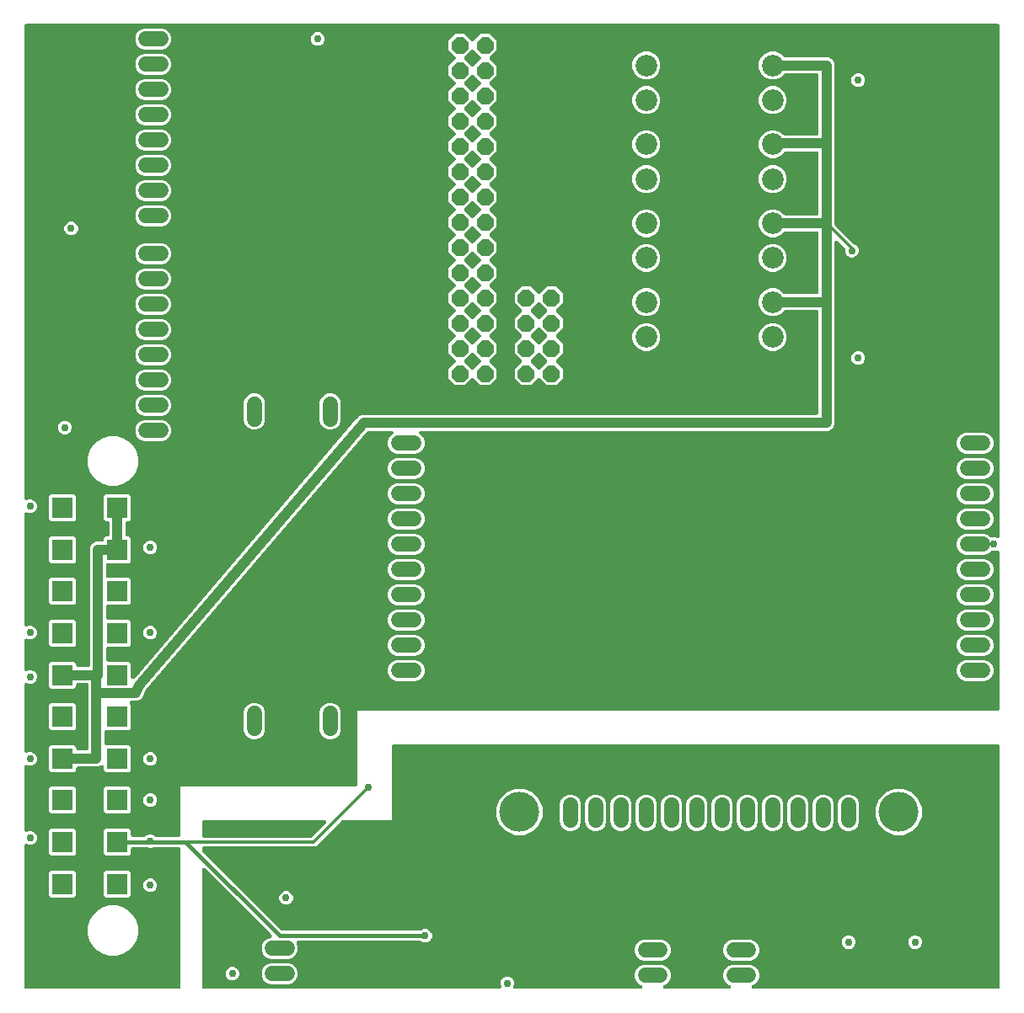
<source format=gbr>
G04 EAGLE Gerber X2 export*
G75*
%MOMM*%
%FSLAX34Y34*%
%LPD*%
%AMOC8*
5,1,8,0,0,1.08239X$1,22.5*%
G01*
%ADD10C,1.508000*%
%ADD11R,2.100000X2.100000*%
%ADD12P,1.814519X8X292.500000*%
%ADD13C,2.184400*%
%ADD14C,1.524000*%
%ADD15C,0.756400*%
%ADD16C,1.000000*%
%ADD17C,0.300000*%
%ADD18C,0.400000*%
%ADD19C,4.000000*%

G36*
X165130Y22864D02*
X165130Y22864D01*
X165160Y22862D01*
X165329Y22884D01*
X165497Y22901D01*
X165526Y22910D01*
X165556Y22914D01*
X165717Y22969D01*
X165879Y23019D01*
X165906Y23033D01*
X165934Y23043D01*
X166080Y23129D01*
X166229Y23210D01*
X166253Y23230D01*
X166279Y23245D01*
X166405Y23358D01*
X166535Y23468D01*
X166554Y23491D01*
X166576Y23512D01*
X166677Y23648D01*
X166783Y23781D01*
X166797Y23808D01*
X166815Y23832D01*
X166887Y23985D01*
X166964Y24137D01*
X166972Y24166D01*
X166985Y24193D01*
X167025Y24359D01*
X167070Y24522D01*
X167073Y24552D01*
X167080Y24581D01*
X167099Y24860D01*
X167099Y163452D01*
X167096Y163482D01*
X167098Y163512D01*
X167076Y163681D01*
X167059Y163849D01*
X167050Y163878D01*
X167046Y163908D01*
X166991Y164069D01*
X166941Y164231D01*
X166927Y164258D01*
X166917Y164286D01*
X166831Y164432D01*
X166750Y164581D01*
X166730Y164605D01*
X166715Y164631D01*
X166602Y164757D01*
X166492Y164887D01*
X166468Y164906D01*
X166448Y164928D01*
X166312Y165029D01*
X166179Y165135D01*
X166152Y165149D01*
X166128Y165167D01*
X165975Y165239D01*
X165823Y165316D01*
X165794Y165324D01*
X165767Y165337D01*
X165601Y165377D01*
X165438Y165422D01*
X165408Y165425D01*
X165379Y165432D01*
X165100Y165451D01*
X140290Y165451D01*
X140237Y165446D01*
X140184Y165448D01*
X140039Y165426D01*
X139893Y165411D01*
X139842Y165396D01*
X139790Y165388D01*
X139525Y165299D01*
X137884Y164619D01*
X135166Y164619D01*
X133525Y165299D01*
X133474Y165314D01*
X133427Y165337D01*
X133284Y165372D01*
X133143Y165414D01*
X133090Y165419D01*
X133039Y165432D01*
X132760Y165451D01*
X119248Y165451D01*
X119218Y165448D01*
X119188Y165450D01*
X119019Y165428D01*
X118851Y165411D01*
X118822Y165402D01*
X118792Y165398D01*
X118631Y165343D01*
X118469Y165293D01*
X118442Y165279D01*
X118414Y165269D01*
X118268Y165183D01*
X118119Y165102D01*
X118095Y165082D01*
X118069Y165067D01*
X117943Y164954D01*
X117813Y164844D01*
X117794Y164821D01*
X117772Y164800D01*
X117671Y164664D01*
X117565Y164531D01*
X117551Y164504D01*
X117533Y164480D01*
X117461Y164327D01*
X117384Y164175D01*
X117376Y164146D01*
X117363Y164119D01*
X117323Y163953D01*
X117278Y163790D01*
X117275Y163760D01*
X117268Y163731D01*
X117249Y163452D01*
X117249Y158737D01*
X115463Y156951D01*
X91937Y156951D01*
X90151Y158737D01*
X90151Y182263D01*
X91937Y184049D01*
X115463Y184049D01*
X117249Y182263D01*
X117249Y177548D01*
X117252Y177518D01*
X117250Y177488D01*
X117272Y177319D01*
X117289Y177151D01*
X117298Y177122D01*
X117302Y177092D01*
X117357Y176931D01*
X117407Y176769D01*
X117421Y176742D01*
X117431Y176714D01*
X117517Y176568D01*
X117598Y176419D01*
X117618Y176395D01*
X117633Y176369D01*
X117746Y176243D01*
X117856Y176113D01*
X117879Y176094D01*
X117900Y176072D01*
X118036Y175971D01*
X118169Y175865D01*
X118196Y175851D01*
X118220Y175833D01*
X118373Y175761D01*
X118525Y175684D01*
X118554Y175676D01*
X118581Y175663D01*
X118747Y175623D01*
X118910Y175578D01*
X118940Y175575D01*
X118969Y175568D01*
X119248Y175549D01*
X130136Y175549D01*
X130181Y175553D01*
X130226Y175551D01*
X130379Y175573D01*
X130533Y175589D01*
X130576Y175602D01*
X130621Y175609D01*
X130766Y175661D01*
X130915Y175707D01*
X130954Y175729D01*
X130997Y175744D01*
X131129Y175824D01*
X131265Y175898D01*
X131300Y175928D01*
X131338Y175951D01*
X131549Y176134D01*
X132656Y177241D01*
X135166Y178281D01*
X137884Y178281D01*
X140394Y177241D01*
X141501Y176134D01*
X141536Y176106D01*
X141566Y176072D01*
X141690Y175979D01*
X141810Y175882D01*
X141850Y175860D01*
X141887Y175833D01*
X142026Y175767D01*
X142163Y175695D01*
X142207Y175682D01*
X142248Y175663D01*
X142398Y175626D01*
X142547Y175583D01*
X142592Y175579D01*
X142636Y175568D01*
X142914Y175549D01*
X165100Y175549D01*
X165130Y175552D01*
X165160Y175550D01*
X165329Y175572D01*
X165497Y175589D01*
X165526Y175598D01*
X165556Y175602D01*
X165717Y175657D01*
X165879Y175707D01*
X165906Y175721D01*
X165934Y175731D01*
X166080Y175817D01*
X166229Y175898D01*
X166253Y175918D01*
X166279Y175933D01*
X166405Y176046D01*
X166535Y176156D01*
X166554Y176179D01*
X166576Y176200D01*
X166677Y176336D01*
X166783Y176469D01*
X166797Y176496D01*
X166815Y176520D01*
X166887Y176673D01*
X166964Y176825D01*
X166972Y176854D01*
X166985Y176881D01*
X167025Y177047D01*
X167070Y177210D01*
X167073Y177240D01*
X167080Y177269D01*
X167099Y177548D01*
X167099Y226601D01*
X342900Y226601D01*
X342930Y226604D01*
X342960Y226602D01*
X343129Y226624D01*
X343297Y226641D01*
X343326Y226650D01*
X343356Y226654D01*
X343517Y226709D01*
X343679Y226759D01*
X343706Y226773D01*
X343734Y226783D01*
X343880Y226869D01*
X344029Y226950D01*
X344053Y226970D01*
X344079Y226985D01*
X344205Y227098D01*
X344335Y227208D01*
X344354Y227232D01*
X344376Y227252D01*
X344477Y227388D01*
X344583Y227521D01*
X344597Y227548D01*
X344615Y227572D01*
X344687Y227725D01*
X344764Y227877D01*
X344772Y227906D01*
X344785Y227933D01*
X344825Y228099D01*
X344870Y228262D01*
X344873Y228292D01*
X344880Y228321D01*
X344899Y228600D01*
X344899Y302801D01*
X987840Y302801D01*
X987870Y302804D01*
X987900Y302802D01*
X988069Y302824D01*
X988237Y302841D01*
X988266Y302850D01*
X988296Y302854D01*
X988457Y302909D01*
X988619Y302959D01*
X988646Y302973D01*
X988674Y302983D01*
X988820Y303069D01*
X988969Y303150D01*
X988993Y303170D01*
X989019Y303185D01*
X989145Y303298D01*
X989275Y303408D01*
X989294Y303432D01*
X989316Y303452D01*
X989417Y303588D01*
X989523Y303721D01*
X989537Y303748D01*
X989555Y303772D01*
X989627Y303925D01*
X989704Y304077D01*
X989712Y304106D01*
X989725Y304133D01*
X989765Y304299D01*
X989810Y304462D01*
X989813Y304492D01*
X989820Y304521D01*
X989839Y304800D01*
X989839Y461830D01*
X989837Y461852D01*
X989839Y461875D01*
X989817Y462051D01*
X989799Y462227D01*
X989793Y462249D01*
X989790Y462271D01*
X989734Y462439D01*
X989681Y462609D01*
X989670Y462629D01*
X989663Y462650D01*
X989575Y462803D01*
X989490Y462959D01*
X989475Y462976D01*
X989464Y462996D01*
X989346Y463129D01*
X989232Y463264D01*
X989214Y463278D01*
X989199Y463296D01*
X989058Y463403D01*
X988919Y463513D01*
X988899Y463523D01*
X988881Y463537D01*
X988721Y463613D01*
X988563Y463693D01*
X988541Y463700D01*
X988521Y463709D01*
X988349Y463753D01*
X988178Y463800D01*
X988156Y463802D01*
X988133Y463807D01*
X987956Y463816D01*
X987780Y463828D01*
X987757Y463825D01*
X987734Y463826D01*
X987560Y463799D01*
X987384Y463776D01*
X987362Y463769D01*
X987340Y463765D01*
X987075Y463677D01*
X985609Y463069D01*
X982891Y463069D01*
X982862Y463081D01*
X982826Y463092D01*
X982792Y463109D01*
X982635Y463150D01*
X982480Y463197D01*
X982442Y463200D01*
X982405Y463210D01*
X982244Y463218D01*
X982082Y463233D01*
X982044Y463229D01*
X982007Y463231D01*
X981846Y463208D01*
X981685Y463191D01*
X981649Y463179D01*
X981611Y463174D01*
X981458Y463119D01*
X981304Y463070D01*
X981271Y463051D01*
X981236Y463038D01*
X981097Y462954D01*
X980955Y462875D01*
X980926Y462851D01*
X980894Y462831D01*
X980683Y462648D01*
X978891Y460855D01*
X974970Y459231D01*
X955485Y459231D01*
X951564Y460855D01*
X948563Y463857D01*
X946939Y467778D01*
X946939Y472022D01*
X948563Y475943D01*
X951564Y478945D01*
X955485Y480569D01*
X974970Y480569D01*
X978891Y478945D01*
X980683Y477152D01*
X980713Y477128D01*
X980738Y477100D01*
X980867Y477002D01*
X980993Y476899D01*
X981026Y476882D01*
X981056Y476859D01*
X981203Y476788D01*
X981346Y476713D01*
X981382Y476702D01*
X981416Y476686D01*
X981574Y476646D01*
X981729Y476601D01*
X981767Y476597D01*
X981804Y476588D01*
X981965Y476580D01*
X982127Y476567D01*
X982165Y476571D01*
X982203Y476569D01*
X982363Y476594D01*
X982524Y476613D01*
X982560Y476624D01*
X982597Y476630D01*
X982862Y476719D01*
X982891Y476731D01*
X985609Y476731D01*
X987075Y476123D01*
X987097Y476117D01*
X987117Y476107D01*
X987288Y476059D01*
X987457Y476008D01*
X987480Y476006D01*
X987502Y476000D01*
X987679Y475988D01*
X987855Y475971D01*
X987878Y475974D01*
X987900Y475972D01*
X988076Y475995D01*
X988252Y476014D01*
X988274Y476021D01*
X988296Y476024D01*
X988464Y476081D01*
X988633Y476135D01*
X988653Y476146D01*
X988674Y476154D01*
X988827Y476243D01*
X988982Y476329D01*
X988999Y476344D01*
X989019Y476356D01*
X989151Y476474D01*
X989285Y476589D01*
X989299Y476607D01*
X989316Y476622D01*
X989422Y476765D01*
X989531Y476904D01*
X989541Y476924D01*
X989555Y476943D01*
X989630Y477103D01*
X989709Y477261D01*
X989715Y477283D01*
X989725Y477304D01*
X989767Y477476D01*
X989813Y477647D01*
X989814Y477670D01*
X989820Y477692D01*
X989839Y477970D01*
X989839Y991040D01*
X989836Y991070D01*
X989838Y991100D01*
X989816Y991269D01*
X989799Y991437D01*
X989790Y991466D01*
X989786Y991496D01*
X989731Y991657D01*
X989681Y991819D01*
X989667Y991846D01*
X989657Y991874D01*
X989571Y992020D01*
X989490Y992169D01*
X989470Y992193D01*
X989455Y992219D01*
X989342Y992345D01*
X989232Y992475D01*
X989209Y992494D01*
X989188Y992516D01*
X989052Y992617D01*
X988919Y992723D01*
X988892Y992737D01*
X988868Y992755D01*
X988715Y992827D01*
X988563Y992904D01*
X988534Y992912D01*
X988507Y992925D01*
X988341Y992965D01*
X988178Y993010D01*
X988148Y993013D01*
X988119Y993020D01*
X987840Y993039D01*
X12160Y993039D01*
X12130Y993036D01*
X12100Y993038D01*
X11931Y993016D01*
X11763Y992999D01*
X11734Y992990D01*
X11704Y992986D01*
X11543Y992931D01*
X11381Y992881D01*
X11354Y992867D01*
X11326Y992857D01*
X11180Y992771D01*
X11031Y992690D01*
X11007Y992670D01*
X10981Y992655D01*
X10855Y992542D01*
X10725Y992432D01*
X10706Y992409D01*
X10684Y992388D01*
X10583Y992252D01*
X10477Y992119D01*
X10463Y992092D01*
X10445Y992068D01*
X10373Y991915D01*
X10296Y991763D01*
X10288Y991734D01*
X10275Y991707D01*
X10235Y991541D01*
X10190Y991378D01*
X10187Y991348D01*
X10180Y991319D01*
X10161Y991040D01*
X10161Y516019D01*
X10163Y515996D01*
X10161Y515973D01*
X10183Y515797D01*
X10201Y515621D01*
X10207Y515600D01*
X10210Y515577D01*
X10266Y515409D01*
X10319Y515240D01*
X10330Y515220D01*
X10337Y515198D01*
X10425Y515046D01*
X10510Y514889D01*
X10525Y514872D01*
X10536Y514852D01*
X10653Y514720D01*
X10768Y514584D01*
X10786Y514570D01*
X10801Y514553D01*
X10942Y514446D01*
X11081Y514336D01*
X11101Y514325D01*
X11119Y514312D01*
X11279Y514235D01*
X11437Y514155D01*
X11459Y514149D01*
X11479Y514139D01*
X11651Y514096D01*
X11822Y514048D01*
X11844Y514047D01*
X11867Y514041D01*
X12044Y514033D01*
X12220Y514020D01*
X12243Y514023D01*
X12266Y514022D01*
X12441Y514049D01*
X12616Y514072D01*
X12638Y514080D01*
X12660Y514083D01*
X12925Y514172D01*
X14516Y514831D01*
X17234Y514831D01*
X19744Y513791D01*
X21666Y511869D01*
X22706Y509359D01*
X22706Y506641D01*
X21666Y504131D01*
X19744Y502209D01*
X17234Y501169D01*
X14516Y501169D01*
X12925Y501828D01*
X12903Y501835D01*
X12883Y501845D01*
X12712Y501892D01*
X12543Y501944D01*
X12520Y501946D01*
X12498Y501952D01*
X12321Y501964D01*
X12145Y501981D01*
X12122Y501978D01*
X12100Y501980D01*
X11924Y501957D01*
X11748Y501938D01*
X11726Y501931D01*
X11704Y501928D01*
X11536Y501870D01*
X11367Y501817D01*
X11347Y501806D01*
X11326Y501798D01*
X11173Y501708D01*
X11018Y501622D01*
X11001Y501608D01*
X10981Y501596D01*
X10849Y501478D01*
X10715Y501363D01*
X10701Y501345D01*
X10684Y501330D01*
X10578Y501187D01*
X10469Y501048D01*
X10459Y501027D01*
X10445Y501009D01*
X10370Y500849D01*
X10291Y500690D01*
X10285Y500668D01*
X10275Y500648D01*
X10233Y500476D01*
X10187Y500305D01*
X10186Y500282D01*
X10180Y500260D01*
X10161Y499981D01*
X10161Y389019D01*
X10163Y388996D01*
X10161Y388973D01*
X10183Y388797D01*
X10201Y388621D01*
X10207Y388600D01*
X10210Y388577D01*
X10266Y388409D01*
X10319Y388240D01*
X10330Y388220D01*
X10337Y388198D01*
X10425Y388046D01*
X10510Y387889D01*
X10525Y387872D01*
X10536Y387852D01*
X10653Y387720D01*
X10768Y387584D01*
X10786Y387570D01*
X10801Y387553D01*
X10942Y387446D01*
X11081Y387336D01*
X11101Y387325D01*
X11119Y387312D01*
X11279Y387235D01*
X11437Y387155D01*
X11459Y387149D01*
X11479Y387139D01*
X11651Y387096D01*
X11822Y387048D01*
X11844Y387047D01*
X11867Y387041D01*
X12044Y387033D01*
X12220Y387020D01*
X12243Y387023D01*
X12266Y387022D01*
X12441Y387049D01*
X12616Y387072D01*
X12638Y387080D01*
X12660Y387083D01*
X12925Y387172D01*
X14516Y387831D01*
X17234Y387831D01*
X19744Y386791D01*
X21666Y384869D01*
X22706Y382359D01*
X22706Y379641D01*
X21666Y377131D01*
X19744Y375209D01*
X17234Y374169D01*
X14516Y374169D01*
X12925Y374828D01*
X12903Y374835D01*
X12883Y374845D01*
X12712Y374892D01*
X12543Y374944D01*
X12520Y374946D01*
X12498Y374952D01*
X12321Y374964D01*
X12145Y374981D01*
X12122Y374978D01*
X12100Y374980D01*
X11924Y374957D01*
X11748Y374938D01*
X11726Y374931D01*
X11704Y374928D01*
X11536Y374870D01*
X11367Y374817D01*
X11347Y374806D01*
X11326Y374798D01*
X11173Y374708D01*
X11018Y374622D01*
X11001Y374608D01*
X10981Y374596D01*
X10849Y374478D01*
X10715Y374363D01*
X10701Y374345D01*
X10684Y374330D01*
X10578Y374187D01*
X10469Y374048D01*
X10459Y374027D01*
X10445Y374009D01*
X10370Y373849D01*
X10291Y373690D01*
X10285Y373668D01*
X10275Y373648D01*
X10233Y373476D01*
X10187Y373305D01*
X10186Y373282D01*
X10180Y373260D01*
X10161Y372981D01*
X10161Y344569D01*
X10163Y344546D01*
X10161Y344523D01*
X10183Y344347D01*
X10201Y344171D01*
X10207Y344150D01*
X10210Y344127D01*
X10266Y343959D01*
X10319Y343790D01*
X10330Y343770D01*
X10337Y343748D01*
X10425Y343596D01*
X10510Y343439D01*
X10525Y343422D01*
X10536Y343402D01*
X10653Y343270D01*
X10768Y343134D01*
X10786Y343120D01*
X10801Y343103D01*
X10942Y342996D01*
X11081Y342886D01*
X11101Y342875D01*
X11119Y342862D01*
X11279Y342785D01*
X11437Y342705D01*
X11459Y342699D01*
X11479Y342689D01*
X11651Y342646D01*
X11822Y342598D01*
X11844Y342597D01*
X11867Y342591D01*
X12044Y342583D01*
X12220Y342570D01*
X12243Y342573D01*
X12266Y342572D01*
X12441Y342599D01*
X12616Y342622D01*
X12638Y342630D01*
X12660Y342633D01*
X12925Y342722D01*
X14516Y343381D01*
X17234Y343381D01*
X19744Y342341D01*
X21666Y340419D01*
X22706Y337909D01*
X22706Y335191D01*
X21666Y332681D01*
X19744Y330759D01*
X17234Y329719D01*
X14516Y329719D01*
X12925Y330378D01*
X12903Y330385D01*
X12883Y330395D01*
X12712Y330442D01*
X12543Y330494D01*
X12520Y330496D01*
X12498Y330502D01*
X12321Y330514D01*
X12145Y330531D01*
X12122Y330528D01*
X12100Y330530D01*
X11924Y330507D01*
X11748Y330488D01*
X11726Y330481D01*
X11704Y330478D01*
X11536Y330420D01*
X11367Y330367D01*
X11347Y330356D01*
X11326Y330348D01*
X11173Y330258D01*
X11018Y330172D01*
X11001Y330158D01*
X10981Y330146D01*
X10849Y330028D01*
X10715Y329913D01*
X10701Y329895D01*
X10684Y329880D01*
X10578Y329737D01*
X10469Y329598D01*
X10459Y329577D01*
X10445Y329559D01*
X10370Y329399D01*
X10291Y329240D01*
X10285Y329218D01*
X10275Y329198D01*
X10233Y329026D01*
X10187Y328855D01*
X10186Y328832D01*
X10180Y328810D01*
X10161Y328531D01*
X10161Y262019D01*
X10163Y261996D01*
X10161Y261973D01*
X10183Y261797D01*
X10201Y261621D01*
X10207Y261600D01*
X10210Y261577D01*
X10266Y261409D01*
X10319Y261240D01*
X10330Y261220D01*
X10337Y261198D01*
X10425Y261046D01*
X10510Y260889D01*
X10525Y260872D01*
X10536Y260852D01*
X10653Y260720D01*
X10768Y260584D01*
X10786Y260570D01*
X10801Y260553D01*
X10942Y260446D01*
X11081Y260336D01*
X11101Y260325D01*
X11119Y260312D01*
X11279Y260235D01*
X11437Y260155D01*
X11459Y260149D01*
X11479Y260139D01*
X11651Y260096D01*
X11822Y260048D01*
X11844Y260047D01*
X11867Y260041D01*
X12044Y260033D01*
X12220Y260020D01*
X12243Y260023D01*
X12266Y260022D01*
X12441Y260049D01*
X12616Y260072D01*
X12638Y260080D01*
X12660Y260083D01*
X12925Y260172D01*
X14516Y260831D01*
X17234Y260831D01*
X19744Y259791D01*
X21666Y257869D01*
X22706Y255359D01*
X22706Y252641D01*
X21666Y250131D01*
X19744Y248209D01*
X17234Y247169D01*
X14516Y247169D01*
X12925Y247828D01*
X12903Y247835D01*
X12883Y247845D01*
X12712Y247892D01*
X12543Y247944D01*
X12520Y247946D01*
X12498Y247952D01*
X12321Y247964D01*
X12145Y247981D01*
X12122Y247978D01*
X12100Y247980D01*
X11924Y247957D01*
X11748Y247938D01*
X11726Y247931D01*
X11704Y247928D01*
X11536Y247870D01*
X11367Y247817D01*
X11347Y247806D01*
X11326Y247798D01*
X11173Y247708D01*
X11018Y247622D01*
X11001Y247608D01*
X10981Y247596D01*
X10849Y247478D01*
X10715Y247363D01*
X10701Y247345D01*
X10684Y247330D01*
X10578Y247187D01*
X10469Y247048D01*
X10459Y247027D01*
X10445Y247009D01*
X10370Y246849D01*
X10291Y246690D01*
X10285Y246668D01*
X10275Y246648D01*
X10233Y246476D01*
X10187Y246305D01*
X10186Y246282D01*
X10180Y246260D01*
X10161Y245981D01*
X10161Y182644D01*
X10163Y182621D01*
X10161Y182598D01*
X10183Y182422D01*
X10201Y182246D01*
X10207Y182225D01*
X10210Y182202D01*
X10266Y182034D01*
X10319Y181865D01*
X10330Y181845D01*
X10337Y181823D01*
X10425Y181671D01*
X10510Y181514D01*
X10525Y181497D01*
X10536Y181477D01*
X10653Y181345D01*
X10768Y181209D01*
X10786Y181195D01*
X10801Y181178D01*
X10942Y181071D01*
X11081Y180961D01*
X11101Y180950D01*
X11119Y180937D01*
X11279Y180860D01*
X11437Y180780D01*
X11459Y180774D01*
X11479Y180764D01*
X11651Y180721D01*
X11822Y180673D01*
X11844Y180672D01*
X11867Y180666D01*
X12044Y180658D01*
X12220Y180645D01*
X12243Y180648D01*
X12266Y180647D01*
X12441Y180674D01*
X12616Y180697D01*
X12638Y180705D01*
X12660Y180708D01*
X12925Y180797D01*
X14516Y181456D01*
X17234Y181456D01*
X19744Y180416D01*
X21666Y178494D01*
X22706Y175984D01*
X22706Y173266D01*
X21666Y170756D01*
X19744Y168834D01*
X17234Y167794D01*
X14516Y167794D01*
X12925Y168453D01*
X12903Y168460D01*
X12883Y168470D01*
X12712Y168517D01*
X12543Y168569D01*
X12520Y168571D01*
X12498Y168577D01*
X12321Y168589D01*
X12145Y168606D01*
X12122Y168603D01*
X12100Y168605D01*
X11924Y168582D01*
X11748Y168563D01*
X11726Y168556D01*
X11704Y168553D01*
X11536Y168495D01*
X11367Y168442D01*
X11347Y168431D01*
X11326Y168423D01*
X11173Y168333D01*
X11018Y168247D01*
X11001Y168233D01*
X10981Y168221D01*
X10849Y168103D01*
X10715Y167988D01*
X10701Y167970D01*
X10684Y167955D01*
X10578Y167812D01*
X10469Y167673D01*
X10459Y167652D01*
X10445Y167634D01*
X10370Y167474D01*
X10291Y167315D01*
X10285Y167293D01*
X10275Y167273D01*
X10233Y167101D01*
X10187Y166930D01*
X10186Y166907D01*
X10180Y166885D01*
X10161Y166606D01*
X10161Y24860D01*
X10164Y24830D01*
X10162Y24800D01*
X10184Y24631D01*
X10201Y24463D01*
X10210Y24434D01*
X10214Y24404D01*
X10269Y24243D01*
X10319Y24081D01*
X10333Y24054D01*
X10343Y24026D01*
X10429Y23880D01*
X10510Y23731D01*
X10530Y23707D01*
X10545Y23681D01*
X10658Y23555D01*
X10768Y23425D01*
X10791Y23406D01*
X10812Y23384D01*
X10948Y23283D01*
X11081Y23177D01*
X11108Y23163D01*
X11132Y23145D01*
X11285Y23073D01*
X11437Y22996D01*
X11466Y22988D01*
X11493Y22975D01*
X11659Y22935D01*
X11822Y22890D01*
X11852Y22887D01*
X11881Y22880D01*
X12160Y22861D01*
X165100Y22861D01*
X165130Y22864D01*
G37*
G36*
X487304Y22863D02*
X487304Y22863D01*
X487327Y22861D01*
X487503Y22883D01*
X487679Y22901D01*
X487700Y22907D01*
X487723Y22910D01*
X487891Y22966D01*
X488060Y23019D01*
X488080Y23030D01*
X488102Y23037D01*
X488254Y23125D01*
X488411Y23210D01*
X488428Y23225D01*
X488448Y23236D01*
X488580Y23353D01*
X488716Y23468D01*
X488730Y23486D01*
X488747Y23501D01*
X488854Y23642D01*
X488964Y23781D01*
X488975Y23801D01*
X488988Y23819D01*
X489065Y23979D01*
X489145Y24137D01*
X489151Y24159D01*
X489161Y24179D01*
X489204Y24351D01*
X489252Y24522D01*
X489253Y24544D01*
X489259Y24567D01*
X489267Y24744D01*
X489280Y24920D01*
X489277Y24943D01*
X489278Y24966D01*
X489251Y25141D01*
X489228Y25316D01*
X489220Y25338D01*
X489217Y25360D01*
X489128Y25625D01*
X488469Y27216D01*
X488469Y29934D01*
X489509Y32444D01*
X491431Y34366D01*
X493941Y35406D01*
X496659Y35406D01*
X499169Y34366D01*
X501091Y32444D01*
X502131Y29934D01*
X502131Y27216D01*
X501472Y25625D01*
X501465Y25603D01*
X501455Y25583D01*
X501408Y25412D01*
X501356Y25243D01*
X501354Y25220D01*
X501348Y25198D01*
X501336Y25021D01*
X501319Y24845D01*
X501322Y24822D01*
X501320Y24800D01*
X501343Y24624D01*
X501362Y24448D01*
X501369Y24426D01*
X501372Y24404D01*
X501430Y24236D01*
X501483Y24067D01*
X501494Y24047D01*
X501502Y24026D01*
X501592Y23873D01*
X501678Y23718D01*
X501692Y23701D01*
X501704Y23681D01*
X501822Y23549D01*
X501937Y23415D01*
X501955Y23401D01*
X501970Y23384D01*
X502113Y23278D01*
X502252Y23169D01*
X502273Y23159D01*
X502291Y23145D01*
X502451Y23070D01*
X502610Y22991D01*
X502632Y22985D01*
X502652Y22975D01*
X502824Y22933D01*
X502995Y22887D01*
X503018Y22886D01*
X503040Y22880D01*
X503319Y22861D01*
X629048Y22861D01*
X629055Y22861D01*
X629063Y22861D01*
X629253Y22881D01*
X629445Y22901D01*
X629452Y22903D01*
X629460Y22904D01*
X629642Y22962D01*
X629827Y23019D01*
X629833Y23022D01*
X629841Y23025D01*
X630007Y23117D01*
X630177Y23210D01*
X630183Y23215D01*
X630190Y23219D01*
X630334Y23343D01*
X630483Y23468D01*
X630487Y23474D01*
X630493Y23479D01*
X630611Y23629D01*
X630731Y23781D01*
X630734Y23788D01*
X630739Y23794D01*
X630824Y23965D01*
X630912Y24137D01*
X630914Y24144D01*
X630917Y24151D01*
X630967Y24337D01*
X631018Y24522D01*
X631019Y24529D01*
X631021Y24537D01*
X631033Y24728D01*
X631046Y24920D01*
X631045Y24928D01*
X631046Y24935D01*
X631019Y25125D01*
X630994Y25316D01*
X630992Y25323D01*
X630991Y25331D01*
X630927Y25513D01*
X630865Y25694D01*
X630861Y25701D01*
X630858Y25708D01*
X630760Y25873D01*
X630663Y26039D01*
X630658Y26044D01*
X630654Y26051D01*
X630524Y26194D01*
X630396Y26336D01*
X630390Y26341D01*
X630385Y26346D01*
X630229Y26461D01*
X630076Y26575D01*
X630069Y26578D01*
X630063Y26582D01*
X629813Y26707D01*
X627812Y27536D01*
X624833Y30514D01*
X623221Y34406D01*
X623221Y38619D01*
X624833Y42511D01*
X627812Y45489D01*
X631704Y47101D01*
X650996Y47101D01*
X654888Y45489D01*
X657867Y42511D01*
X659479Y38619D01*
X659479Y34406D01*
X657867Y30514D01*
X654888Y27536D01*
X652887Y26707D01*
X652881Y26704D01*
X652873Y26701D01*
X652702Y26608D01*
X652535Y26518D01*
X652530Y26513D01*
X652523Y26510D01*
X652375Y26385D01*
X652228Y26263D01*
X652223Y26257D01*
X652217Y26252D01*
X652099Y26103D01*
X651977Y25952D01*
X651974Y25945D01*
X651969Y25939D01*
X651883Y25770D01*
X651794Y25597D01*
X651792Y25590D01*
X651788Y25583D01*
X651738Y25400D01*
X651684Y25213D01*
X651684Y25205D01*
X651682Y25198D01*
X651669Y25008D01*
X651654Y24815D01*
X651654Y24807D01*
X651654Y24800D01*
X651679Y24611D01*
X651702Y24418D01*
X651705Y24411D01*
X651706Y24404D01*
X651768Y24223D01*
X651829Y24040D01*
X651833Y24033D01*
X651835Y24026D01*
X651932Y23860D01*
X652029Y23694D01*
X652034Y23688D01*
X652037Y23681D01*
X652166Y23538D01*
X652293Y23394D01*
X652299Y23389D01*
X652304Y23384D01*
X652458Y23269D01*
X652611Y23153D01*
X652618Y23150D01*
X652624Y23145D01*
X652798Y23063D01*
X652972Y22980D01*
X652979Y22978D01*
X652986Y22975D01*
X653173Y22929D01*
X653359Y22882D01*
X653366Y22882D01*
X653374Y22880D01*
X653652Y22861D01*
X717948Y22861D01*
X717955Y22861D01*
X717963Y22861D01*
X718153Y22881D01*
X718345Y22901D01*
X718352Y22903D01*
X718360Y22904D01*
X718542Y22962D01*
X718727Y23019D01*
X718733Y23022D01*
X718741Y23025D01*
X718907Y23117D01*
X719077Y23210D01*
X719083Y23215D01*
X719090Y23219D01*
X719234Y23343D01*
X719383Y23468D01*
X719387Y23474D01*
X719393Y23479D01*
X719511Y23629D01*
X719631Y23781D01*
X719634Y23788D01*
X719639Y23794D01*
X719724Y23965D01*
X719812Y24137D01*
X719814Y24144D01*
X719817Y24151D01*
X719867Y24337D01*
X719918Y24522D01*
X719919Y24529D01*
X719921Y24537D01*
X719933Y24728D01*
X719946Y24920D01*
X719945Y24928D01*
X719946Y24935D01*
X719919Y25125D01*
X719894Y25316D01*
X719892Y25323D01*
X719891Y25331D01*
X719827Y25513D01*
X719765Y25694D01*
X719761Y25701D01*
X719758Y25708D01*
X719660Y25873D01*
X719563Y26039D01*
X719558Y26044D01*
X719554Y26051D01*
X719424Y26194D01*
X719296Y26336D01*
X719290Y26341D01*
X719285Y26346D01*
X719129Y26461D01*
X718976Y26575D01*
X718969Y26578D01*
X718963Y26582D01*
X718713Y26707D01*
X716712Y27536D01*
X713733Y30514D01*
X712121Y34406D01*
X712121Y38619D01*
X713733Y42511D01*
X716712Y45489D01*
X720604Y47101D01*
X739896Y47101D01*
X743788Y45489D01*
X746767Y42511D01*
X748379Y38619D01*
X748379Y34406D01*
X746767Y30514D01*
X743788Y27536D01*
X741787Y26707D01*
X741781Y26704D01*
X741773Y26701D01*
X741602Y26608D01*
X741435Y26518D01*
X741430Y26513D01*
X741423Y26510D01*
X741275Y26385D01*
X741128Y26263D01*
X741123Y26257D01*
X741117Y26252D01*
X740999Y26103D01*
X740877Y25952D01*
X740874Y25945D01*
X740869Y25939D01*
X740783Y25770D01*
X740694Y25597D01*
X740692Y25590D01*
X740688Y25583D01*
X740638Y25400D01*
X740584Y25213D01*
X740584Y25205D01*
X740582Y25198D01*
X740569Y25008D01*
X740554Y24815D01*
X740554Y24807D01*
X740554Y24800D01*
X740579Y24611D01*
X740602Y24418D01*
X740605Y24411D01*
X740606Y24404D01*
X740668Y24223D01*
X740729Y24040D01*
X740733Y24033D01*
X740735Y24026D01*
X740832Y23860D01*
X740929Y23694D01*
X740934Y23688D01*
X740937Y23681D01*
X741066Y23538D01*
X741193Y23394D01*
X741199Y23389D01*
X741204Y23384D01*
X741358Y23269D01*
X741511Y23153D01*
X741518Y23150D01*
X741524Y23145D01*
X741698Y23063D01*
X741872Y22980D01*
X741879Y22978D01*
X741886Y22975D01*
X742073Y22929D01*
X742259Y22882D01*
X742266Y22882D01*
X742274Y22880D01*
X742552Y22861D01*
X987840Y22861D01*
X987870Y22864D01*
X987900Y22862D01*
X988069Y22884D01*
X988237Y22901D01*
X988266Y22910D01*
X988296Y22914D01*
X988457Y22969D01*
X988619Y23019D01*
X988646Y23033D01*
X988674Y23043D01*
X988820Y23129D01*
X988969Y23210D01*
X988993Y23230D01*
X989019Y23245D01*
X989145Y23358D01*
X989275Y23468D01*
X989294Y23491D01*
X989316Y23512D01*
X989417Y23648D01*
X989523Y23781D01*
X989537Y23808D01*
X989555Y23832D01*
X989627Y23985D01*
X989704Y24137D01*
X989712Y24166D01*
X989725Y24193D01*
X989765Y24359D01*
X989810Y24522D01*
X989813Y24552D01*
X989820Y24581D01*
X989839Y24860D01*
X989839Y266700D01*
X989836Y266730D01*
X989838Y266760D01*
X989816Y266929D01*
X989799Y267097D01*
X989790Y267126D01*
X989786Y267156D01*
X989731Y267317D01*
X989681Y267479D01*
X989667Y267506D01*
X989657Y267534D01*
X989571Y267680D01*
X989490Y267829D01*
X989470Y267853D01*
X989455Y267879D01*
X989342Y268005D01*
X989232Y268135D01*
X989209Y268154D01*
X989188Y268176D01*
X989052Y268277D01*
X988919Y268383D01*
X988892Y268397D01*
X988868Y268415D01*
X988715Y268487D01*
X988563Y268564D01*
X988534Y268572D01*
X988507Y268585D01*
X988341Y268625D01*
X988178Y268670D01*
X988148Y268673D01*
X988119Y268680D01*
X987840Y268699D01*
X381000Y268699D01*
X380970Y268696D01*
X380940Y268698D01*
X380771Y268676D01*
X380603Y268659D01*
X380574Y268650D01*
X380544Y268646D01*
X380383Y268591D01*
X380221Y268541D01*
X380194Y268527D01*
X380166Y268517D01*
X380020Y268431D01*
X379871Y268350D01*
X379847Y268330D01*
X379821Y268315D01*
X379695Y268202D01*
X379565Y268092D01*
X379546Y268069D01*
X379524Y268048D01*
X379423Y267912D01*
X379317Y267779D01*
X379303Y267752D01*
X379285Y267728D01*
X379213Y267575D01*
X379136Y267423D01*
X379128Y267394D01*
X379115Y267367D01*
X379075Y267201D01*
X379030Y267038D01*
X379027Y267008D01*
X379020Y266979D01*
X379001Y266700D01*
X379001Y192499D01*
X329935Y192499D01*
X329890Y192495D01*
X329845Y192497D01*
X329692Y192475D01*
X329538Y192459D01*
X329495Y192446D01*
X329450Y192439D01*
X329304Y192387D01*
X329156Y192341D01*
X329116Y192320D01*
X329074Y192304D01*
X328942Y192224D01*
X328806Y192150D01*
X328771Y192120D01*
X328732Y192097D01*
X328522Y191914D01*
X303252Y166644D01*
X301580Y165951D01*
X190500Y165951D01*
X190470Y165948D01*
X190440Y165950D01*
X190271Y165928D01*
X190103Y165911D01*
X190074Y165902D01*
X190044Y165898D01*
X189883Y165843D01*
X189721Y165793D01*
X189694Y165779D01*
X189666Y165769D01*
X189520Y165683D01*
X189371Y165602D01*
X189347Y165582D01*
X189321Y165567D01*
X189195Y165454D01*
X189065Y165344D01*
X189046Y165321D01*
X189024Y165300D01*
X188923Y165164D01*
X188817Y165031D01*
X188803Y165004D01*
X188785Y164980D01*
X188713Y164827D01*
X188636Y164675D01*
X188628Y164646D01*
X188615Y164619D01*
X188575Y164453D01*
X188530Y164290D01*
X188527Y164260D01*
X188520Y164231D01*
X188501Y163952D01*
X188501Y162367D01*
X188505Y162322D01*
X188503Y162277D01*
X188525Y162124D01*
X188541Y161970D01*
X188554Y161927D01*
X188561Y161882D01*
X188613Y161736D01*
X188659Y161588D01*
X188681Y161549D01*
X188696Y161506D01*
X188776Y161374D01*
X188850Y161238D01*
X188880Y161203D01*
X188903Y161164D01*
X189086Y160954D01*
X268206Y81834D01*
X268241Y81806D01*
X268271Y81772D01*
X268395Y81680D01*
X268515Y81581D01*
X268555Y81560D01*
X268591Y81533D01*
X268731Y81467D01*
X268868Y81395D01*
X268912Y81382D01*
X268953Y81363D01*
X269103Y81326D01*
X269252Y81283D01*
X269297Y81279D01*
X269341Y81268D01*
X269619Y81249D01*
X407310Y81249D01*
X407356Y81253D01*
X407401Y81251D01*
X407554Y81273D01*
X407708Y81289D01*
X407751Y81302D01*
X407796Y81309D01*
X407942Y81361D01*
X408089Y81407D01*
X408129Y81428D01*
X408172Y81444D01*
X408304Y81524D01*
X408440Y81598D01*
X408475Y81628D01*
X408513Y81651D01*
X408724Y81834D01*
X408881Y81991D01*
X411391Y83031D01*
X414109Y83031D01*
X416619Y81991D01*
X418541Y80069D01*
X419581Y77559D01*
X419581Y74841D01*
X418541Y72331D01*
X416619Y70409D01*
X414109Y69369D01*
X411391Y69369D01*
X408881Y70409D01*
X408724Y70566D01*
X408689Y70594D01*
X408659Y70628D01*
X408535Y70720D01*
X408415Y70819D01*
X408375Y70840D01*
X408338Y70867D01*
X408199Y70933D01*
X408062Y71005D01*
X408018Y71018D01*
X407977Y71037D01*
X407827Y71074D01*
X407678Y71117D01*
X407633Y71121D01*
X407589Y71132D01*
X407310Y71151D01*
X285524Y71151D01*
X285501Y71149D01*
X285479Y71151D01*
X285303Y71129D01*
X285127Y71111D01*
X285105Y71105D01*
X285082Y71102D01*
X284915Y71046D01*
X284745Y70993D01*
X284725Y70982D01*
X284703Y70975D01*
X284551Y70887D01*
X284394Y70802D01*
X284377Y70787D01*
X284357Y70776D01*
X284224Y70658D01*
X284089Y70544D01*
X284075Y70526D01*
X284058Y70511D01*
X283951Y70370D01*
X283841Y70231D01*
X283831Y70211D01*
X283817Y70193D01*
X283740Y70033D01*
X283660Y69875D01*
X283654Y69853D01*
X283644Y69833D01*
X283601Y69660D01*
X283554Y69490D01*
X283552Y69468D01*
X283546Y69445D01*
X283538Y69268D01*
X283526Y69092D01*
X283529Y69069D01*
X283527Y69046D01*
X283554Y68871D01*
X283577Y68696D01*
X283585Y68674D01*
X283588Y68652D01*
X283677Y68387D01*
X284829Y65606D01*
X284829Y61394D01*
X283217Y57502D01*
X280238Y54523D01*
X276346Y52911D01*
X257054Y52911D01*
X253162Y54523D01*
X250183Y57502D01*
X248571Y61394D01*
X248571Y65606D01*
X250183Y69498D01*
X253162Y72477D01*
X257121Y74116D01*
X257242Y74129D01*
X257257Y74133D01*
X257272Y74135D01*
X257447Y74192D01*
X257624Y74247D01*
X257637Y74254D01*
X257651Y74259D01*
X257811Y74349D01*
X257974Y74438D01*
X257986Y74448D01*
X257999Y74456D01*
X258138Y74577D01*
X258280Y74696D01*
X258289Y74708D01*
X258300Y74718D01*
X258413Y74864D01*
X258528Y75009D01*
X258535Y75022D01*
X258544Y75034D01*
X258625Y75200D01*
X258709Y75365D01*
X258713Y75379D01*
X258719Y75393D01*
X258766Y75572D01*
X258815Y75750D01*
X258816Y75765D01*
X258820Y75780D01*
X258830Y75963D01*
X258843Y76148D01*
X258841Y76163D01*
X258842Y76178D01*
X258815Y76361D01*
X258791Y76544D01*
X258786Y76559D01*
X258784Y76574D01*
X258721Y76748D01*
X258662Y76922D01*
X258654Y76935D01*
X258649Y76949D01*
X258553Y77107D01*
X258460Y77267D01*
X258449Y77278D01*
X258442Y77291D01*
X258258Y77502D01*
X191914Y143846D01*
X191902Y143856D01*
X191892Y143868D01*
X191748Y143982D01*
X191604Y144099D01*
X191591Y144106D01*
X191579Y144116D01*
X191414Y144199D01*
X191251Y144285D01*
X191237Y144290D01*
X191223Y144297D01*
X191045Y144346D01*
X190868Y144398D01*
X190853Y144399D01*
X190838Y144403D01*
X190655Y144416D01*
X190470Y144432D01*
X190455Y144430D01*
X190440Y144431D01*
X190256Y144407D01*
X190073Y144386D01*
X190059Y144381D01*
X190044Y144379D01*
X189869Y144319D01*
X189693Y144262D01*
X189680Y144254D01*
X189666Y144250D01*
X189506Y144156D01*
X189346Y144065D01*
X189334Y144055D01*
X189321Y144047D01*
X189184Y143924D01*
X189044Y143803D01*
X189035Y143791D01*
X189024Y143781D01*
X188914Y143633D01*
X188801Y143486D01*
X188794Y143473D01*
X188785Y143461D01*
X188707Y143294D01*
X188625Y143128D01*
X188622Y143113D01*
X188615Y143099D01*
X188571Y142919D01*
X188525Y142741D01*
X188524Y142726D01*
X188520Y142711D01*
X188501Y142433D01*
X188501Y24860D01*
X188504Y24830D01*
X188502Y24800D01*
X188524Y24631D01*
X188541Y24463D01*
X188550Y24434D01*
X188554Y24404D01*
X188609Y24243D01*
X188659Y24081D01*
X188673Y24054D01*
X188683Y24026D01*
X188769Y23880D01*
X188850Y23731D01*
X188870Y23707D01*
X188885Y23681D01*
X188998Y23555D01*
X189108Y23425D01*
X189132Y23406D01*
X189152Y23384D01*
X189288Y23283D01*
X189421Y23177D01*
X189448Y23163D01*
X189472Y23145D01*
X189625Y23073D01*
X189777Y22996D01*
X189806Y22988D01*
X189833Y22975D01*
X189999Y22935D01*
X190162Y22890D01*
X190192Y22887D01*
X190221Y22880D01*
X190500Y22861D01*
X487281Y22861D01*
X487304Y22863D01*
G37*
%LPC*%
G36*
X36937Y240951D02*
X36937Y240951D01*
X35151Y242737D01*
X35151Y266263D01*
X36937Y268049D01*
X60463Y268049D01*
X62249Y266263D01*
X62249Y264548D01*
X62252Y264518D01*
X62250Y264488D01*
X62272Y264319D01*
X62289Y264151D01*
X62298Y264122D01*
X62302Y264092D01*
X62357Y263931D01*
X62407Y263769D01*
X62421Y263742D01*
X62431Y263714D01*
X62517Y263568D01*
X62598Y263419D01*
X62618Y263395D01*
X62633Y263369D01*
X62746Y263243D01*
X62856Y263113D01*
X62879Y263094D01*
X62900Y263072D01*
X63036Y262971D01*
X63169Y262865D01*
X63196Y262851D01*
X63220Y262833D01*
X63373Y262761D01*
X63525Y262684D01*
X63554Y262676D01*
X63581Y262663D01*
X63747Y262623D01*
X63910Y262578D01*
X63940Y262575D01*
X63969Y262568D01*
X64248Y262549D01*
X72502Y262549D01*
X72532Y262552D01*
X72562Y262550D01*
X72731Y262572D01*
X72899Y262589D01*
X72928Y262598D01*
X72958Y262602D01*
X73119Y262657D01*
X73281Y262707D01*
X73308Y262721D01*
X73336Y262731D01*
X73482Y262817D01*
X73631Y262898D01*
X73655Y262918D01*
X73681Y262933D01*
X73807Y263046D01*
X73937Y263156D01*
X73956Y263179D01*
X73978Y263200D01*
X74079Y263336D01*
X74185Y263469D01*
X74199Y263496D01*
X74217Y263520D01*
X74289Y263673D01*
X74366Y263825D01*
X74374Y263854D01*
X74387Y263881D01*
X74427Y264047D01*
X74472Y264210D01*
X74475Y264240D01*
X74482Y264269D01*
X74501Y264548D01*
X74501Y328452D01*
X74498Y328482D01*
X74500Y328512D01*
X74478Y328681D01*
X74461Y328849D01*
X74452Y328878D01*
X74448Y328908D01*
X74393Y329069D01*
X74343Y329231D01*
X74329Y329258D01*
X74319Y329286D01*
X74233Y329432D01*
X74152Y329581D01*
X74132Y329605D01*
X74117Y329631D01*
X74004Y329757D01*
X73894Y329887D01*
X73871Y329906D01*
X73850Y329928D01*
X73714Y330029D01*
X73581Y330135D01*
X73554Y330149D01*
X73530Y330167D01*
X73377Y330239D01*
X73225Y330316D01*
X73196Y330324D01*
X73169Y330337D01*
X73003Y330377D01*
X72840Y330422D01*
X72810Y330425D01*
X72781Y330432D01*
X72502Y330451D01*
X64248Y330451D01*
X64218Y330448D01*
X64188Y330450D01*
X64019Y330428D01*
X63851Y330411D01*
X63822Y330402D01*
X63792Y330398D01*
X63631Y330343D01*
X63469Y330293D01*
X63442Y330279D01*
X63414Y330269D01*
X63268Y330183D01*
X63119Y330102D01*
X63095Y330082D01*
X63069Y330067D01*
X62943Y329954D01*
X62813Y329844D01*
X62794Y329821D01*
X62772Y329800D01*
X62671Y329664D01*
X62565Y329531D01*
X62551Y329504D01*
X62533Y329480D01*
X62461Y329327D01*
X62384Y329175D01*
X62376Y329146D01*
X62363Y329119D01*
X62323Y328953D01*
X62278Y328790D01*
X62275Y328760D01*
X62268Y328731D01*
X62249Y328452D01*
X62249Y326737D01*
X60463Y324951D01*
X36937Y324951D01*
X35151Y326737D01*
X35151Y350263D01*
X36937Y352049D01*
X60463Y352049D01*
X62249Y350263D01*
X62249Y348548D01*
X62252Y348518D01*
X62250Y348488D01*
X62272Y348319D01*
X62289Y348151D01*
X62298Y348122D01*
X62302Y348092D01*
X62357Y347931D01*
X62407Y347769D01*
X62421Y347742D01*
X62431Y347714D01*
X62517Y347568D01*
X62598Y347419D01*
X62618Y347395D01*
X62633Y347369D01*
X62746Y347243D01*
X62856Y347113D01*
X62879Y347094D01*
X62900Y347072D01*
X63036Y346971D01*
X63169Y346865D01*
X63196Y346851D01*
X63220Y346833D01*
X63373Y346761D01*
X63525Y346684D01*
X63554Y346676D01*
X63581Y346663D01*
X63747Y346623D01*
X63910Y346578D01*
X63940Y346575D01*
X63969Y346568D01*
X64248Y346549D01*
X74088Y346549D01*
X74118Y346552D01*
X74148Y346550D01*
X74317Y346572D01*
X74485Y346589D01*
X74514Y346598D01*
X74544Y346602D01*
X74705Y346657D01*
X74867Y346707D01*
X74894Y346721D01*
X74922Y346731D01*
X75068Y346817D01*
X75217Y346898D01*
X75241Y346918D01*
X75267Y346933D01*
X75393Y347046D01*
X75523Y347156D01*
X75542Y347179D01*
X75564Y347200D01*
X75665Y347336D01*
X75771Y347469D01*
X75785Y347496D01*
X75803Y347520D01*
X75875Y347673D01*
X75952Y347825D01*
X75960Y347854D01*
X75973Y347881D01*
X76013Y348047D01*
X76058Y348210D01*
X76061Y348240D01*
X76068Y348269D01*
X76087Y348548D01*
X76087Y466101D01*
X77313Y469059D01*
X79577Y471323D01*
X82535Y472549D01*
X88152Y472549D01*
X88182Y472552D01*
X88212Y472550D01*
X88381Y472572D01*
X88549Y472589D01*
X88578Y472598D01*
X88608Y472602D01*
X88769Y472657D01*
X88931Y472707D01*
X88958Y472721D01*
X88986Y472731D01*
X89132Y472817D01*
X89281Y472898D01*
X89305Y472918D01*
X89331Y472933D01*
X89457Y473046D01*
X89587Y473156D01*
X89606Y473179D01*
X89628Y473200D01*
X89729Y473336D01*
X89835Y473469D01*
X89849Y473496D01*
X89867Y473520D01*
X89939Y473673D01*
X90016Y473825D01*
X90024Y473854D01*
X90037Y473881D01*
X90077Y474047D01*
X90122Y474210D01*
X90125Y474240D01*
X90132Y474269D01*
X90151Y474548D01*
X90151Y476263D01*
X91937Y478049D01*
X93652Y478049D01*
X93682Y478052D01*
X93712Y478050D01*
X93881Y478072D01*
X94049Y478089D01*
X94078Y478098D01*
X94108Y478102D01*
X94269Y478157D01*
X94431Y478207D01*
X94458Y478221D01*
X94486Y478231D01*
X94632Y478317D01*
X94781Y478398D01*
X94805Y478418D01*
X94831Y478433D01*
X94957Y478546D01*
X95087Y478656D01*
X95106Y478679D01*
X95128Y478700D01*
X95229Y478836D01*
X95335Y478969D01*
X95349Y478996D01*
X95367Y479020D01*
X95439Y479173D01*
X95516Y479325D01*
X95524Y479354D01*
X95537Y479381D01*
X95577Y479547D01*
X95622Y479710D01*
X95625Y479740D01*
X95632Y479769D01*
X95651Y480048D01*
X95651Y490952D01*
X95648Y490982D01*
X95650Y491012D01*
X95628Y491181D01*
X95611Y491349D01*
X95602Y491378D01*
X95598Y491408D01*
X95543Y491569D01*
X95493Y491731D01*
X95479Y491758D01*
X95469Y491786D01*
X95383Y491932D01*
X95302Y492081D01*
X95282Y492105D01*
X95267Y492131D01*
X95154Y492257D01*
X95044Y492387D01*
X95021Y492406D01*
X95000Y492428D01*
X94864Y492529D01*
X94731Y492635D01*
X94704Y492649D01*
X94680Y492667D01*
X94527Y492739D01*
X94375Y492816D01*
X94346Y492824D01*
X94319Y492837D01*
X94153Y492877D01*
X93990Y492922D01*
X93960Y492925D01*
X93931Y492932D01*
X93652Y492951D01*
X91937Y492951D01*
X90151Y494737D01*
X90151Y518263D01*
X91937Y520049D01*
X115463Y520049D01*
X117249Y518263D01*
X117249Y494737D01*
X115463Y492951D01*
X113748Y492951D01*
X113718Y492948D01*
X113688Y492950D01*
X113519Y492928D01*
X113351Y492911D01*
X113322Y492902D01*
X113292Y492898D01*
X113131Y492843D01*
X112969Y492793D01*
X112942Y492779D01*
X112914Y492769D01*
X112768Y492683D01*
X112619Y492602D01*
X112595Y492582D01*
X112569Y492567D01*
X112443Y492454D01*
X112313Y492344D01*
X112294Y492321D01*
X112272Y492300D01*
X112171Y492164D01*
X112065Y492031D01*
X112051Y492004D01*
X112033Y491980D01*
X111961Y491827D01*
X111884Y491675D01*
X111876Y491646D01*
X111863Y491619D01*
X111823Y491453D01*
X111778Y491290D01*
X111775Y491260D01*
X111768Y491231D01*
X111749Y490952D01*
X111749Y480048D01*
X111752Y480018D01*
X111750Y479988D01*
X111772Y479819D01*
X111789Y479651D01*
X111798Y479622D01*
X111802Y479592D01*
X111857Y479431D01*
X111907Y479269D01*
X111921Y479242D01*
X111931Y479214D01*
X112017Y479068D01*
X112098Y478919D01*
X112118Y478895D01*
X112133Y478869D01*
X112246Y478743D01*
X112356Y478613D01*
X112379Y478594D01*
X112400Y478572D01*
X112536Y478471D01*
X112669Y478365D01*
X112696Y478351D01*
X112720Y478333D01*
X112873Y478261D01*
X113025Y478184D01*
X113054Y478176D01*
X113081Y478163D01*
X113247Y478123D01*
X113410Y478078D01*
X113440Y478075D01*
X113469Y478068D01*
X113748Y478049D01*
X115463Y478049D01*
X117249Y476263D01*
X117249Y452737D01*
X115463Y450951D01*
X94184Y450951D01*
X94154Y450948D01*
X94124Y450950D01*
X93955Y450928D01*
X93787Y450911D01*
X93758Y450902D01*
X93728Y450898D01*
X93567Y450843D01*
X93405Y450793D01*
X93378Y450779D01*
X93350Y450769D01*
X93204Y450683D01*
X93055Y450602D01*
X93031Y450582D01*
X93005Y450567D01*
X92879Y450454D01*
X92749Y450344D01*
X92730Y450321D01*
X92708Y450300D01*
X92607Y450164D01*
X92501Y450031D01*
X92487Y450004D01*
X92469Y449980D01*
X92397Y449827D01*
X92320Y449675D01*
X92312Y449646D01*
X92299Y449619D01*
X92259Y449453D01*
X92214Y449290D01*
X92211Y449260D01*
X92204Y449231D01*
X92185Y448952D01*
X92185Y438048D01*
X92188Y438018D01*
X92186Y437988D01*
X92208Y437819D01*
X92225Y437651D01*
X92234Y437622D01*
X92238Y437592D01*
X92293Y437431D01*
X92343Y437269D01*
X92357Y437242D01*
X92367Y437214D01*
X92453Y437068D01*
X92534Y436919D01*
X92554Y436895D01*
X92569Y436869D01*
X92682Y436743D01*
X92792Y436613D01*
X92815Y436594D01*
X92836Y436572D01*
X92972Y436471D01*
X93105Y436365D01*
X93132Y436351D01*
X93156Y436333D01*
X93309Y436261D01*
X93461Y436184D01*
X93490Y436176D01*
X93517Y436163D01*
X93683Y436123D01*
X93846Y436078D01*
X93876Y436075D01*
X93905Y436068D01*
X94184Y436049D01*
X115463Y436049D01*
X117249Y434263D01*
X117249Y410737D01*
X115463Y408951D01*
X94184Y408951D01*
X94154Y408948D01*
X94124Y408950D01*
X93955Y408928D01*
X93787Y408911D01*
X93758Y408902D01*
X93728Y408898D01*
X93567Y408843D01*
X93405Y408793D01*
X93378Y408779D01*
X93350Y408769D01*
X93204Y408683D01*
X93055Y408602D01*
X93031Y408582D01*
X93005Y408567D01*
X92879Y408454D01*
X92749Y408344D01*
X92730Y408321D01*
X92708Y408300D01*
X92607Y408164D01*
X92501Y408031D01*
X92487Y408004D01*
X92469Y407980D01*
X92397Y407827D01*
X92320Y407675D01*
X92312Y407646D01*
X92299Y407619D01*
X92259Y407453D01*
X92214Y407290D01*
X92211Y407260D01*
X92204Y407231D01*
X92185Y406952D01*
X92185Y396048D01*
X92188Y396018D01*
X92186Y395988D01*
X92208Y395819D01*
X92225Y395651D01*
X92234Y395622D01*
X92238Y395592D01*
X92293Y395431D01*
X92343Y395269D01*
X92357Y395242D01*
X92367Y395214D01*
X92453Y395068D01*
X92534Y394919D01*
X92554Y394895D01*
X92569Y394869D01*
X92682Y394743D01*
X92792Y394613D01*
X92815Y394594D01*
X92836Y394572D01*
X92972Y394471D01*
X93105Y394365D01*
X93132Y394351D01*
X93156Y394333D01*
X93309Y394261D01*
X93461Y394184D01*
X93490Y394176D01*
X93517Y394163D01*
X93683Y394123D01*
X93846Y394078D01*
X93876Y394075D01*
X93905Y394068D01*
X94184Y394049D01*
X115463Y394049D01*
X117249Y392263D01*
X117249Y368737D01*
X115463Y366951D01*
X94184Y366951D01*
X94154Y366948D01*
X94124Y366950D01*
X93955Y366928D01*
X93787Y366911D01*
X93758Y366902D01*
X93728Y366898D01*
X93567Y366843D01*
X93405Y366793D01*
X93378Y366779D01*
X93350Y366769D01*
X93204Y366683D01*
X93055Y366602D01*
X93031Y366582D01*
X93005Y366567D01*
X92879Y366454D01*
X92749Y366344D01*
X92730Y366321D01*
X92708Y366300D01*
X92607Y366164D01*
X92501Y366031D01*
X92487Y366004D01*
X92469Y365980D01*
X92397Y365827D01*
X92320Y365675D01*
X92312Y365646D01*
X92299Y365619D01*
X92259Y365453D01*
X92214Y365290D01*
X92211Y365260D01*
X92204Y365231D01*
X92185Y364952D01*
X92185Y354048D01*
X92188Y354018D01*
X92186Y353988D01*
X92208Y353819D01*
X92225Y353651D01*
X92234Y353622D01*
X92238Y353592D01*
X92293Y353431D01*
X92343Y353269D01*
X92357Y353242D01*
X92367Y353214D01*
X92453Y353068D01*
X92534Y352919D01*
X92554Y352895D01*
X92569Y352869D01*
X92682Y352743D01*
X92792Y352613D01*
X92815Y352594D01*
X92836Y352572D01*
X92972Y352471D01*
X93105Y352365D01*
X93132Y352351D01*
X93156Y352333D01*
X93309Y352261D01*
X93461Y352184D01*
X93490Y352176D01*
X93517Y352163D01*
X93683Y352123D01*
X93846Y352078D01*
X93876Y352075D01*
X93905Y352068D01*
X94184Y352049D01*
X115463Y352049D01*
X117249Y350263D01*
X117249Y336286D01*
X117258Y336194D01*
X117257Y336101D01*
X117278Y335996D01*
X117289Y335889D01*
X117316Y335800D01*
X117334Y335709D01*
X117375Y335610D01*
X117407Y335507D01*
X117451Y335426D01*
X117487Y335340D01*
X117547Y335251D01*
X117598Y335157D01*
X117658Y335086D01*
X117710Y335009D01*
X117786Y334934D01*
X117856Y334851D01*
X117929Y334794D01*
X117995Y334729D01*
X118084Y334670D01*
X118169Y334603D01*
X118252Y334561D01*
X118329Y334511D01*
X118429Y334471D01*
X118525Y334422D01*
X118614Y334398D01*
X118701Y334363D01*
X118806Y334344D01*
X118910Y334316D01*
X119002Y334309D01*
X119094Y334293D01*
X119201Y334295D01*
X119308Y334288D01*
X119400Y334300D01*
X119493Y334302D01*
X119598Y334326D01*
X119704Y334340D01*
X119792Y334370D01*
X119883Y334390D01*
X119981Y334435D01*
X120082Y334469D01*
X120162Y334516D01*
X120247Y334554D01*
X120334Y334617D01*
X120427Y334671D01*
X120496Y334733D01*
X120571Y334788D01*
X120683Y334901D01*
X120724Y334938D01*
X120739Y334958D01*
X120767Y334986D01*
X344209Y596107D01*
X344309Y596251D01*
X344412Y596392D01*
X344426Y596419D01*
X344437Y596435D01*
X344457Y596482D01*
X344537Y596642D01*
X344539Y596646D01*
X345395Y597502D01*
X345428Y597543D01*
X345500Y597616D01*
X346287Y598536D01*
X346292Y598538D01*
X346439Y598633D01*
X346589Y598724D01*
X346611Y598744D01*
X346628Y598754D01*
X346665Y598790D01*
X346800Y598907D01*
X346803Y598910D01*
X347921Y599374D01*
X347967Y599398D01*
X348062Y599439D01*
X349142Y599987D01*
X349147Y599988D01*
X349319Y600019D01*
X349492Y600045D01*
X349520Y600055D01*
X349540Y600058D01*
X349588Y600077D01*
X349757Y600134D01*
X349761Y600136D01*
X350972Y600136D01*
X351024Y600141D01*
X351127Y600142D01*
X352334Y600236D01*
X352339Y600234D01*
X352510Y600197D01*
X352680Y600155D01*
X352710Y600153D01*
X352729Y600149D01*
X352781Y600148D01*
X352958Y600136D01*
X805927Y600136D01*
X805957Y600139D01*
X805987Y600137D01*
X806156Y600159D01*
X806324Y600176D01*
X806353Y600185D01*
X806383Y600189D01*
X806544Y600244D01*
X806706Y600294D01*
X806733Y600308D01*
X806761Y600318D01*
X806907Y600404D01*
X807056Y600485D01*
X807080Y600505D01*
X807106Y600520D01*
X807232Y600633D01*
X807362Y600743D01*
X807381Y600766D01*
X807403Y600787D01*
X807504Y600923D01*
X807610Y601056D01*
X807624Y601083D01*
X807642Y601107D01*
X807714Y601260D01*
X807791Y601412D01*
X807799Y601441D01*
X807812Y601468D01*
X807852Y601634D01*
X807897Y601797D01*
X807900Y601827D01*
X807907Y601856D01*
X807926Y602135D01*
X807926Y703277D01*
X807923Y703307D01*
X807925Y703337D01*
X807903Y703506D01*
X807886Y703674D01*
X807877Y703703D01*
X807873Y703733D01*
X807818Y703894D01*
X807768Y704056D01*
X807754Y704083D01*
X807744Y704111D01*
X807658Y704257D01*
X807577Y704406D01*
X807557Y704430D01*
X807542Y704456D01*
X807429Y704582D01*
X807319Y704712D01*
X807296Y704731D01*
X807275Y704753D01*
X807139Y704854D01*
X807006Y704960D01*
X806979Y704974D01*
X806955Y704992D01*
X806802Y705064D01*
X806650Y705141D01*
X806621Y705149D01*
X806594Y705162D01*
X806428Y705202D01*
X806265Y705247D01*
X806235Y705250D01*
X806206Y705257D01*
X805927Y705276D01*
X774537Y705276D01*
X774492Y705272D01*
X774447Y705274D01*
X774294Y705252D01*
X774140Y705236D01*
X774096Y705223D01*
X774051Y705216D01*
X773906Y705164D01*
X773758Y705118D01*
X773718Y705097D01*
X773675Y705081D01*
X773543Y705001D01*
X773408Y704927D01*
X773373Y704897D01*
X773334Y704874D01*
X773123Y704691D01*
X769914Y701481D01*
X764779Y699354D01*
X759221Y699354D01*
X754086Y701481D01*
X750156Y705411D01*
X748029Y710546D01*
X748029Y716104D01*
X750156Y721239D01*
X754086Y725169D01*
X759221Y727296D01*
X764779Y727296D01*
X769914Y725169D01*
X773123Y721959D01*
X773158Y721931D01*
X773189Y721897D01*
X773313Y721805D01*
X773433Y721706D01*
X773473Y721685D01*
X773509Y721658D01*
X773649Y721592D01*
X773786Y721520D01*
X773829Y721507D01*
X773870Y721488D01*
X774021Y721451D01*
X774169Y721408D01*
X774214Y721404D01*
X774258Y721393D01*
X774537Y721374D01*
X805927Y721374D01*
X805957Y721377D01*
X805987Y721375D01*
X806156Y721397D01*
X806324Y721414D01*
X806353Y721423D01*
X806383Y721427D01*
X806544Y721482D01*
X806706Y721532D01*
X806733Y721546D01*
X806761Y721556D01*
X806907Y721642D01*
X807056Y721723D01*
X807080Y721743D01*
X807106Y721758D01*
X807232Y721871D01*
X807362Y721981D01*
X807381Y722004D01*
X807403Y722025D01*
X807504Y722161D01*
X807610Y722294D01*
X807624Y722321D01*
X807642Y722345D01*
X807714Y722498D01*
X807791Y722650D01*
X807799Y722679D01*
X807812Y722706D01*
X807852Y722872D01*
X807897Y723035D01*
X807900Y723065D01*
X807907Y723094D01*
X807926Y723373D01*
X807926Y782652D01*
X807923Y782682D01*
X807925Y782712D01*
X807903Y782881D01*
X807886Y783049D01*
X807877Y783078D01*
X807873Y783108D01*
X807818Y783269D01*
X807768Y783431D01*
X807754Y783458D01*
X807744Y783486D01*
X807658Y783632D01*
X807577Y783781D01*
X807557Y783805D01*
X807542Y783831D01*
X807429Y783957D01*
X807319Y784087D01*
X807296Y784106D01*
X807275Y784128D01*
X807139Y784229D01*
X807006Y784335D01*
X806979Y784349D01*
X806955Y784367D01*
X806802Y784439D01*
X806650Y784516D01*
X806621Y784524D01*
X806594Y784537D01*
X806428Y784577D01*
X806265Y784622D01*
X806235Y784625D01*
X806206Y784632D01*
X805927Y784651D01*
X774537Y784651D01*
X774492Y784647D01*
X774446Y784649D01*
X774293Y784627D01*
X774140Y784611D01*
X774096Y784598D01*
X774051Y784591D01*
X773905Y784539D01*
X773758Y784493D01*
X773718Y784472D01*
X773675Y784456D01*
X773543Y784376D01*
X773407Y784302D01*
X773373Y784272D01*
X773334Y784249D01*
X773123Y784066D01*
X769914Y780856D01*
X764779Y778729D01*
X759221Y778729D01*
X754086Y780856D01*
X750156Y784786D01*
X748029Y789921D01*
X748029Y795479D01*
X750156Y800614D01*
X754086Y804544D01*
X759221Y806671D01*
X764779Y806671D01*
X769914Y804544D01*
X773123Y801334D01*
X773158Y801306D01*
X773189Y801272D01*
X773312Y801180D01*
X773432Y801081D01*
X773473Y801060D01*
X773509Y801033D01*
X773649Y800967D01*
X773786Y800895D01*
X773829Y800882D01*
X773870Y800863D01*
X774021Y800826D01*
X774169Y800783D01*
X774214Y800779D01*
X774258Y800768D01*
X774537Y800749D01*
X805927Y800749D01*
X805957Y800752D01*
X805987Y800750D01*
X806156Y800772D01*
X806324Y800789D01*
X806353Y800798D01*
X806383Y800802D01*
X806544Y800857D01*
X806706Y800907D01*
X806733Y800921D01*
X806761Y800931D01*
X806907Y801017D01*
X807056Y801098D01*
X807080Y801118D01*
X807106Y801133D01*
X807232Y801246D01*
X807362Y801356D01*
X807381Y801379D01*
X807403Y801400D01*
X807504Y801536D01*
X807610Y801669D01*
X807624Y801696D01*
X807642Y801720D01*
X807714Y801873D01*
X807791Y802025D01*
X807799Y802054D01*
X807812Y802081D01*
X807852Y802247D01*
X807897Y802410D01*
X807900Y802440D01*
X807907Y802469D01*
X807926Y802748D01*
X807926Y863077D01*
X807923Y863107D01*
X807925Y863137D01*
X807903Y863306D01*
X807886Y863474D01*
X807877Y863503D01*
X807873Y863533D01*
X807818Y863694D01*
X807768Y863856D01*
X807754Y863883D01*
X807744Y863911D01*
X807658Y864057D01*
X807577Y864206D01*
X807557Y864230D01*
X807542Y864256D01*
X807429Y864382D01*
X807319Y864512D01*
X807296Y864531D01*
X807275Y864553D01*
X807139Y864654D01*
X807006Y864760D01*
X806979Y864774D01*
X806955Y864792D01*
X806802Y864864D01*
X806650Y864941D01*
X806621Y864949D01*
X806594Y864962D01*
X806428Y865002D01*
X806265Y865047D01*
X806235Y865050D01*
X806206Y865057D01*
X805927Y865076D01*
X775559Y865076D01*
X775520Y865072D01*
X775482Y865075D01*
X775322Y865053D01*
X775161Y865036D01*
X775125Y865025D01*
X775087Y865020D01*
X774934Y864966D01*
X774780Y864918D01*
X774746Y864900D01*
X774710Y864887D01*
X774571Y864804D01*
X774429Y864727D01*
X774400Y864702D01*
X774367Y864682D01*
X774247Y864573D01*
X774124Y864469D01*
X774100Y864439D01*
X774072Y864413D01*
X774005Y864323D01*
X769914Y860231D01*
X764779Y858104D01*
X759221Y858104D01*
X754086Y860231D01*
X750156Y864161D01*
X748029Y869296D01*
X748029Y874854D01*
X750156Y879989D01*
X754086Y883919D01*
X759221Y886046D01*
X764779Y886046D01*
X769914Y883919D01*
X772073Y881759D01*
X772108Y881731D01*
X772139Y881697D01*
X772262Y881605D01*
X772382Y881506D01*
X772423Y881485D01*
X772459Y881458D01*
X772599Y881392D01*
X772736Y881320D01*
X772779Y881307D01*
X772820Y881288D01*
X772971Y881251D01*
X773119Y881208D01*
X773164Y881204D01*
X773208Y881193D01*
X773487Y881174D01*
X805927Y881174D01*
X805957Y881177D01*
X805987Y881175D01*
X806156Y881197D01*
X806324Y881214D01*
X806353Y881223D01*
X806383Y881227D01*
X806544Y881282D01*
X806706Y881332D01*
X806733Y881346D01*
X806761Y881356D01*
X806907Y881442D01*
X807056Y881523D01*
X807080Y881543D01*
X807106Y881558D01*
X807232Y881671D01*
X807362Y881781D01*
X807381Y881804D01*
X807403Y881825D01*
X807504Y881961D01*
X807610Y882094D01*
X807624Y882121D01*
X807642Y882145D01*
X807714Y882298D01*
X807791Y882450D01*
X807799Y882479D01*
X807812Y882506D01*
X807852Y882672D01*
X807897Y882835D01*
X807900Y882865D01*
X807907Y882894D01*
X807926Y883173D01*
X807926Y941402D01*
X807923Y941432D01*
X807925Y941462D01*
X807903Y941631D01*
X807886Y941799D01*
X807877Y941828D01*
X807873Y941858D01*
X807818Y942019D01*
X807768Y942181D01*
X807754Y942208D01*
X807744Y942236D01*
X807658Y942382D01*
X807577Y942531D01*
X807557Y942555D01*
X807542Y942581D01*
X807429Y942707D01*
X807319Y942837D01*
X807296Y942856D01*
X807275Y942878D01*
X807139Y942979D01*
X807006Y943085D01*
X806979Y943099D01*
X806955Y943117D01*
X806802Y943189D01*
X806650Y943266D01*
X806621Y943274D01*
X806594Y943287D01*
X806428Y943327D01*
X806265Y943372D01*
X806235Y943375D01*
X806206Y943382D01*
X805927Y943401D01*
X774537Y943401D01*
X774492Y943397D01*
X774447Y943399D01*
X774294Y943377D01*
X774140Y943361D01*
X774096Y943348D01*
X774051Y943341D01*
X773906Y943289D01*
X773758Y943243D01*
X773718Y943222D01*
X773675Y943206D01*
X773543Y943126D01*
X773408Y943052D01*
X773373Y943022D01*
X773334Y942999D01*
X773123Y942816D01*
X769914Y939606D01*
X764779Y937479D01*
X759221Y937479D01*
X754086Y939606D01*
X750156Y943536D01*
X748029Y948671D01*
X748029Y954229D01*
X750156Y959364D01*
X754086Y963294D01*
X759221Y965421D01*
X764779Y965421D01*
X769914Y963294D01*
X773123Y960084D01*
X773158Y960056D01*
X773189Y960022D01*
X773313Y959930D01*
X773433Y959831D01*
X773473Y959810D01*
X773509Y959783D01*
X773649Y959717D01*
X773786Y959645D01*
X773829Y959632D01*
X773870Y959613D01*
X774021Y959576D01*
X774169Y959533D01*
X774214Y959529D01*
X774258Y959518D01*
X774537Y959499D01*
X817576Y959499D01*
X820534Y958273D01*
X822798Y956009D01*
X824024Y953051D01*
X824024Y791912D01*
X824028Y791867D01*
X824026Y791822D01*
X824048Y791669D01*
X824064Y791515D01*
X824077Y791472D01*
X824084Y791427D01*
X824136Y791281D01*
X824182Y791133D01*
X824203Y791093D01*
X824219Y791051D01*
X824299Y790919D01*
X824373Y790783D01*
X824403Y790748D01*
X824426Y790709D01*
X824609Y790499D01*
X843081Y772026D01*
X843123Y771993D01*
X843158Y771954D01*
X843277Y771867D01*
X843391Y771774D01*
X843437Y771749D01*
X843480Y771718D01*
X843730Y771593D01*
X845244Y770966D01*
X847166Y769044D01*
X848206Y766534D01*
X848206Y763816D01*
X847166Y761306D01*
X845244Y759384D01*
X842734Y758344D01*
X840016Y758344D01*
X837506Y759384D01*
X835584Y761306D01*
X834544Y763816D01*
X834544Y766870D01*
X834540Y766915D01*
X834542Y766960D01*
X834520Y767113D01*
X834504Y767267D01*
X834491Y767310D01*
X834484Y767355D01*
X834432Y767501D01*
X834386Y767649D01*
X834365Y767689D01*
X834349Y767731D01*
X834269Y767863D01*
X834195Y767999D01*
X834165Y768034D01*
X834142Y768073D01*
X833959Y768283D01*
X827437Y774805D01*
X827425Y774815D01*
X827415Y774827D01*
X827271Y774941D01*
X827127Y775058D01*
X827114Y775065D01*
X827102Y775075D01*
X826937Y775159D01*
X826774Y775245D01*
X826760Y775249D01*
X826746Y775256D01*
X826569Y775305D01*
X826391Y775357D01*
X826376Y775358D01*
X826361Y775362D01*
X826178Y775375D01*
X825993Y775391D01*
X825978Y775389D01*
X825963Y775390D01*
X825779Y775366D01*
X825596Y775345D01*
X825582Y775340D01*
X825567Y775338D01*
X825392Y775278D01*
X825216Y775221D01*
X825203Y775214D01*
X825189Y775209D01*
X825029Y775115D01*
X824869Y775024D01*
X824857Y775014D01*
X824844Y775007D01*
X824707Y774883D01*
X824567Y774762D01*
X824558Y774750D01*
X824547Y774740D01*
X824437Y774593D01*
X824324Y774445D01*
X824317Y774432D01*
X824308Y774420D01*
X824230Y774253D01*
X824148Y774087D01*
X824145Y774072D01*
X824138Y774058D01*
X824094Y773878D01*
X824048Y773700D01*
X824047Y773685D01*
X824043Y773670D01*
X824024Y773392D01*
X824024Y590486D01*
X822798Y587528D01*
X820534Y585264D01*
X817576Y584038D01*
X408696Y584038D01*
X408681Y584037D01*
X408666Y584038D01*
X408482Y584017D01*
X408299Y583998D01*
X408284Y583994D01*
X408269Y583992D01*
X408094Y583935D01*
X407917Y583880D01*
X407904Y583873D01*
X407889Y583868D01*
X407730Y583778D01*
X407567Y583689D01*
X407555Y583679D01*
X407542Y583671D01*
X407403Y583551D01*
X407261Y583431D01*
X407252Y583419D01*
X407240Y583409D01*
X407128Y583263D01*
X407013Y583118D01*
X407006Y583105D01*
X406997Y583093D01*
X406916Y582927D01*
X406832Y582762D01*
X406828Y582747D01*
X406822Y582734D01*
X406775Y582555D01*
X406726Y582377D01*
X406725Y582362D01*
X406721Y582347D01*
X406711Y582164D01*
X406698Y581979D01*
X406700Y581964D01*
X406699Y581949D01*
X406726Y581766D01*
X406750Y581583D01*
X406755Y581568D01*
X406757Y581553D01*
X406820Y581378D01*
X406879Y581205D01*
X406887Y581192D01*
X406892Y581178D01*
X406988Y581020D01*
X407081Y580860D01*
X407091Y580849D01*
X407099Y580836D01*
X407282Y580625D01*
X410365Y577543D01*
X411989Y573622D01*
X411989Y569378D01*
X410365Y565457D01*
X407363Y562455D01*
X403442Y560831D01*
X383958Y560831D01*
X380037Y562455D01*
X377035Y565457D01*
X375411Y569378D01*
X375411Y573622D01*
X377035Y577543D01*
X380118Y580625D01*
X380127Y580637D01*
X380139Y580647D01*
X380253Y580791D01*
X380370Y580935D01*
X380377Y580948D01*
X380387Y580960D01*
X380470Y581124D01*
X380557Y581288D01*
X380561Y581302D01*
X380568Y581316D01*
X380617Y581493D01*
X380669Y581671D01*
X380670Y581686D01*
X380674Y581701D01*
X380687Y581884D01*
X380703Y582069D01*
X380701Y582084D01*
X380702Y582099D01*
X380678Y582283D01*
X380657Y582466D01*
X380652Y582480D01*
X380650Y582495D01*
X380590Y582670D01*
X380533Y582846D01*
X380526Y582859D01*
X380521Y582873D01*
X380427Y583032D01*
X380336Y583193D01*
X380326Y583205D01*
X380319Y583218D01*
X380196Y583355D01*
X380074Y583495D01*
X380062Y583504D01*
X380052Y583515D01*
X379905Y583625D01*
X379758Y583738D01*
X379744Y583745D01*
X379732Y583754D01*
X379565Y583832D01*
X379399Y583914D01*
X379384Y583917D01*
X379370Y583924D01*
X379190Y583968D01*
X379012Y584014D01*
X378997Y584015D01*
X378982Y584019D01*
X378704Y584038D01*
X355988Y584038D01*
X355866Y584026D01*
X355743Y584023D01*
X355668Y584006D01*
X355591Y583998D01*
X355474Y583962D01*
X355354Y583935D01*
X355283Y583903D01*
X355209Y583880D01*
X355102Y583821D01*
X354990Y583771D01*
X354927Y583726D01*
X354859Y583689D01*
X354765Y583609D01*
X354665Y583538D01*
X354593Y583465D01*
X354554Y583431D01*
X354526Y583396D01*
X354469Y583339D01*
X132530Y323973D01*
X132437Y323841D01*
X132340Y323712D01*
X132319Y323670D01*
X132302Y323646D01*
X132279Y323593D01*
X132212Y323464D01*
X129668Y317556D01*
X129665Y317546D01*
X129657Y317531D01*
X129049Y316062D01*
X127910Y314954D01*
X127903Y314946D01*
X127890Y314935D01*
X126766Y313810D01*
X125290Y313223D01*
X125280Y313218D01*
X125264Y313212D01*
X123795Y312604D01*
X122207Y312626D01*
X122195Y312625D01*
X122179Y312626D01*
X117712Y312626D01*
X117697Y312625D01*
X117682Y312626D01*
X117498Y312605D01*
X117314Y312586D01*
X117300Y312582D01*
X117285Y312580D01*
X117109Y312523D01*
X116933Y312468D01*
X116920Y312461D01*
X116905Y312456D01*
X116745Y312366D01*
X116582Y312277D01*
X116571Y312267D01*
X116558Y312259D01*
X116419Y312139D01*
X116277Y312019D01*
X116268Y312007D01*
X116256Y311997D01*
X116144Y311851D01*
X116029Y311706D01*
X116022Y311693D01*
X116013Y311681D01*
X115932Y311515D01*
X115848Y311350D01*
X115844Y311335D01*
X115837Y311322D01*
X115791Y311144D01*
X115741Y310965D01*
X115740Y310950D01*
X115737Y310935D01*
X115727Y310752D01*
X115714Y310567D01*
X115716Y310552D01*
X115715Y310537D01*
X115741Y310355D01*
X115765Y310171D01*
X115770Y310156D01*
X115773Y310141D01*
X115835Y309968D01*
X115895Y309793D01*
X115903Y309780D01*
X115908Y309766D01*
X116003Y309608D01*
X116097Y309448D01*
X116107Y309437D01*
X116115Y309424D01*
X116298Y309213D01*
X117249Y308263D01*
X117249Y284737D01*
X115463Y282951D01*
X92598Y282951D01*
X92568Y282948D01*
X92538Y282950D01*
X92369Y282928D01*
X92201Y282911D01*
X92172Y282902D01*
X92142Y282898D01*
X91981Y282843D01*
X91819Y282793D01*
X91792Y282779D01*
X91764Y282769D01*
X91618Y282683D01*
X91469Y282602D01*
X91445Y282582D01*
X91419Y282567D01*
X91293Y282454D01*
X91163Y282344D01*
X91144Y282321D01*
X91122Y282300D01*
X91021Y282164D01*
X90915Y282031D01*
X90901Y282004D01*
X90883Y281980D01*
X90811Y281827D01*
X90734Y281675D01*
X90726Y281646D01*
X90713Y281619D01*
X90673Y281453D01*
X90628Y281290D01*
X90625Y281260D01*
X90618Y281231D01*
X90599Y280952D01*
X90599Y270048D01*
X90602Y270018D01*
X90600Y269988D01*
X90622Y269819D01*
X90639Y269651D01*
X90648Y269622D01*
X90652Y269592D01*
X90707Y269431D01*
X90757Y269269D01*
X90771Y269242D01*
X90781Y269214D01*
X90867Y269068D01*
X90948Y268919D01*
X90968Y268895D01*
X90983Y268869D01*
X91096Y268743D01*
X91206Y268613D01*
X91229Y268594D01*
X91250Y268572D01*
X91386Y268471D01*
X91519Y268365D01*
X91546Y268351D01*
X91570Y268333D01*
X91723Y268261D01*
X91875Y268184D01*
X91904Y268176D01*
X91931Y268163D01*
X92097Y268123D01*
X92260Y268078D01*
X92290Y268075D01*
X92319Y268068D01*
X92598Y268049D01*
X115463Y268049D01*
X117249Y266263D01*
X117249Y242737D01*
X115463Y240951D01*
X91937Y240951D01*
X90151Y242737D01*
X90151Y245945D01*
X90149Y245967D01*
X90151Y245990D01*
X90129Y246166D01*
X90111Y246342D01*
X90105Y246364D01*
X90102Y246386D01*
X90046Y246554D01*
X89993Y246724D01*
X89982Y246743D01*
X89975Y246765D01*
X89887Y246918D01*
X89802Y247074D01*
X89787Y247091D01*
X89776Y247111D01*
X89659Y247244D01*
X89544Y247379D01*
X89526Y247394D01*
X89511Y247411D01*
X89370Y247517D01*
X89231Y247628D01*
X89211Y247638D01*
X89193Y247652D01*
X89033Y247728D01*
X88875Y247808D01*
X88853Y247815D01*
X88833Y247824D01*
X88661Y247868D01*
X88490Y247915D01*
X88468Y247917D01*
X88445Y247922D01*
X88268Y247931D01*
X88092Y247943D01*
X88069Y247940D01*
X88046Y247941D01*
X87871Y247914D01*
X87696Y247891D01*
X87674Y247884D01*
X87652Y247880D01*
X87387Y247792D01*
X84151Y246451D01*
X64248Y246451D01*
X64218Y246448D01*
X64188Y246450D01*
X64019Y246428D01*
X63851Y246411D01*
X63822Y246402D01*
X63792Y246398D01*
X63631Y246343D01*
X63469Y246293D01*
X63442Y246279D01*
X63414Y246269D01*
X63268Y246183D01*
X63119Y246102D01*
X63095Y246082D01*
X63069Y246067D01*
X62943Y245954D01*
X62813Y245844D01*
X62794Y245821D01*
X62772Y245800D01*
X62671Y245664D01*
X62565Y245531D01*
X62551Y245504D01*
X62533Y245480D01*
X62461Y245327D01*
X62384Y245175D01*
X62376Y245146D01*
X62363Y245119D01*
X62323Y244953D01*
X62278Y244790D01*
X62275Y244760D01*
X62268Y244731D01*
X62249Y244452D01*
X62249Y242737D01*
X60463Y240951D01*
X36937Y240951D01*
G37*
%LPD*%
%LPC*%
G36*
X442940Y629919D02*
X442940Y629919D01*
X436244Y636615D01*
X436244Y646085D01*
X442796Y652636D01*
X442815Y652660D01*
X442838Y652680D01*
X442941Y652814D01*
X443049Y652946D01*
X443063Y652972D01*
X443081Y652996D01*
X443156Y653149D01*
X443235Y653299D01*
X443243Y653328D01*
X443257Y653355D01*
X443299Y653519D01*
X443347Y653682D01*
X443350Y653712D01*
X443357Y653742D01*
X443367Y653910D01*
X443381Y654080D01*
X443378Y654110D01*
X443379Y654140D01*
X443355Y654308D01*
X443335Y654477D01*
X443326Y654506D01*
X443322Y654536D01*
X443264Y654696D01*
X443211Y654857D01*
X443197Y654883D01*
X443186Y654912D01*
X443098Y655057D01*
X443015Y655204D01*
X442995Y655227D01*
X442979Y655253D01*
X442796Y655464D01*
X436244Y662015D01*
X436244Y671485D01*
X442796Y678036D01*
X442815Y678060D01*
X442838Y678080D01*
X442941Y678214D01*
X443049Y678346D01*
X443063Y678372D01*
X443081Y678396D01*
X443156Y678549D01*
X443235Y678699D01*
X443243Y678728D01*
X443257Y678755D01*
X443299Y678919D01*
X443347Y679082D01*
X443350Y679112D01*
X443357Y679142D01*
X443367Y679310D01*
X443381Y679480D01*
X443378Y679510D01*
X443379Y679540D01*
X443355Y679708D01*
X443335Y679877D01*
X443326Y679906D01*
X443322Y679936D01*
X443264Y680096D01*
X443211Y680257D01*
X443197Y680283D01*
X443186Y680312D01*
X443098Y680457D01*
X443015Y680604D01*
X442995Y680627D01*
X442979Y680653D01*
X442796Y680864D01*
X436244Y687415D01*
X436244Y696885D01*
X442796Y703436D01*
X442815Y703460D01*
X442838Y703480D01*
X442941Y703614D01*
X443049Y703746D01*
X443063Y703772D01*
X443081Y703796D01*
X443156Y703949D01*
X443235Y704099D01*
X443243Y704128D01*
X443257Y704155D01*
X443299Y704319D01*
X443347Y704482D01*
X443350Y704512D01*
X443357Y704542D01*
X443367Y704710D01*
X443381Y704880D01*
X443378Y704910D01*
X443379Y704940D01*
X443355Y705108D01*
X443335Y705277D01*
X443326Y705306D01*
X443322Y705336D01*
X443264Y705496D01*
X443211Y705657D01*
X443197Y705683D01*
X443186Y705712D01*
X443098Y705857D01*
X443015Y706004D01*
X442995Y706027D01*
X442979Y706053D01*
X442796Y706264D01*
X436244Y712815D01*
X436244Y722285D01*
X442796Y728836D01*
X442815Y728860D01*
X442838Y728880D01*
X442941Y729014D01*
X443049Y729146D01*
X443063Y729172D01*
X443081Y729196D01*
X443156Y729349D01*
X443235Y729499D01*
X443243Y729528D01*
X443257Y729555D01*
X443299Y729719D01*
X443347Y729882D01*
X443350Y729912D01*
X443357Y729942D01*
X443367Y730110D01*
X443381Y730280D01*
X443378Y730310D01*
X443379Y730340D01*
X443355Y730508D01*
X443335Y730677D01*
X443326Y730706D01*
X443322Y730736D01*
X443264Y730896D01*
X443211Y731057D01*
X443197Y731083D01*
X443186Y731112D01*
X443098Y731257D01*
X443015Y731404D01*
X442995Y731427D01*
X442979Y731453D01*
X442796Y731664D01*
X436244Y738215D01*
X436244Y747685D01*
X442796Y754236D01*
X442815Y754260D01*
X442838Y754280D01*
X442941Y754414D01*
X443049Y754546D01*
X443063Y754572D01*
X443081Y754596D01*
X443156Y754749D01*
X443235Y754899D01*
X443243Y754928D01*
X443257Y754955D01*
X443299Y755119D01*
X443347Y755282D01*
X443350Y755312D01*
X443357Y755342D01*
X443367Y755510D01*
X443381Y755680D01*
X443378Y755710D01*
X443379Y755740D01*
X443355Y755908D01*
X443335Y756077D01*
X443326Y756106D01*
X443322Y756136D01*
X443264Y756296D01*
X443211Y756457D01*
X443197Y756483D01*
X443186Y756512D01*
X443098Y756657D01*
X443015Y756804D01*
X442995Y756827D01*
X442979Y756853D01*
X442796Y757064D01*
X436244Y763615D01*
X436244Y773085D01*
X442796Y779636D01*
X442815Y779660D01*
X442838Y779680D01*
X442941Y779814D01*
X443049Y779946D01*
X443063Y779972D01*
X443081Y779996D01*
X443156Y780149D01*
X443235Y780299D01*
X443243Y780328D01*
X443257Y780355D01*
X443299Y780519D01*
X443347Y780682D01*
X443350Y780712D01*
X443357Y780742D01*
X443367Y780910D01*
X443381Y781080D01*
X443378Y781110D01*
X443379Y781140D01*
X443355Y781308D01*
X443335Y781477D01*
X443326Y781506D01*
X443322Y781536D01*
X443264Y781696D01*
X443211Y781857D01*
X443197Y781883D01*
X443186Y781912D01*
X443098Y782057D01*
X443015Y782204D01*
X442995Y782227D01*
X442979Y782253D01*
X442796Y782464D01*
X436244Y789015D01*
X436244Y798485D01*
X442796Y805036D01*
X442815Y805060D01*
X442838Y805080D01*
X442941Y805214D01*
X443049Y805346D01*
X443063Y805372D01*
X443081Y805396D01*
X443156Y805549D01*
X443235Y805699D01*
X443243Y805728D01*
X443257Y805755D01*
X443299Y805919D01*
X443347Y806082D01*
X443350Y806112D01*
X443357Y806142D01*
X443367Y806310D01*
X443381Y806480D01*
X443378Y806510D01*
X443379Y806540D01*
X443355Y806708D01*
X443335Y806877D01*
X443326Y806906D01*
X443322Y806936D01*
X443264Y807096D01*
X443211Y807257D01*
X443197Y807283D01*
X443186Y807312D01*
X443098Y807457D01*
X443015Y807604D01*
X442995Y807627D01*
X442979Y807653D01*
X442796Y807864D01*
X436244Y814415D01*
X436244Y823885D01*
X442796Y830436D01*
X442815Y830460D01*
X442838Y830480D01*
X442941Y830614D01*
X443049Y830746D01*
X443063Y830772D01*
X443081Y830796D01*
X443156Y830949D01*
X443235Y831099D01*
X443243Y831128D01*
X443257Y831155D01*
X443299Y831319D01*
X443347Y831482D01*
X443350Y831512D01*
X443357Y831542D01*
X443367Y831710D01*
X443381Y831880D01*
X443378Y831910D01*
X443379Y831940D01*
X443355Y832108D01*
X443335Y832277D01*
X443326Y832306D01*
X443322Y832336D01*
X443264Y832496D01*
X443211Y832657D01*
X443197Y832683D01*
X443186Y832712D01*
X443098Y832857D01*
X443015Y833004D01*
X442995Y833027D01*
X442979Y833053D01*
X442796Y833264D01*
X436244Y839815D01*
X436244Y849285D01*
X442796Y855836D01*
X442815Y855860D01*
X442838Y855880D01*
X442941Y856014D01*
X443049Y856146D01*
X443063Y856172D01*
X443081Y856196D01*
X443156Y856349D01*
X443235Y856499D01*
X443243Y856528D01*
X443257Y856555D01*
X443299Y856719D01*
X443347Y856882D01*
X443350Y856912D01*
X443357Y856942D01*
X443367Y857110D01*
X443381Y857280D01*
X443378Y857310D01*
X443379Y857340D01*
X443355Y857508D01*
X443335Y857677D01*
X443326Y857706D01*
X443322Y857736D01*
X443264Y857896D01*
X443211Y858057D01*
X443197Y858083D01*
X443186Y858112D01*
X443098Y858257D01*
X443015Y858404D01*
X442995Y858427D01*
X442979Y858453D01*
X442796Y858664D01*
X436244Y865215D01*
X436244Y874685D01*
X442796Y881236D01*
X442815Y881260D01*
X442838Y881280D01*
X442941Y881414D01*
X443049Y881546D01*
X443063Y881572D01*
X443081Y881596D01*
X443156Y881749D01*
X443235Y881899D01*
X443243Y881928D01*
X443257Y881955D01*
X443299Y882119D01*
X443347Y882282D01*
X443350Y882312D01*
X443357Y882342D01*
X443367Y882510D01*
X443381Y882680D01*
X443378Y882710D01*
X443379Y882740D01*
X443355Y882908D01*
X443335Y883077D01*
X443326Y883106D01*
X443322Y883136D01*
X443264Y883296D01*
X443211Y883457D01*
X443197Y883483D01*
X443186Y883512D01*
X443098Y883657D01*
X443015Y883804D01*
X442995Y883827D01*
X442979Y883853D01*
X442796Y884064D01*
X436244Y890615D01*
X436244Y900085D01*
X442796Y906636D01*
X442815Y906660D01*
X442838Y906680D01*
X442941Y906814D01*
X443049Y906946D01*
X443063Y906972D01*
X443081Y906996D01*
X443156Y907149D01*
X443235Y907299D01*
X443243Y907328D01*
X443257Y907355D01*
X443299Y907519D01*
X443347Y907682D01*
X443350Y907712D01*
X443357Y907742D01*
X443367Y907910D01*
X443381Y908080D01*
X443378Y908110D01*
X443379Y908140D01*
X443355Y908308D01*
X443335Y908477D01*
X443326Y908506D01*
X443322Y908536D01*
X443264Y908696D01*
X443211Y908857D01*
X443197Y908883D01*
X443186Y908912D01*
X443098Y909057D01*
X443015Y909204D01*
X442995Y909227D01*
X442979Y909253D01*
X442796Y909464D01*
X436244Y916015D01*
X436244Y925485D01*
X442796Y932036D01*
X442815Y932060D01*
X442838Y932080D01*
X442941Y932214D01*
X443049Y932346D01*
X443063Y932372D01*
X443081Y932396D01*
X443156Y932549D01*
X443235Y932699D01*
X443243Y932728D01*
X443257Y932755D01*
X443299Y932919D01*
X443347Y933082D01*
X443350Y933112D01*
X443357Y933142D01*
X443367Y933310D01*
X443381Y933480D01*
X443378Y933510D01*
X443379Y933540D01*
X443355Y933708D01*
X443335Y933877D01*
X443326Y933906D01*
X443322Y933936D01*
X443264Y934096D01*
X443211Y934257D01*
X443197Y934283D01*
X443186Y934312D01*
X443098Y934457D01*
X443015Y934604D01*
X442995Y934627D01*
X442979Y934653D01*
X442796Y934864D01*
X436244Y941415D01*
X436244Y950885D01*
X442796Y957436D01*
X442815Y957460D01*
X442838Y957480D01*
X442941Y957614D01*
X443049Y957746D01*
X443063Y957772D01*
X443081Y957796D01*
X443156Y957949D01*
X443235Y958099D01*
X443243Y958128D01*
X443257Y958155D01*
X443299Y958319D01*
X443347Y958482D01*
X443350Y958512D01*
X443357Y958542D01*
X443367Y958710D01*
X443381Y958880D01*
X443378Y958910D01*
X443379Y958940D01*
X443355Y959108D01*
X443335Y959277D01*
X443326Y959306D01*
X443322Y959336D01*
X443264Y959496D01*
X443211Y959657D01*
X443197Y959683D01*
X443186Y959711D01*
X443098Y959857D01*
X443015Y960004D01*
X442995Y960027D01*
X442979Y960053D01*
X442796Y960264D01*
X436244Y966815D01*
X436244Y976285D01*
X442940Y982981D01*
X452410Y982981D01*
X458961Y976429D01*
X458985Y976410D01*
X459005Y976387D01*
X459139Y976284D01*
X459271Y976176D01*
X459297Y976162D01*
X459321Y976144D01*
X459474Y976069D01*
X459624Y975990D01*
X459653Y975982D01*
X459680Y975968D01*
X459844Y975926D01*
X460007Y975878D01*
X460037Y975875D01*
X460067Y975868D01*
X460235Y975858D01*
X460405Y975844D01*
X460435Y975847D01*
X460465Y975846D01*
X460633Y975870D01*
X460802Y975890D01*
X460831Y975899D01*
X460861Y975903D01*
X461021Y975961D01*
X461182Y976014D01*
X461208Y976028D01*
X461237Y976039D01*
X461382Y976127D01*
X461529Y976210D01*
X461552Y976230D01*
X461578Y976246D01*
X461789Y976429D01*
X468340Y982981D01*
X477810Y982981D01*
X484506Y976285D01*
X484506Y966815D01*
X477954Y960264D01*
X477935Y960240D01*
X477912Y960220D01*
X477809Y960086D01*
X477701Y959954D01*
X477687Y959928D01*
X477669Y959904D01*
X477594Y959751D01*
X477515Y959601D01*
X477507Y959572D01*
X477493Y959545D01*
X477451Y959381D01*
X477403Y959218D01*
X477400Y959188D01*
X477393Y959158D01*
X477383Y958990D01*
X477369Y958820D01*
X477372Y958790D01*
X477371Y958760D01*
X477395Y958592D01*
X477415Y958423D01*
X477424Y958394D01*
X477428Y958364D01*
X477486Y958204D01*
X477539Y958043D01*
X477553Y958017D01*
X477564Y957989D01*
X477652Y957843D01*
X477735Y957696D01*
X477755Y957673D01*
X477771Y957647D01*
X477954Y957436D01*
X484506Y950885D01*
X484506Y941415D01*
X477954Y934864D01*
X477935Y934840D01*
X477912Y934820D01*
X477809Y934686D01*
X477701Y934554D01*
X477687Y934528D01*
X477669Y934504D01*
X477594Y934351D01*
X477515Y934201D01*
X477507Y934172D01*
X477493Y934145D01*
X477451Y933981D01*
X477403Y933818D01*
X477400Y933788D01*
X477393Y933758D01*
X477383Y933590D01*
X477369Y933420D01*
X477372Y933390D01*
X477371Y933360D01*
X477395Y933192D01*
X477415Y933023D01*
X477424Y932994D01*
X477428Y932964D01*
X477486Y932804D01*
X477539Y932643D01*
X477553Y932617D01*
X477564Y932589D01*
X477652Y932443D01*
X477735Y932296D01*
X477755Y932273D01*
X477771Y932247D01*
X477954Y932036D01*
X484506Y925485D01*
X484506Y916015D01*
X477954Y909464D01*
X477935Y909440D01*
X477912Y909420D01*
X477809Y909286D01*
X477701Y909154D01*
X477687Y909128D01*
X477669Y909104D01*
X477594Y908951D01*
X477515Y908801D01*
X477507Y908772D01*
X477493Y908745D01*
X477451Y908581D01*
X477403Y908418D01*
X477400Y908388D01*
X477393Y908358D01*
X477383Y908190D01*
X477369Y908020D01*
X477372Y907990D01*
X477371Y907960D01*
X477395Y907792D01*
X477415Y907623D01*
X477424Y907594D01*
X477428Y907564D01*
X477486Y907404D01*
X477539Y907243D01*
X477553Y907217D01*
X477564Y907189D01*
X477652Y907043D01*
X477735Y906896D01*
X477755Y906873D01*
X477771Y906847D01*
X477954Y906636D01*
X484506Y900085D01*
X484506Y890615D01*
X477954Y884064D01*
X477935Y884040D01*
X477912Y884020D01*
X477809Y883886D01*
X477701Y883754D01*
X477687Y883728D01*
X477669Y883704D01*
X477594Y883551D01*
X477515Y883401D01*
X477507Y883372D01*
X477493Y883345D01*
X477451Y883181D01*
X477403Y883018D01*
X477400Y882988D01*
X477393Y882958D01*
X477383Y882790D01*
X477369Y882620D01*
X477372Y882590D01*
X477371Y882560D01*
X477395Y882392D01*
X477415Y882223D01*
X477424Y882194D01*
X477428Y882164D01*
X477486Y882004D01*
X477539Y881843D01*
X477553Y881817D01*
X477564Y881789D01*
X477652Y881643D01*
X477735Y881496D01*
X477755Y881473D01*
X477771Y881447D01*
X477954Y881236D01*
X484506Y874685D01*
X484506Y865215D01*
X477954Y858664D01*
X477935Y858640D01*
X477912Y858620D01*
X477809Y858486D01*
X477701Y858354D01*
X477687Y858328D01*
X477669Y858304D01*
X477594Y858151D01*
X477515Y858001D01*
X477507Y857972D01*
X477493Y857945D01*
X477451Y857781D01*
X477403Y857618D01*
X477400Y857588D01*
X477393Y857558D01*
X477383Y857390D01*
X477369Y857220D01*
X477372Y857190D01*
X477371Y857160D01*
X477395Y856992D01*
X477415Y856823D01*
X477424Y856794D01*
X477428Y856764D01*
X477486Y856604D01*
X477539Y856443D01*
X477553Y856417D01*
X477564Y856389D01*
X477652Y856243D01*
X477735Y856096D01*
X477755Y856073D01*
X477771Y856047D01*
X477954Y855836D01*
X484506Y849285D01*
X484506Y839815D01*
X477954Y833264D01*
X477935Y833240D01*
X477912Y833220D01*
X477809Y833086D01*
X477701Y832954D01*
X477687Y832928D01*
X477669Y832904D01*
X477594Y832751D01*
X477515Y832601D01*
X477507Y832572D01*
X477493Y832545D01*
X477451Y832381D01*
X477403Y832218D01*
X477400Y832188D01*
X477393Y832158D01*
X477383Y831990D01*
X477369Y831820D01*
X477372Y831790D01*
X477371Y831760D01*
X477395Y831592D01*
X477415Y831423D01*
X477424Y831394D01*
X477428Y831364D01*
X477486Y831204D01*
X477539Y831043D01*
X477553Y831017D01*
X477564Y830989D01*
X477652Y830843D01*
X477735Y830696D01*
X477755Y830673D01*
X477771Y830647D01*
X477954Y830436D01*
X484506Y823885D01*
X484506Y814415D01*
X477954Y807864D01*
X477935Y807840D01*
X477912Y807820D01*
X477809Y807686D01*
X477701Y807554D01*
X477687Y807528D01*
X477669Y807504D01*
X477594Y807351D01*
X477515Y807201D01*
X477507Y807172D01*
X477493Y807145D01*
X477451Y806981D01*
X477403Y806818D01*
X477400Y806788D01*
X477393Y806758D01*
X477383Y806590D01*
X477369Y806420D01*
X477372Y806390D01*
X477371Y806360D01*
X477395Y806192D01*
X477415Y806023D01*
X477424Y805994D01*
X477428Y805964D01*
X477486Y805804D01*
X477539Y805643D01*
X477553Y805617D01*
X477564Y805589D01*
X477652Y805443D01*
X477735Y805296D01*
X477755Y805273D01*
X477771Y805247D01*
X477954Y805036D01*
X484506Y798485D01*
X484506Y789015D01*
X477954Y782464D01*
X477935Y782440D01*
X477912Y782420D01*
X477809Y782286D01*
X477701Y782154D01*
X477687Y782128D01*
X477669Y782104D01*
X477594Y781951D01*
X477515Y781801D01*
X477507Y781772D01*
X477493Y781745D01*
X477451Y781581D01*
X477403Y781418D01*
X477400Y781388D01*
X477393Y781358D01*
X477383Y781190D01*
X477369Y781020D01*
X477372Y780990D01*
X477371Y780960D01*
X477395Y780792D01*
X477415Y780623D01*
X477424Y780594D01*
X477428Y780564D01*
X477486Y780404D01*
X477539Y780243D01*
X477553Y780217D01*
X477564Y780189D01*
X477652Y780043D01*
X477735Y779896D01*
X477755Y779873D01*
X477771Y779847D01*
X477954Y779636D01*
X484506Y773085D01*
X484506Y763615D01*
X477954Y757064D01*
X477935Y757040D01*
X477912Y757020D01*
X477809Y756886D01*
X477701Y756754D01*
X477687Y756728D01*
X477669Y756704D01*
X477594Y756551D01*
X477515Y756401D01*
X477507Y756372D01*
X477493Y756345D01*
X477451Y756181D01*
X477403Y756018D01*
X477400Y755988D01*
X477393Y755958D01*
X477383Y755790D01*
X477369Y755620D01*
X477372Y755590D01*
X477371Y755560D01*
X477395Y755392D01*
X477415Y755223D01*
X477424Y755194D01*
X477428Y755164D01*
X477486Y755004D01*
X477539Y754843D01*
X477553Y754817D01*
X477564Y754789D01*
X477652Y754643D01*
X477735Y754496D01*
X477755Y754473D01*
X477771Y754447D01*
X477954Y754236D01*
X484506Y747685D01*
X484506Y738215D01*
X477954Y731664D01*
X477935Y731640D01*
X477912Y731620D01*
X477809Y731486D01*
X477701Y731354D01*
X477687Y731328D01*
X477669Y731304D01*
X477594Y731151D01*
X477515Y731001D01*
X477507Y730972D01*
X477493Y730945D01*
X477451Y730781D01*
X477403Y730618D01*
X477400Y730588D01*
X477393Y730558D01*
X477383Y730390D01*
X477369Y730220D01*
X477372Y730190D01*
X477371Y730160D01*
X477395Y729992D01*
X477415Y729823D01*
X477424Y729794D01*
X477428Y729764D01*
X477486Y729604D01*
X477539Y729443D01*
X477553Y729417D01*
X477564Y729389D01*
X477652Y729243D01*
X477735Y729096D01*
X477755Y729073D01*
X477771Y729047D01*
X477954Y728836D01*
X484506Y722285D01*
X484506Y712815D01*
X477954Y706264D01*
X477935Y706240D01*
X477912Y706220D01*
X477809Y706086D01*
X477701Y705954D01*
X477687Y705928D01*
X477669Y705904D01*
X477594Y705751D01*
X477515Y705601D01*
X477507Y705572D01*
X477493Y705545D01*
X477451Y705381D01*
X477403Y705218D01*
X477400Y705188D01*
X477393Y705158D01*
X477383Y704990D01*
X477369Y704820D01*
X477372Y704790D01*
X477371Y704760D01*
X477395Y704592D01*
X477415Y704423D01*
X477424Y704394D01*
X477428Y704364D01*
X477486Y704204D01*
X477539Y704043D01*
X477553Y704017D01*
X477564Y703989D01*
X477652Y703843D01*
X477735Y703696D01*
X477755Y703673D01*
X477771Y703647D01*
X477954Y703436D01*
X484506Y696885D01*
X484506Y687415D01*
X477954Y680864D01*
X477935Y680840D01*
X477912Y680820D01*
X477809Y680686D01*
X477701Y680554D01*
X477687Y680528D01*
X477669Y680504D01*
X477594Y680351D01*
X477515Y680201D01*
X477507Y680172D01*
X477493Y680145D01*
X477451Y679981D01*
X477403Y679818D01*
X477400Y679788D01*
X477393Y679758D01*
X477383Y679590D01*
X477369Y679420D01*
X477372Y679390D01*
X477371Y679360D01*
X477395Y679192D01*
X477415Y679023D01*
X477424Y678994D01*
X477428Y678964D01*
X477486Y678804D01*
X477539Y678643D01*
X477553Y678617D01*
X477564Y678589D01*
X477652Y678443D01*
X477735Y678296D01*
X477755Y678273D01*
X477771Y678247D01*
X477954Y678036D01*
X484506Y671485D01*
X484506Y662015D01*
X477954Y655464D01*
X477935Y655440D01*
X477912Y655420D01*
X477809Y655286D01*
X477701Y655154D01*
X477687Y655128D01*
X477669Y655104D01*
X477594Y654951D01*
X477515Y654801D01*
X477507Y654772D01*
X477493Y654745D01*
X477451Y654581D01*
X477403Y654418D01*
X477400Y654388D01*
X477393Y654358D01*
X477383Y654190D01*
X477369Y654020D01*
X477372Y653990D01*
X477371Y653960D01*
X477395Y653792D01*
X477415Y653623D01*
X477424Y653594D01*
X477428Y653564D01*
X477486Y653404D01*
X477539Y653243D01*
X477553Y653217D01*
X477564Y653189D01*
X477652Y653043D01*
X477735Y652896D01*
X477755Y652873D01*
X477771Y652847D01*
X477954Y652636D01*
X484506Y646085D01*
X484506Y636615D01*
X477810Y629919D01*
X468340Y629919D01*
X461789Y636471D01*
X461765Y636490D01*
X461745Y636513D01*
X461611Y636616D01*
X461479Y636724D01*
X461453Y636738D01*
X461429Y636756D01*
X461276Y636831D01*
X461126Y636910D01*
X461097Y636918D01*
X461070Y636932D01*
X460906Y636974D01*
X460743Y637022D01*
X460713Y637025D01*
X460683Y637032D01*
X460515Y637042D01*
X460345Y637056D01*
X460315Y637053D01*
X460285Y637054D01*
X460117Y637030D01*
X459948Y637010D01*
X459919Y637001D01*
X459889Y636997D01*
X459729Y636939D01*
X459568Y636886D01*
X459542Y636872D01*
X459513Y636861D01*
X459368Y636773D01*
X459221Y636690D01*
X459198Y636670D01*
X459172Y636654D01*
X458961Y636471D01*
X452410Y629919D01*
X442940Y629919D01*
G37*
%LPD*%
%LPC*%
G36*
X509615Y629919D02*
X509615Y629919D01*
X502919Y636615D01*
X502919Y646085D01*
X509471Y652636D01*
X509490Y652660D01*
X509513Y652680D01*
X509616Y652814D01*
X509724Y652946D01*
X509738Y652972D01*
X509756Y652996D01*
X509831Y653149D01*
X509910Y653299D01*
X509918Y653328D01*
X509932Y653355D01*
X509974Y653519D01*
X510022Y653682D01*
X510025Y653712D01*
X510032Y653742D01*
X510042Y653910D01*
X510056Y654080D01*
X510053Y654110D01*
X510054Y654140D01*
X510030Y654308D01*
X510010Y654477D01*
X510001Y654506D01*
X509997Y654536D01*
X509939Y654696D01*
X509886Y654857D01*
X509872Y654883D01*
X509861Y654912D01*
X509773Y655057D01*
X509690Y655204D01*
X509670Y655227D01*
X509654Y655253D01*
X509471Y655464D01*
X502919Y662015D01*
X502919Y671485D01*
X509471Y678036D01*
X509490Y678060D01*
X509513Y678080D01*
X509616Y678214D01*
X509724Y678346D01*
X509738Y678372D01*
X509756Y678396D01*
X509831Y678549D01*
X509910Y678699D01*
X509918Y678728D01*
X509932Y678755D01*
X509974Y678919D01*
X510022Y679082D01*
X510025Y679112D01*
X510032Y679142D01*
X510042Y679310D01*
X510056Y679480D01*
X510053Y679510D01*
X510054Y679540D01*
X510030Y679708D01*
X510010Y679877D01*
X510001Y679906D01*
X509997Y679936D01*
X509939Y680096D01*
X509886Y680257D01*
X509872Y680283D01*
X509861Y680312D01*
X509773Y680457D01*
X509690Y680604D01*
X509670Y680627D01*
X509654Y680653D01*
X509471Y680864D01*
X502919Y687415D01*
X502919Y696885D01*
X509471Y703436D01*
X509490Y703460D01*
X509513Y703480D01*
X509616Y703614D01*
X509724Y703746D01*
X509738Y703772D01*
X509756Y703796D01*
X509831Y703949D01*
X509910Y704099D01*
X509918Y704128D01*
X509932Y704155D01*
X509974Y704319D01*
X510022Y704482D01*
X510025Y704512D01*
X510032Y704542D01*
X510042Y704710D01*
X510056Y704880D01*
X510053Y704910D01*
X510054Y704940D01*
X510030Y705108D01*
X510010Y705277D01*
X510001Y705306D01*
X509997Y705336D01*
X509939Y705496D01*
X509886Y705657D01*
X509872Y705683D01*
X509861Y705712D01*
X509773Y705857D01*
X509690Y706004D01*
X509670Y706027D01*
X509654Y706053D01*
X509471Y706264D01*
X502919Y712815D01*
X502919Y722285D01*
X509615Y728981D01*
X519085Y728981D01*
X525636Y722429D01*
X525660Y722410D01*
X525680Y722387D01*
X525814Y722284D01*
X525946Y722176D01*
X525972Y722162D01*
X525996Y722144D01*
X526149Y722069D01*
X526299Y721990D01*
X526328Y721982D01*
X526355Y721968D01*
X526519Y721926D01*
X526682Y721878D01*
X526712Y721875D01*
X526742Y721868D01*
X526910Y721858D01*
X527080Y721844D01*
X527110Y721847D01*
X527140Y721846D01*
X527308Y721870D01*
X527477Y721890D01*
X527506Y721899D01*
X527536Y721903D01*
X527696Y721961D01*
X527857Y722014D01*
X527883Y722028D01*
X527911Y722039D01*
X528057Y722127D01*
X528204Y722210D01*
X528227Y722230D01*
X528253Y722246D01*
X528464Y722429D01*
X535015Y728981D01*
X544485Y728981D01*
X551181Y722285D01*
X551181Y712815D01*
X544629Y706264D01*
X544610Y706240D01*
X544587Y706220D01*
X544484Y706086D01*
X544376Y705954D01*
X544362Y705928D01*
X544344Y705904D01*
X544269Y705751D01*
X544190Y705601D01*
X544182Y705572D01*
X544168Y705545D01*
X544126Y705381D01*
X544078Y705218D01*
X544075Y705188D01*
X544068Y705158D01*
X544058Y704990D01*
X544044Y704820D01*
X544047Y704790D01*
X544046Y704760D01*
X544070Y704592D01*
X544090Y704423D01*
X544099Y704394D01*
X544103Y704364D01*
X544161Y704204D01*
X544214Y704043D01*
X544228Y704017D01*
X544239Y703989D01*
X544327Y703843D01*
X544410Y703696D01*
X544430Y703673D01*
X544446Y703647D01*
X544629Y703436D01*
X551181Y696885D01*
X551181Y687415D01*
X544629Y680864D01*
X544610Y680840D01*
X544587Y680820D01*
X544484Y680686D01*
X544376Y680554D01*
X544362Y680528D01*
X544344Y680504D01*
X544269Y680351D01*
X544190Y680201D01*
X544182Y680172D01*
X544168Y680145D01*
X544126Y679981D01*
X544078Y679818D01*
X544075Y679788D01*
X544068Y679758D01*
X544058Y679590D01*
X544044Y679420D01*
X544047Y679390D01*
X544046Y679360D01*
X544070Y679192D01*
X544090Y679023D01*
X544099Y678994D01*
X544103Y678964D01*
X544161Y678804D01*
X544214Y678643D01*
X544228Y678617D01*
X544239Y678589D01*
X544327Y678443D01*
X544410Y678296D01*
X544430Y678273D01*
X544446Y678247D01*
X544629Y678036D01*
X551181Y671485D01*
X551181Y662015D01*
X544629Y655464D01*
X544610Y655440D01*
X544587Y655420D01*
X544484Y655286D01*
X544376Y655154D01*
X544362Y655128D01*
X544344Y655104D01*
X544269Y654951D01*
X544190Y654801D01*
X544182Y654772D01*
X544168Y654745D01*
X544126Y654581D01*
X544078Y654418D01*
X544075Y654388D01*
X544068Y654358D01*
X544058Y654190D01*
X544044Y654020D01*
X544047Y653990D01*
X544046Y653960D01*
X544070Y653792D01*
X544090Y653623D01*
X544099Y653594D01*
X544103Y653564D01*
X544161Y653404D01*
X544214Y653243D01*
X544228Y653217D01*
X544239Y653189D01*
X544327Y653043D01*
X544410Y652896D01*
X544430Y652873D01*
X544446Y652847D01*
X544629Y652636D01*
X551181Y646085D01*
X551181Y636615D01*
X544485Y629919D01*
X535015Y629919D01*
X528464Y636471D01*
X528440Y636490D01*
X528420Y636513D01*
X528286Y636616D01*
X528154Y636724D01*
X528128Y636738D01*
X528104Y636756D01*
X527951Y636831D01*
X527801Y636910D01*
X527772Y636918D01*
X527745Y636932D01*
X527581Y636974D01*
X527418Y637022D01*
X527388Y637025D01*
X527358Y637032D01*
X527190Y637042D01*
X527020Y637056D01*
X526990Y637053D01*
X526960Y637054D01*
X526792Y637030D01*
X526623Y637010D01*
X526594Y637001D01*
X526564Y636997D01*
X526404Y636939D01*
X526243Y636886D01*
X526217Y636872D01*
X526188Y636861D01*
X526043Y636773D01*
X525896Y636690D01*
X525873Y636670D01*
X525847Y636654D01*
X525636Y636471D01*
X519085Y629919D01*
X509615Y629919D01*
G37*
%LPD*%
G36*
X298008Y175053D02*
X298008Y175053D01*
X298053Y175051D01*
X298206Y175073D01*
X298360Y175089D01*
X298403Y175102D01*
X298448Y175109D01*
X298594Y175161D01*
X298742Y175207D01*
X298782Y175228D01*
X298824Y175244D01*
X298956Y175324D01*
X299092Y175398D01*
X299127Y175428D01*
X299166Y175451D01*
X299376Y175634D01*
X312828Y189086D01*
X312838Y189098D01*
X312850Y189108D01*
X312964Y189252D01*
X313081Y189396D01*
X313088Y189409D01*
X313098Y189421D01*
X313182Y189586D01*
X313268Y189749D01*
X313272Y189763D01*
X313279Y189777D01*
X313328Y189955D01*
X313380Y190132D01*
X313381Y190147D01*
X313385Y190162D01*
X313398Y190345D01*
X313414Y190530D01*
X313412Y190545D01*
X313413Y190560D01*
X313389Y190744D01*
X313368Y190927D01*
X313363Y190941D01*
X313361Y190956D01*
X313301Y191131D01*
X313244Y191307D01*
X313237Y191320D01*
X313232Y191334D01*
X313138Y191494D01*
X313047Y191654D01*
X313037Y191666D01*
X313030Y191679D01*
X312906Y191816D01*
X312785Y191956D01*
X312773Y191965D01*
X312763Y191976D01*
X312615Y192086D01*
X312468Y192199D01*
X312455Y192206D01*
X312443Y192215D01*
X312276Y192293D01*
X312110Y192375D01*
X312095Y192378D01*
X312081Y192385D01*
X311901Y192429D01*
X311723Y192475D01*
X311708Y192476D01*
X311693Y192480D01*
X311415Y192499D01*
X190500Y192499D01*
X190470Y192496D01*
X190440Y192498D01*
X190271Y192476D01*
X190103Y192459D01*
X190074Y192450D01*
X190044Y192446D01*
X189883Y192391D01*
X189721Y192341D01*
X189694Y192327D01*
X189666Y192317D01*
X189520Y192231D01*
X189371Y192150D01*
X189347Y192130D01*
X189321Y192115D01*
X189195Y192002D01*
X189065Y191892D01*
X189046Y191869D01*
X189024Y191848D01*
X188923Y191712D01*
X188817Y191579D01*
X188803Y191552D01*
X188785Y191528D01*
X188713Y191375D01*
X188636Y191223D01*
X188628Y191194D01*
X188615Y191167D01*
X188575Y191001D01*
X188530Y190838D01*
X188527Y190808D01*
X188520Y190779D01*
X188501Y190500D01*
X188501Y177048D01*
X188504Y177018D01*
X188502Y176988D01*
X188524Y176819D01*
X188541Y176651D01*
X188550Y176622D01*
X188554Y176592D01*
X188609Y176431D01*
X188659Y176269D01*
X188673Y176242D01*
X188683Y176214D01*
X188769Y176068D01*
X188850Y175919D01*
X188870Y175895D01*
X188885Y175869D01*
X188998Y175743D01*
X189108Y175613D01*
X189132Y175594D01*
X189152Y175572D01*
X189288Y175471D01*
X189421Y175365D01*
X189448Y175351D01*
X189472Y175333D01*
X189625Y175261D01*
X189777Y175184D01*
X189806Y175176D01*
X189833Y175163D01*
X189999Y175123D01*
X190162Y175078D01*
X190192Y175075D01*
X190221Y175068D01*
X190500Y175049D01*
X297963Y175049D01*
X298008Y175053D01*
G37*
%LPC*%
G36*
X95787Y528339D02*
X95787Y528339D01*
X89388Y530054D01*
X83651Y533366D01*
X78966Y538051D01*
X75654Y543788D01*
X73939Y550187D01*
X73939Y556813D01*
X75654Y563212D01*
X78966Y568949D01*
X83651Y573634D01*
X89388Y576946D01*
X95787Y578661D01*
X102413Y578661D01*
X108812Y576946D01*
X114549Y573634D01*
X119234Y568949D01*
X122546Y563212D01*
X124261Y556813D01*
X124261Y550187D01*
X122546Y543788D01*
X119234Y538051D01*
X114549Y533366D01*
X108812Y530054D01*
X102413Y528339D01*
X95787Y528339D01*
G37*
%LPD*%
%LPC*%
G36*
X95787Y56339D02*
X95787Y56339D01*
X89388Y58054D01*
X83651Y61366D01*
X78966Y66051D01*
X75654Y71788D01*
X73939Y78187D01*
X73939Y84813D01*
X75654Y91212D01*
X78966Y96949D01*
X83651Y101634D01*
X89388Y104946D01*
X95787Y106661D01*
X102413Y106661D01*
X108812Y104946D01*
X114549Y101634D01*
X119234Y96949D01*
X122546Y91212D01*
X124261Y84813D01*
X124261Y78187D01*
X122546Y71788D01*
X119234Y66051D01*
X114549Y61366D01*
X108812Y58054D01*
X102413Y56339D01*
X95787Y56339D01*
G37*
%LPD*%
%LPC*%
G36*
X502901Y177642D02*
X502901Y177642D01*
X494430Y181151D01*
X487946Y187634D01*
X484437Y196106D01*
X484437Y205275D01*
X487946Y213746D01*
X494430Y220230D01*
X502901Y223739D01*
X512071Y223739D01*
X520542Y220230D01*
X527026Y213746D01*
X530535Y205275D01*
X530535Y196106D01*
X527026Y187634D01*
X520542Y181151D01*
X512071Y177642D01*
X502901Y177642D01*
G37*
%LPD*%
%LPC*%
G36*
X883901Y177642D02*
X883901Y177642D01*
X875430Y181151D01*
X868946Y187634D01*
X865437Y196106D01*
X865437Y205275D01*
X868946Y213746D01*
X875430Y220230D01*
X883901Y223739D01*
X893071Y223739D01*
X901542Y220230D01*
X908026Y213746D01*
X911535Y205275D01*
X911535Y196106D01*
X908026Y187634D01*
X901542Y181151D01*
X893071Y177642D01*
X883901Y177642D01*
G37*
%LPD*%
%LPC*%
G36*
X36937Y198951D02*
X36937Y198951D01*
X35151Y200737D01*
X35151Y224263D01*
X36937Y226049D01*
X60463Y226049D01*
X62249Y224263D01*
X62249Y200737D01*
X60463Y198951D01*
X36937Y198951D01*
G37*
%LPD*%
%LPC*%
G36*
X36937Y450951D02*
X36937Y450951D01*
X35151Y452737D01*
X35151Y476263D01*
X36937Y478049D01*
X60463Y478049D01*
X62249Y476263D01*
X62249Y452737D01*
X60463Y450951D01*
X36937Y450951D01*
G37*
%LPD*%
%LPC*%
G36*
X91937Y114951D02*
X91937Y114951D01*
X90151Y116737D01*
X90151Y140263D01*
X91937Y142049D01*
X115463Y142049D01*
X117249Y140263D01*
X117249Y116737D01*
X115463Y114951D01*
X91937Y114951D01*
G37*
%LPD*%
%LPC*%
G36*
X36937Y114951D02*
X36937Y114951D01*
X35151Y116737D01*
X35151Y140263D01*
X36937Y142049D01*
X60463Y142049D01*
X62249Y140263D01*
X62249Y116737D01*
X60463Y114951D01*
X36937Y114951D01*
G37*
%LPD*%
%LPC*%
G36*
X91937Y198951D02*
X91937Y198951D01*
X90151Y200737D01*
X90151Y224263D01*
X91937Y226049D01*
X115463Y226049D01*
X117249Y224263D01*
X117249Y200737D01*
X115463Y198951D01*
X91937Y198951D01*
G37*
%LPD*%
%LPC*%
G36*
X36937Y156951D02*
X36937Y156951D01*
X35151Y158737D01*
X35151Y182263D01*
X36937Y184049D01*
X60463Y184049D01*
X62249Y182263D01*
X62249Y158737D01*
X60463Y156951D01*
X36937Y156951D01*
G37*
%LPD*%
%LPC*%
G36*
X36937Y282951D02*
X36937Y282951D01*
X35151Y284737D01*
X35151Y308263D01*
X36937Y310049D01*
X60463Y310049D01*
X62249Y308263D01*
X62249Y284737D01*
X60463Y282951D01*
X36937Y282951D01*
G37*
%LPD*%
%LPC*%
G36*
X36937Y492951D02*
X36937Y492951D01*
X35151Y494737D01*
X35151Y518263D01*
X36937Y520049D01*
X60463Y520049D01*
X62249Y518263D01*
X62249Y494737D01*
X60463Y492951D01*
X36937Y492951D01*
G37*
%LPD*%
%LPC*%
G36*
X36937Y366951D02*
X36937Y366951D01*
X35151Y368737D01*
X35151Y392263D01*
X36937Y394049D01*
X60463Y394049D01*
X62249Y392263D01*
X62249Y368737D01*
X60463Y366951D01*
X36937Y366951D01*
G37*
%LPD*%
%LPC*%
G36*
X36937Y408951D02*
X36937Y408951D01*
X35151Y410737D01*
X35151Y434263D01*
X36937Y436049D01*
X60463Y436049D01*
X62249Y434263D01*
X62249Y410737D01*
X60463Y408951D01*
X36937Y408951D01*
G37*
%LPD*%
%LPC*%
G36*
X955485Y433831D02*
X955485Y433831D01*
X951564Y435455D01*
X948563Y438457D01*
X946939Y442378D01*
X946939Y446622D01*
X948563Y450543D01*
X951564Y453545D01*
X955485Y455169D01*
X974970Y455169D01*
X978891Y453545D01*
X981892Y450543D01*
X983516Y446622D01*
X983516Y442378D01*
X981892Y438457D01*
X978891Y435455D01*
X974970Y433831D01*
X955485Y433831D01*
G37*
%LPD*%
%LPC*%
G36*
X383958Y459231D02*
X383958Y459231D01*
X380037Y460855D01*
X377035Y463857D01*
X375411Y467778D01*
X375411Y472022D01*
X377035Y475943D01*
X380037Y478945D01*
X383958Y480569D01*
X403442Y480569D01*
X407363Y478945D01*
X410365Y475943D01*
X411989Y472022D01*
X411989Y467778D01*
X410365Y463857D01*
X407363Y460855D01*
X403442Y459231D01*
X383958Y459231D01*
G37*
%LPD*%
%LPC*%
G36*
X383958Y332231D02*
X383958Y332231D01*
X380037Y333855D01*
X377035Y336857D01*
X375411Y340778D01*
X375411Y345022D01*
X377035Y348943D01*
X380037Y351945D01*
X383958Y353569D01*
X403442Y353569D01*
X407363Y351945D01*
X410365Y348943D01*
X411989Y345022D01*
X411989Y340778D01*
X410365Y336857D01*
X407363Y333855D01*
X403442Y332231D01*
X383958Y332231D01*
G37*
%LPD*%
%LPC*%
G36*
X955485Y535431D02*
X955485Y535431D01*
X951564Y537055D01*
X948563Y540057D01*
X946939Y543978D01*
X946939Y548222D01*
X948563Y552143D01*
X951564Y555145D01*
X955485Y556769D01*
X974970Y556769D01*
X978891Y555145D01*
X981892Y552143D01*
X983516Y548222D01*
X983516Y543978D01*
X981892Y540057D01*
X978891Y537055D01*
X974970Y535431D01*
X955485Y535431D01*
G37*
%LPD*%
%LPC*%
G36*
X955485Y332231D02*
X955485Y332231D01*
X951564Y333855D01*
X948563Y336857D01*
X946939Y340778D01*
X946939Y345022D01*
X948563Y348943D01*
X951564Y351945D01*
X955485Y353569D01*
X974970Y353569D01*
X978891Y351945D01*
X981892Y348943D01*
X983516Y345022D01*
X983516Y340778D01*
X981892Y336857D01*
X978891Y333855D01*
X974970Y332231D01*
X955485Y332231D01*
G37*
%LPD*%
%LPC*%
G36*
X955485Y484631D02*
X955485Y484631D01*
X951564Y486255D01*
X948563Y489257D01*
X946939Y493178D01*
X946939Y497422D01*
X948563Y501343D01*
X951564Y504345D01*
X955485Y505969D01*
X974970Y505969D01*
X978891Y504345D01*
X981892Y501343D01*
X983516Y497422D01*
X983516Y493178D01*
X981892Y489257D01*
X978891Y486255D01*
X974970Y484631D01*
X955485Y484631D01*
G37*
%LPD*%
%LPC*%
G36*
X383958Y357631D02*
X383958Y357631D01*
X380037Y359255D01*
X377035Y362257D01*
X375411Y366178D01*
X375411Y370422D01*
X377035Y374343D01*
X380037Y377345D01*
X383958Y378969D01*
X403442Y378969D01*
X407363Y377345D01*
X410365Y374343D01*
X411989Y370422D01*
X411989Y366178D01*
X410365Y362257D01*
X407363Y359255D01*
X403442Y357631D01*
X383958Y357631D01*
G37*
%LPD*%
%LPC*%
G36*
X955485Y357631D02*
X955485Y357631D01*
X951564Y359255D01*
X948563Y362257D01*
X946939Y366178D01*
X946939Y370422D01*
X948563Y374343D01*
X951564Y377345D01*
X955485Y378969D01*
X974970Y378969D01*
X978891Y377345D01*
X981892Y374343D01*
X983516Y370422D01*
X983516Y366178D01*
X981892Y362257D01*
X978891Y359255D01*
X974970Y357631D01*
X955485Y357631D01*
G37*
%LPD*%
%LPC*%
G36*
X383958Y408431D02*
X383958Y408431D01*
X380037Y410055D01*
X377035Y413057D01*
X375411Y416978D01*
X375411Y421222D01*
X377035Y425143D01*
X380037Y428145D01*
X383958Y429769D01*
X403442Y429769D01*
X407363Y428145D01*
X410365Y425143D01*
X411989Y421222D01*
X411989Y416978D01*
X410365Y413057D01*
X407363Y410055D01*
X403442Y408431D01*
X383958Y408431D01*
G37*
%LPD*%
%LPC*%
G36*
X955485Y510031D02*
X955485Y510031D01*
X951564Y511655D01*
X948563Y514657D01*
X946939Y518578D01*
X946939Y522822D01*
X948563Y526743D01*
X951564Y529745D01*
X955485Y531369D01*
X974970Y531369D01*
X978891Y529745D01*
X981892Y526743D01*
X983516Y522822D01*
X983516Y518578D01*
X981892Y514657D01*
X978891Y511655D01*
X974970Y510031D01*
X955485Y510031D01*
G37*
%LPD*%
%LPC*%
G36*
X955485Y383031D02*
X955485Y383031D01*
X951564Y384655D01*
X948563Y387657D01*
X946939Y391578D01*
X946939Y395822D01*
X948563Y399743D01*
X951564Y402745D01*
X955485Y404369D01*
X974970Y404369D01*
X978891Y402745D01*
X981892Y399743D01*
X983516Y395822D01*
X983516Y391578D01*
X981892Y387657D01*
X978891Y384655D01*
X974970Y383031D01*
X955485Y383031D01*
G37*
%LPD*%
%LPC*%
G36*
X383958Y383031D02*
X383958Y383031D01*
X380037Y384655D01*
X377035Y387657D01*
X375411Y391578D01*
X375411Y395822D01*
X377035Y399743D01*
X380037Y402745D01*
X383958Y404369D01*
X403442Y404369D01*
X407363Y402745D01*
X410365Y399743D01*
X411989Y395822D01*
X411989Y391578D01*
X410365Y387657D01*
X407363Y384655D01*
X403442Y383031D01*
X383958Y383031D01*
G37*
%LPD*%
%LPC*%
G36*
X955485Y408431D02*
X955485Y408431D01*
X951564Y410055D01*
X948563Y413057D01*
X946939Y416978D01*
X946939Y421222D01*
X948563Y425143D01*
X951564Y428145D01*
X955485Y429769D01*
X974970Y429769D01*
X978891Y428145D01*
X981892Y425143D01*
X983516Y421222D01*
X983516Y416978D01*
X981892Y413057D01*
X978891Y410055D01*
X974970Y408431D01*
X955485Y408431D01*
G37*
%LPD*%
%LPC*%
G36*
X383958Y510031D02*
X383958Y510031D01*
X380037Y511655D01*
X377035Y514657D01*
X375411Y518578D01*
X375411Y522822D01*
X377035Y526743D01*
X380037Y529745D01*
X383958Y531369D01*
X403442Y531369D01*
X407363Y529745D01*
X410365Y526743D01*
X411989Y522822D01*
X411989Y518578D01*
X410365Y514657D01*
X407363Y511655D01*
X403442Y510031D01*
X383958Y510031D01*
G37*
%LPD*%
%LPC*%
G36*
X383958Y535431D02*
X383958Y535431D01*
X380037Y537055D01*
X377035Y540057D01*
X375411Y543978D01*
X375411Y548222D01*
X377035Y552143D01*
X380037Y555145D01*
X383958Y556769D01*
X403442Y556769D01*
X407363Y555145D01*
X410365Y552143D01*
X411989Y548222D01*
X411989Y543978D01*
X410365Y540057D01*
X407363Y537055D01*
X403442Y535431D01*
X383958Y535431D01*
G37*
%LPD*%
%LPC*%
G36*
X383958Y484631D02*
X383958Y484631D01*
X380037Y486255D01*
X377035Y489257D01*
X375411Y493178D01*
X375411Y497422D01*
X377035Y501343D01*
X380037Y504345D01*
X383958Y505969D01*
X403442Y505969D01*
X407363Y504345D01*
X410365Y501343D01*
X411989Y497422D01*
X411989Y493178D01*
X410365Y489257D01*
X407363Y486255D01*
X403442Y484631D01*
X383958Y484631D01*
G37*
%LPD*%
%LPC*%
G36*
X383958Y433831D02*
X383958Y433831D01*
X380037Y435455D01*
X377035Y438457D01*
X375411Y442378D01*
X375411Y446622D01*
X377035Y450543D01*
X380037Y453545D01*
X383958Y455169D01*
X403442Y455169D01*
X407363Y453545D01*
X410365Y450543D01*
X411989Y446622D01*
X411989Y442378D01*
X410365Y438457D01*
X407363Y435455D01*
X403442Y433831D01*
X383958Y433831D01*
G37*
%LPD*%
%LPC*%
G36*
X955485Y560831D02*
X955485Y560831D01*
X951564Y562455D01*
X948563Y565457D01*
X946939Y569378D01*
X946939Y573622D01*
X948563Y577543D01*
X951564Y580545D01*
X955485Y582169D01*
X974970Y582169D01*
X978891Y580545D01*
X981892Y577543D01*
X983516Y573622D01*
X983516Y569378D01*
X981892Y565457D01*
X978891Y562455D01*
X974970Y560831D01*
X955485Y560831D01*
G37*
%LPD*%
%LPC*%
G36*
X130054Y967311D02*
X130054Y967311D01*
X126162Y968923D01*
X123183Y971902D01*
X121571Y975794D01*
X121571Y980006D01*
X123183Y983898D01*
X126162Y986877D01*
X130054Y988489D01*
X149346Y988489D01*
X153238Y986877D01*
X156217Y983898D01*
X157829Y980006D01*
X157829Y975794D01*
X156217Y971902D01*
X153238Y968923D01*
X149346Y967311D01*
X130054Y967311D01*
G37*
%LPD*%
%LPC*%
G36*
X631704Y51324D02*
X631704Y51324D01*
X627812Y52936D01*
X624833Y55914D01*
X623221Y59806D01*
X623221Y64019D01*
X624833Y67911D01*
X627812Y70889D01*
X631704Y72501D01*
X650996Y72501D01*
X654888Y70889D01*
X657867Y67911D01*
X659479Y64019D01*
X659479Y59806D01*
X657867Y55914D01*
X654888Y52936D01*
X650996Y51324D01*
X631704Y51324D01*
G37*
%LPD*%
%LPC*%
G36*
X257054Y27511D02*
X257054Y27511D01*
X253162Y29123D01*
X250183Y32102D01*
X248571Y35994D01*
X248571Y40206D01*
X250183Y44098D01*
X253162Y47077D01*
X257054Y48689D01*
X276346Y48689D01*
X280238Y47077D01*
X283217Y44098D01*
X284829Y40206D01*
X284829Y35994D01*
X283217Y32102D01*
X280238Y29123D01*
X276346Y27511D01*
X257054Y27511D01*
G37*
%LPD*%
%LPC*%
G36*
X130054Y941911D02*
X130054Y941911D01*
X126162Y943523D01*
X123183Y946502D01*
X121571Y950394D01*
X121571Y954606D01*
X123183Y958498D01*
X126162Y961477D01*
X130054Y963089D01*
X149346Y963089D01*
X153238Y961477D01*
X156217Y958498D01*
X157829Y954606D01*
X157829Y950394D01*
X156217Y946502D01*
X153238Y943523D01*
X149346Y941911D01*
X130054Y941911D01*
G37*
%LPD*%
%LPC*%
G36*
X130054Y916511D02*
X130054Y916511D01*
X126162Y918123D01*
X123183Y921102D01*
X121571Y924994D01*
X121571Y929206D01*
X123183Y933098D01*
X126162Y936077D01*
X130054Y937689D01*
X149346Y937689D01*
X153238Y936077D01*
X156217Y933098D01*
X157829Y929206D01*
X157829Y924994D01*
X156217Y921102D01*
X153238Y918123D01*
X149346Y916511D01*
X130054Y916511D01*
G37*
%LPD*%
%LPC*%
G36*
X130054Y865711D02*
X130054Y865711D01*
X126162Y867323D01*
X123183Y870302D01*
X121571Y874194D01*
X121571Y878406D01*
X123183Y882298D01*
X126162Y885277D01*
X130054Y886889D01*
X149346Y886889D01*
X153238Y885277D01*
X156217Y882298D01*
X157829Y878406D01*
X157829Y874194D01*
X156217Y870302D01*
X153238Y867323D01*
X149346Y865711D01*
X130054Y865711D01*
G37*
%LPD*%
%LPC*%
G36*
X130054Y840311D02*
X130054Y840311D01*
X126162Y841923D01*
X123183Y844902D01*
X121571Y848794D01*
X121571Y853006D01*
X123183Y856898D01*
X126162Y859877D01*
X130054Y861489D01*
X149346Y861489D01*
X153238Y859877D01*
X156217Y856898D01*
X157829Y853006D01*
X157829Y848794D01*
X156217Y844902D01*
X153238Y841923D01*
X149346Y840311D01*
X130054Y840311D01*
G37*
%LPD*%
%LPC*%
G36*
X130054Y814911D02*
X130054Y814911D01*
X126162Y816523D01*
X123183Y819502D01*
X121571Y823394D01*
X121571Y827606D01*
X123183Y831498D01*
X126162Y834477D01*
X130054Y836089D01*
X149346Y836089D01*
X153238Y834477D01*
X156217Y831498D01*
X157829Y827606D01*
X157829Y823394D01*
X156217Y819502D01*
X153238Y816523D01*
X149346Y814911D01*
X130054Y814911D01*
G37*
%LPD*%
%LPC*%
G36*
X130054Y789511D02*
X130054Y789511D01*
X126162Y791123D01*
X123183Y794102D01*
X121571Y797994D01*
X121571Y802206D01*
X123183Y806098D01*
X126162Y809077D01*
X130054Y810689D01*
X149346Y810689D01*
X153238Y809077D01*
X156217Y806098D01*
X157829Y802206D01*
X157829Y797994D01*
X156217Y794102D01*
X153238Y791123D01*
X149346Y789511D01*
X130054Y789511D01*
G37*
%LPD*%
%LPC*%
G36*
X130054Y751411D02*
X130054Y751411D01*
X126162Y753023D01*
X123183Y756002D01*
X121571Y759894D01*
X121571Y764106D01*
X123183Y767998D01*
X126162Y770977D01*
X130054Y772589D01*
X149346Y772589D01*
X153238Y770977D01*
X156217Y767998D01*
X157829Y764106D01*
X157829Y759894D01*
X156217Y756002D01*
X153238Y753023D01*
X149346Y751411D01*
X130054Y751411D01*
G37*
%LPD*%
%LPC*%
G36*
X130054Y726011D02*
X130054Y726011D01*
X126162Y727623D01*
X123183Y730602D01*
X121571Y734494D01*
X121571Y738706D01*
X123183Y742598D01*
X126162Y745577D01*
X130054Y747189D01*
X149346Y747189D01*
X153238Y745577D01*
X156217Y742598D01*
X157829Y738706D01*
X157829Y734494D01*
X156217Y730602D01*
X153238Y727623D01*
X149346Y726011D01*
X130054Y726011D01*
G37*
%LPD*%
%LPC*%
G36*
X130054Y700611D02*
X130054Y700611D01*
X126162Y702223D01*
X123183Y705202D01*
X121571Y709094D01*
X121571Y713306D01*
X123183Y717198D01*
X126162Y720177D01*
X130054Y721789D01*
X149346Y721789D01*
X153238Y720177D01*
X156217Y717198D01*
X157829Y713306D01*
X157829Y709094D01*
X156217Y705202D01*
X153238Y702223D01*
X149346Y700611D01*
X130054Y700611D01*
G37*
%LPD*%
%LPC*%
G36*
X130054Y675211D02*
X130054Y675211D01*
X126162Y676823D01*
X123183Y679802D01*
X121571Y683694D01*
X121571Y687906D01*
X123183Y691798D01*
X126162Y694777D01*
X130054Y696389D01*
X149346Y696389D01*
X153238Y694777D01*
X156217Y691798D01*
X157829Y687906D01*
X157829Y683694D01*
X156217Y679802D01*
X153238Y676823D01*
X149346Y675211D01*
X130054Y675211D01*
G37*
%LPD*%
%LPC*%
G36*
X130054Y649811D02*
X130054Y649811D01*
X126162Y651423D01*
X123183Y654402D01*
X121571Y658294D01*
X121571Y662506D01*
X123183Y666398D01*
X126162Y669377D01*
X130054Y670989D01*
X149346Y670989D01*
X153238Y669377D01*
X156217Y666398D01*
X157829Y662506D01*
X157829Y658294D01*
X156217Y654402D01*
X153238Y651423D01*
X149346Y649811D01*
X130054Y649811D01*
G37*
%LPD*%
%LPC*%
G36*
X130054Y624411D02*
X130054Y624411D01*
X126162Y626023D01*
X123183Y629002D01*
X121571Y632894D01*
X121571Y637106D01*
X123183Y640998D01*
X126162Y643977D01*
X130054Y645589D01*
X149346Y645589D01*
X153238Y643977D01*
X156217Y640998D01*
X157829Y637106D01*
X157829Y632894D01*
X156217Y629002D01*
X153238Y626023D01*
X149346Y624411D01*
X130054Y624411D01*
G37*
%LPD*%
%LPC*%
G36*
X239194Y585121D02*
X239194Y585121D01*
X235302Y586733D01*
X232323Y589712D01*
X230711Y593604D01*
X230711Y612896D01*
X232323Y616788D01*
X235302Y619767D01*
X239194Y621379D01*
X243406Y621379D01*
X247298Y619767D01*
X250277Y616788D01*
X251889Y612896D01*
X251889Y593604D01*
X250277Y589712D01*
X247298Y586733D01*
X243406Y585121D01*
X239194Y585121D01*
G37*
%LPD*%
%LPC*%
G36*
X315394Y585121D02*
X315394Y585121D01*
X311502Y586733D01*
X308523Y589712D01*
X306911Y593604D01*
X306911Y612896D01*
X308523Y616788D01*
X311502Y619767D01*
X315394Y621379D01*
X319606Y621379D01*
X323498Y619767D01*
X326477Y616788D01*
X328089Y612896D01*
X328089Y593604D01*
X326477Y589712D01*
X323498Y586733D01*
X319606Y585121D01*
X315394Y585121D01*
G37*
%LPD*%
%LPC*%
G36*
X130054Y599011D02*
X130054Y599011D01*
X126162Y600623D01*
X123183Y603602D01*
X121571Y607494D01*
X121571Y611706D01*
X123183Y615598D01*
X126162Y618577D01*
X130054Y620189D01*
X149346Y620189D01*
X153238Y618577D01*
X156217Y615598D01*
X157829Y611706D01*
X157829Y607494D01*
X156217Y603602D01*
X153238Y600623D01*
X149346Y599011D01*
X130054Y599011D01*
G37*
%LPD*%
%LPC*%
G36*
X130054Y573611D02*
X130054Y573611D01*
X126162Y575223D01*
X123183Y578202D01*
X121571Y582094D01*
X121571Y586306D01*
X123183Y590198D01*
X126162Y593177D01*
X130054Y594789D01*
X149346Y594789D01*
X153238Y593177D01*
X156217Y590198D01*
X157829Y586306D01*
X157829Y582094D01*
X156217Y578202D01*
X153238Y575223D01*
X149346Y573611D01*
X130054Y573611D01*
G37*
%LPD*%
%LPC*%
G36*
X130054Y891111D02*
X130054Y891111D01*
X126162Y892723D01*
X123183Y895702D01*
X121571Y899594D01*
X121571Y903806D01*
X123183Y907698D01*
X126162Y910677D01*
X130054Y912289D01*
X149346Y912289D01*
X153238Y910677D01*
X156217Y907698D01*
X157829Y903806D01*
X157829Y899594D01*
X156217Y895702D01*
X153238Y892723D01*
X149346Y891111D01*
X130054Y891111D01*
G37*
%LPD*%
%LPC*%
G36*
X315394Y273971D02*
X315394Y273971D01*
X311502Y275583D01*
X308523Y278562D01*
X306911Y282454D01*
X306911Y301746D01*
X308523Y305638D01*
X311502Y308617D01*
X315394Y310229D01*
X319606Y310229D01*
X323498Y308617D01*
X326477Y305638D01*
X328089Y301746D01*
X328089Y282454D01*
X326477Y278562D01*
X323498Y275583D01*
X319606Y273971D01*
X315394Y273971D01*
G37*
%LPD*%
%LPC*%
G36*
X239194Y273971D02*
X239194Y273971D01*
X235302Y275583D01*
X232323Y278562D01*
X230711Y282454D01*
X230711Y301746D01*
X232323Y305638D01*
X235302Y308617D01*
X239194Y310229D01*
X243406Y310229D01*
X247298Y308617D01*
X250277Y305638D01*
X251889Y301746D01*
X251889Y282454D01*
X250277Y278562D01*
X247298Y275583D01*
X243406Y273971D01*
X239194Y273971D01*
G37*
%LPD*%
%LPC*%
G36*
X607494Y181896D02*
X607494Y181896D01*
X603602Y183508D01*
X600623Y186487D01*
X599011Y190379D01*
X599011Y209671D01*
X600623Y213563D01*
X603602Y216542D01*
X607494Y218154D01*
X611706Y218154D01*
X615598Y216542D01*
X618577Y213563D01*
X620189Y209671D01*
X620189Y190379D01*
X618577Y186487D01*
X615598Y183508D01*
X611706Y181896D01*
X607494Y181896D01*
G37*
%LPD*%
%LPC*%
G36*
X582094Y181896D02*
X582094Y181896D01*
X578202Y183508D01*
X575223Y186487D01*
X573611Y190379D01*
X573611Y209671D01*
X575223Y213563D01*
X578202Y216542D01*
X582094Y218154D01*
X586306Y218154D01*
X590198Y216542D01*
X593177Y213563D01*
X594789Y209671D01*
X594789Y190379D01*
X593177Y186487D01*
X590198Y183508D01*
X586306Y181896D01*
X582094Y181896D01*
G37*
%LPD*%
%LPC*%
G36*
X709094Y181896D02*
X709094Y181896D01*
X705202Y183508D01*
X702223Y186487D01*
X700611Y190379D01*
X700611Y209671D01*
X702223Y213563D01*
X705202Y216542D01*
X709094Y218154D01*
X713306Y218154D01*
X717198Y216542D01*
X720177Y213563D01*
X721789Y209671D01*
X721789Y190379D01*
X720177Y186487D01*
X717198Y183508D01*
X713306Y181896D01*
X709094Y181896D01*
G37*
%LPD*%
%LPC*%
G36*
X734494Y181896D02*
X734494Y181896D01*
X730602Y183508D01*
X727623Y186487D01*
X726011Y190379D01*
X726011Y209671D01*
X727623Y213563D01*
X730602Y216542D01*
X734494Y218154D01*
X738706Y218154D01*
X742598Y216542D01*
X745577Y213563D01*
X747189Y209671D01*
X747189Y190379D01*
X745577Y186487D01*
X742598Y183508D01*
X738706Y181896D01*
X734494Y181896D01*
G37*
%LPD*%
%LPC*%
G36*
X556694Y181896D02*
X556694Y181896D01*
X552802Y183508D01*
X549823Y186487D01*
X548211Y190379D01*
X548211Y209671D01*
X549823Y213563D01*
X552802Y216542D01*
X556694Y218154D01*
X560906Y218154D01*
X564798Y216542D01*
X567777Y213563D01*
X569389Y209671D01*
X569389Y190379D01*
X567777Y186487D01*
X564798Y183508D01*
X560906Y181896D01*
X556694Y181896D01*
G37*
%LPD*%
%LPC*%
G36*
X759894Y181896D02*
X759894Y181896D01*
X756002Y183508D01*
X753023Y186487D01*
X751411Y190379D01*
X751411Y209671D01*
X753023Y213563D01*
X756002Y216542D01*
X759894Y218154D01*
X764106Y218154D01*
X767998Y216542D01*
X770977Y213563D01*
X772589Y209671D01*
X772589Y190379D01*
X770977Y186487D01*
X767998Y183508D01*
X764106Y181896D01*
X759894Y181896D01*
G37*
%LPD*%
%LPC*%
G36*
X810694Y181896D02*
X810694Y181896D01*
X806802Y183508D01*
X803823Y186487D01*
X802211Y190379D01*
X802211Y209671D01*
X803823Y213563D01*
X806802Y216542D01*
X810694Y218154D01*
X814906Y218154D01*
X818798Y216542D01*
X821777Y213563D01*
X823389Y209671D01*
X823389Y190379D01*
X821777Y186487D01*
X818798Y183508D01*
X814906Y181896D01*
X810694Y181896D01*
G37*
%LPD*%
%LPC*%
G36*
X785294Y181896D02*
X785294Y181896D01*
X781402Y183508D01*
X778423Y186487D01*
X776811Y190379D01*
X776811Y209671D01*
X778423Y213563D01*
X781402Y216542D01*
X785294Y218154D01*
X789506Y218154D01*
X793398Y216542D01*
X796377Y213563D01*
X797989Y209671D01*
X797989Y190379D01*
X796377Y186487D01*
X793398Y183508D01*
X789506Y181896D01*
X785294Y181896D01*
G37*
%LPD*%
%LPC*%
G36*
X836094Y181896D02*
X836094Y181896D01*
X832202Y183508D01*
X829223Y186487D01*
X827611Y190379D01*
X827611Y209671D01*
X829223Y213563D01*
X832202Y216542D01*
X836094Y218154D01*
X840306Y218154D01*
X844198Y216542D01*
X847177Y213563D01*
X848789Y209671D01*
X848789Y190379D01*
X847177Y186487D01*
X844198Y183508D01*
X840306Y181896D01*
X836094Y181896D01*
G37*
%LPD*%
%LPC*%
G36*
X683694Y181896D02*
X683694Y181896D01*
X679802Y183508D01*
X676823Y186487D01*
X675211Y190379D01*
X675211Y209671D01*
X676823Y213563D01*
X679802Y216542D01*
X683694Y218154D01*
X687906Y218154D01*
X691798Y216542D01*
X694777Y213563D01*
X696389Y209671D01*
X696389Y190379D01*
X694777Y186487D01*
X691798Y183508D01*
X687906Y181896D01*
X683694Y181896D01*
G37*
%LPD*%
%LPC*%
G36*
X658294Y181896D02*
X658294Y181896D01*
X654402Y183508D01*
X651423Y186487D01*
X649811Y190379D01*
X649811Y209671D01*
X651423Y213563D01*
X654402Y216542D01*
X658294Y218154D01*
X662506Y218154D01*
X666398Y216542D01*
X669377Y213563D01*
X670989Y209671D01*
X670989Y190379D01*
X669377Y186487D01*
X666398Y183508D01*
X662506Y181896D01*
X658294Y181896D01*
G37*
%LPD*%
%LPC*%
G36*
X632894Y181896D02*
X632894Y181896D01*
X629002Y183508D01*
X626023Y186487D01*
X624411Y190379D01*
X624411Y209671D01*
X626023Y213563D01*
X629002Y216542D01*
X632894Y218154D01*
X637106Y218154D01*
X640998Y216542D01*
X643977Y213563D01*
X645589Y209671D01*
X645589Y190379D01*
X643977Y186487D01*
X640998Y183508D01*
X637106Y181896D01*
X632894Y181896D01*
G37*
%LPD*%
%LPC*%
G36*
X720604Y51324D02*
X720604Y51324D01*
X716712Y52936D01*
X713733Y55914D01*
X712121Y59806D01*
X712121Y64019D01*
X713733Y67911D01*
X716712Y70889D01*
X720604Y72501D01*
X739896Y72501D01*
X743788Y70889D01*
X746767Y67911D01*
X748379Y64019D01*
X748379Y59806D01*
X746767Y55914D01*
X743788Y52936D01*
X739896Y51324D01*
X720604Y51324D01*
G37*
%LPD*%
%LPC*%
G36*
X632221Y823104D02*
X632221Y823104D01*
X627086Y825231D01*
X623156Y829161D01*
X621029Y834296D01*
X621029Y839854D01*
X623156Y844989D01*
X627086Y848919D01*
X632221Y851046D01*
X637779Y851046D01*
X642914Y848919D01*
X646844Y844989D01*
X648971Y839854D01*
X648971Y834296D01*
X646844Y829161D01*
X642914Y825231D01*
X637779Y823104D01*
X632221Y823104D01*
G37*
%LPD*%
%LPC*%
G36*
X632221Y858104D02*
X632221Y858104D01*
X627086Y860231D01*
X623156Y864161D01*
X621029Y869296D01*
X621029Y874854D01*
X623156Y879989D01*
X627086Y883919D01*
X632221Y886046D01*
X637779Y886046D01*
X642914Y883919D01*
X646844Y879989D01*
X648971Y874854D01*
X648971Y869296D01*
X646844Y864161D01*
X642914Y860231D01*
X637779Y858104D01*
X632221Y858104D01*
G37*
%LPD*%
%LPC*%
G36*
X632221Y699354D02*
X632221Y699354D01*
X627086Y701481D01*
X623156Y705411D01*
X621029Y710546D01*
X621029Y716104D01*
X623156Y721239D01*
X627086Y725169D01*
X632221Y727296D01*
X637779Y727296D01*
X642914Y725169D01*
X646844Y721239D01*
X648971Y716104D01*
X648971Y710546D01*
X646844Y705411D01*
X642914Y701481D01*
X637779Y699354D01*
X632221Y699354D01*
G37*
%LPD*%
%LPC*%
G36*
X632221Y743729D02*
X632221Y743729D01*
X627086Y745856D01*
X623156Y749786D01*
X621029Y754921D01*
X621029Y760479D01*
X623156Y765614D01*
X627086Y769544D01*
X632221Y771671D01*
X637779Y771671D01*
X642914Y769544D01*
X646844Y765614D01*
X648971Y760479D01*
X648971Y754921D01*
X646844Y749786D01*
X642914Y745856D01*
X637779Y743729D01*
X632221Y743729D01*
G37*
%LPD*%
%LPC*%
G36*
X632221Y778729D02*
X632221Y778729D01*
X627086Y780856D01*
X623156Y784786D01*
X621029Y789921D01*
X621029Y795479D01*
X623156Y800614D01*
X627086Y804544D01*
X632221Y806671D01*
X637779Y806671D01*
X642914Y804544D01*
X646844Y800614D01*
X648971Y795479D01*
X648971Y789921D01*
X646844Y784786D01*
X642914Y780856D01*
X637779Y778729D01*
X632221Y778729D01*
G37*
%LPD*%
%LPC*%
G36*
X759221Y902479D02*
X759221Y902479D01*
X754086Y904606D01*
X750156Y908536D01*
X748029Y913671D01*
X748029Y919229D01*
X750156Y924364D01*
X754086Y928294D01*
X759221Y930421D01*
X764779Y930421D01*
X769914Y928294D01*
X773844Y924364D01*
X775971Y919229D01*
X775971Y913671D01*
X773844Y908536D01*
X769914Y904606D01*
X764779Y902479D01*
X759221Y902479D01*
G37*
%LPD*%
%LPC*%
G36*
X759221Y664354D02*
X759221Y664354D01*
X754086Y666481D01*
X750156Y670411D01*
X748029Y675546D01*
X748029Y681104D01*
X750156Y686239D01*
X754086Y690169D01*
X759221Y692296D01*
X764779Y692296D01*
X769914Y690169D01*
X773844Y686239D01*
X775971Y681104D01*
X775971Y675546D01*
X773844Y670411D01*
X769914Y666481D01*
X764779Y664354D01*
X759221Y664354D01*
G37*
%LPD*%
%LPC*%
G36*
X759221Y743729D02*
X759221Y743729D01*
X754086Y745856D01*
X750156Y749786D01*
X748029Y754921D01*
X748029Y760479D01*
X750156Y765614D01*
X754086Y769544D01*
X759221Y771671D01*
X764779Y771671D01*
X769914Y769544D01*
X773844Y765614D01*
X775971Y760479D01*
X775971Y754921D01*
X773844Y749786D01*
X769914Y745856D01*
X764779Y743729D01*
X759221Y743729D01*
G37*
%LPD*%
%LPC*%
G36*
X632221Y664354D02*
X632221Y664354D01*
X627086Y666481D01*
X623156Y670411D01*
X621029Y675546D01*
X621029Y681104D01*
X623156Y686239D01*
X627086Y690169D01*
X632221Y692296D01*
X637779Y692296D01*
X642914Y690169D01*
X646844Y686239D01*
X648971Y681104D01*
X648971Y675546D01*
X646844Y670411D01*
X642914Y666481D01*
X637779Y664354D01*
X632221Y664354D01*
G37*
%LPD*%
%LPC*%
G36*
X759221Y823104D02*
X759221Y823104D01*
X754086Y825231D01*
X750156Y829161D01*
X748029Y834296D01*
X748029Y839854D01*
X750156Y844989D01*
X754086Y848919D01*
X759221Y851046D01*
X764779Y851046D01*
X769914Y848919D01*
X773844Y844989D01*
X775971Y839854D01*
X775971Y834296D01*
X773844Y829161D01*
X769914Y825231D01*
X764779Y823104D01*
X759221Y823104D01*
G37*
%LPD*%
%LPC*%
G36*
X632221Y937479D02*
X632221Y937479D01*
X627086Y939606D01*
X623156Y943536D01*
X621029Y948671D01*
X621029Y954229D01*
X623156Y959364D01*
X627086Y963294D01*
X632221Y965421D01*
X637779Y965421D01*
X642914Y963294D01*
X646844Y959364D01*
X648971Y954229D01*
X648971Y948671D01*
X646844Y943536D01*
X642914Y939606D01*
X637779Y937479D01*
X632221Y937479D01*
G37*
%LPD*%
%LPC*%
G36*
X632221Y902479D02*
X632221Y902479D01*
X627086Y904606D01*
X623156Y908536D01*
X621029Y913671D01*
X621029Y919229D01*
X623156Y924364D01*
X627086Y928294D01*
X632221Y930421D01*
X637779Y930421D01*
X642914Y928294D01*
X646844Y924364D01*
X648971Y919229D01*
X648971Y913671D01*
X646844Y908536D01*
X642914Y904606D01*
X637779Y902479D01*
X632221Y902479D01*
G37*
%LPD*%
G36*
X460435Y848847D02*
X460435Y848847D01*
X460465Y848846D01*
X460633Y848870D01*
X460802Y848890D01*
X460831Y848899D01*
X460861Y848903D01*
X461021Y848961D01*
X461182Y849014D01*
X461208Y849028D01*
X461236Y849039D01*
X461382Y849127D01*
X461529Y849210D01*
X461552Y849230D01*
X461578Y849246D01*
X461789Y849429D01*
X468196Y855836D01*
X468215Y855860D01*
X468238Y855880D01*
X468341Y856014D01*
X468449Y856146D01*
X468463Y856172D01*
X468481Y856196D01*
X468556Y856349D01*
X468635Y856499D01*
X468643Y856528D01*
X468657Y856555D01*
X468699Y856719D01*
X468747Y856882D01*
X468750Y856912D01*
X468757Y856942D01*
X468767Y857110D01*
X468781Y857280D01*
X468778Y857310D01*
X468779Y857340D01*
X468755Y857508D01*
X468735Y857677D01*
X468726Y857706D01*
X468722Y857736D01*
X468664Y857896D01*
X468611Y858057D01*
X468597Y858083D01*
X468586Y858112D01*
X468498Y858257D01*
X468415Y858404D01*
X468395Y858427D01*
X468379Y858453D01*
X468196Y858664D01*
X461789Y865071D01*
X461765Y865090D01*
X461745Y865113D01*
X461611Y865216D01*
X461479Y865324D01*
X461453Y865338D01*
X461429Y865356D01*
X461276Y865431D01*
X461126Y865510D01*
X461097Y865518D01*
X461070Y865532D01*
X460906Y865574D01*
X460743Y865622D01*
X460713Y865625D01*
X460683Y865632D01*
X460515Y865642D01*
X460345Y865656D01*
X460315Y865653D01*
X460285Y865654D01*
X460117Y865630D01*
X459948Y865610D01*
X459919Y865601D01*
X459889Y865597D01*
X459729Y865539D01*
X459568Y865486D01*
X459542Y865472D01*
X459513Y865461D01*
X459368Y865373D01*
X459221Y865290D01*
X459198Y865270D01*
X459172Y865254D01*
X458961Y865071D01*
X452554Y858664D01*
X452535Y858640D01*
X452512Y858620D01*
X452409Y858486D01*
X452301Y858354D01*
X452287Y858328D01*
X452269Y858304D01*
X452194Y858151D01*
X452115Y858001D01*
X452107Y857972D01*
X452093Y857945D01*
X452051Y857781D01*
X452003Y857618D01*
X452000Y857588D01*
X451993Y857558D01*
X451983Y857390D01*
X451969Y857220D01*
X451972Y857190D01*
X451971Y857160D01*
X451995Y856992D01*
X452015Y856823D01*
X452024Y856794D01*
X452028Y856764D01*
X452086Y856604D01*
X452139Y856443D01*
X452153Y856417D01*
X452164Y856389D01*
X452252Y856243D01*
X452335Y856096D01*
X452355Y856073D01*
X452371Y856047D01*
X452554Y855836D01*
X458961Y849429D01*
X458985Y849410D01*
X459005Y849387D01*
X459139Y849284D01*
X459271Y849176D01*
X459297Y849162D01*
X459321Y849144D01*
X459474Y849069D01*
X459624Y848990D01*
X459653Y848982D01*
X459680Y848968D01*
X459844Y848926D01*
X460007Y848878D01*
X460037Y848875D01*
X460067Y848868D01*
X460235Y848858D01*
X460405Y848844D01*
X460435Y848847D01*
G37*
G36*
X460435Y925047D02*
X460435Y925047D01*
X460465Y925046D01*
X460633Y925070D01*
X460802Y925090D01*
X460831Y925099D01*
X460861Y925103D01*
X461021Y925161D01*
X461182Y925214D01*
X461208Y925228D01*
X461236Y925239D01*
X461382Y925327D01*
X461529Y925410D01*
X461552Y925430D01*
X461578Y925446D01*
X461789Y925629D01*
X468196Y932036D01*
X468215Y932060D01*
X468238Y932080D01*
X468341Y932214D01*
X468449Y932346D01*
X468463Y932372D01*
X468481Y932396D01*
X468556Y932549D01*
X468635Y932699D01*
X468643Y932728D01*
X468657Y932755D01*
X468699Y932919D01*
X468747Y933082D01*
X468750Y933112D01*
X468757Y933142D01*
X468767Y933310D01*
X468781Y933480D01*
X468778Y933510D01*
X468779Y933540D01*
X468755Y933708D01*
X468735Y933877D01*
X468726Y933906D01*
X468722Y933936D01*
X468664Y934096D01*
X468611Y934257D01*
X468597Y934283D01*
X468586Y934312D01*
X468498Y934457D01*
X468415Y934604D01*
X468395Y934627D01*
X468379Y934653D01*
X468196Y934864D01*
X461789Y941271D01*
X461765Y941290D01*
X461745Y941313D01*
X461611Y941416D01*
X461479Y941524D01*
X461453Y941538D01*
X461429Y941556D01*
X461276Y941631D01*
X461126Y941710D01*
X461097Y941718D01*
X461070Y941732D01*
X460906Y941774D01*
X460743Y941822D01*
X460713Y941825D01*
X460683Y941832D01*
X460515Y941842D01*
X460345Y941856D01*
X460315Y941853D01*
X460285Y941854D01*
X460117Y941830D01*
X459948Y941810D01*
X459919Y941801D01*
X459889Y941797D01*
X459729Y941739D01*
X459568Y941686D01*
X459542Y941672D01*
X459513Y941661D01*
X459368Y941573D01*
X459221Y941490D01*
X459198Y941470D01*
X459172Y941454D01*
X458961Y941271D01*
X452554Y934864D01*
X452535Y934840D01*
X452512Y934820D01*
X452409Y934686D01*
X452301Y934554D01*
X452287Y934528D01*
X452269Y934504D01*
X452194Y934351D01*
X452115Y934201D01*
X452107Y934172D01*
X452093Y934145D01*
X452051Y933981D01*
X452003Y933818D01*
X452000Y933788D01*
X451993Y933758D01*
X451983Y933590D01*
X451969Y933420D01*
X451972Y933390D01*
X451971Y933360D01*
X451995Y933192D01*
X452015Y933023D01*
X452024Y932994D01*
X452028Y932964D01*
X452086Y932804D01*
X452139Y932643D01*
X452153Y932617D01*
X452164Y932589D01*
X452252Y932443D01*
X452335Y932296D01*
X452355Y932273D01*
X452371Y932247D01*
X452554Y932036D01*
X458961Y925629D01*
X458985Y925610D01*
X459005Y925587D01*
X459139Y925484D01*
X459271Y925376D01*
X459297Y925362D01*
X459321Y925344D01*
X459474Y925269D01*
X459624Y925190D01*
X459653Y925182D01*
X459680Y925168D01*
X459844Y925126D01*
X460007Y925078D01*
X460037Y925075D01*
X460067Y925068D01*
X460235Y925058D01*
X460405Y925044D01*
X460435Y925047D01*
G37*
G36*
X460435Y772647D02*
X460435Y772647D01*
X460465Y772646D01*
X460633Y772670D01*
X460802Y772690D01*
X460831Y772699D01*
X460861Y772703D01*
X461021Y772761D01*
X461182Y772814D01*
X461208Y772828D01*
X461236Y772839D01*
X461382Y772927D01*
X461529Y773010D01*
X461552Y773030D01*
X461578Y773046D01*
X461789Y773229D01*
X468196Y779636D01*
X468215Y779660D01*
X468238Y779680D01*
X468341Y779814D01*
X468449Y779946D01*
X468463Y779972D01*
X468481Y779996D01*
X468556Y780149D01*
X468635Y780299D01*
X468643Y780328D01*
X468657Y780355D01*
X468699Y780519D01*
X468747Y780682D01*
X468750Y780712D01*
X468757Y780742D01*
X468767Y780910D01*
X468781Y781080D01*
X468778Y781110D01*
X468779Y781140D01*
X468755Y781308D01*
X468735Y781477D01*
X468726Y781506D01*
X468722Y781536D01*
X468664Y781696D01*
X468611Y781857D01*
X468597Y781883D01*
X468586Y781912D01*
X468498Y782057D01*
X468415Y782204D01*
X468395Y782227D01*
X468379Y782253D01*
X468196Y782464D01*
X461789Y788871D01*
X461765Y788890D01*
X461745Y788913D01*
X461611Y789016D01*
X461479Y789124D01*
X461453Y789138D01*
X461429Y789156D01*
X461276Y789231D01*
X461126Y789310D01*
X461097Y789318D01*
X461070Y789332D01*
X460906Y789374D01*
X460743Y789422D01*
X460713Y789425D01*
X460683Y789432D01*
X460515Y789442D01*
X460345Y789456D01*
X460315Y789453D01*
X460285Y789454D01*
X460117Y789430D01*
X459948Y789410D01*
X459919Y789401D01*
X459889Y789397D01*
X459729Y789339D01*
X459568Y789286D01*
X459542Y789272D01*
X459513Y789261D01*
X459368Y789173D01*
X459221Y789090D01*
X459198Y789070D01*
X459172Y789054D01*
X458961Y788871D01*
X452554Y782464D01*
X452535Y782440D01*
X452512Y782420D01*
X452409Y782286D01*
X452301Y782154D01*
X452287Y782128D01*
X452269Y782104D01*
X452194Y781951D01*
X452115Y781801D01*
X452107Y781772D01*
X452093Y781745D01*
X452051Y781581D01*
X452003Y781418D01*
X452000Y781388D01*
X451993Y781358D01*
X451983Y781190D01*
X451969Y781020D01*
X451972Y780990D01*
X451971Y780960D01*
X451995Y780792D01*
X452015Y780623D01*
X452024Y780594D01*
X452028Y780564D01*
X452086Y780404D01*
X452139Y780243D01*
X452153Y780217D01*
X452164Y780189D01*
X452252Y780043D01*
X452335Y779896D01*
X452355Y779873D01*
X452371Y779847D01*
X452554Y779636D01*
X458961Y773229D01*
X458985Y773210D01*
X459005Y773187D01*
X459139Y773084D01*
X459271Y772976D01*
X459297Y772962D01*
X459321Y772944D01*
X459474Y772869D01*
X459624Y772790D01*
X459653Y772782D01*
X459680Y772768D01*
X459844Y772726D01*
X460007Y772678D01*
X460037Y772675D01*
X460067Y772668D01*
X460235Y772658D01*
X460405Y772644D01*
X460435Y772647D01*
G37*
G36*
X460435Y798047D02*
X460435Y798047D01*
X460465Y798046D01*
X460633Y798070D01*
X460802Y798090D01*
X460831Y798099D01*
X460861Y798103D01*
X461021Y798161D01*
X461182Y798214D01*
X461208Y798228D01*
X461236Y798239D01*
X461382Y798327D01*
X461529Y798410D01*
X461552Y798430D01*
X461578Y798446D01*
X461789Y798629D01*
X468196Y805036D01*
X468215Y805060D01*
X468238Y805080D01*
X468341Y805214D01*
X468449Y805346D01*
X468463Y805372D01*
X468481Y805396D01*
X468556Y805549D01*
X468635Y805699D01*
X468643Y805728D01*
X468657Y805755D01*
X468699Y805919D01*
X468747Y806082D01*
X468750Y806112D01*
X468757Y806142D01*
X468767Y806310D01*
X468781Y806480D01*
X468778Y806510D01*
X468779Y806540D01*
X468755Y806708D01*
X468735Y806877D01*
X468726Y806906D01*
X468722Y806936D01*
X468664Y807096D01*
X468611Y807257D01*
X468597Y807283D01*
X468586Y807312D01*
X468498Y807457D01*
X468415Y807604D01*
X468395Y807627D01*
X468379Y807653D01*
X468196Y807864D01*
X461789Y814271D01*
X461765Y814290D01*
X461745Y814313D01*
X461611Y814416D01*
X461479Y814524D01*
X461453Y814538D01*
X461429Y814556D01*
X461276Y814631D01*
X461126Y814710D01*
X461097Y814718D01*
X461070Y814732D01*
X460906Y814774D01*
X460743Y814822D01*
X460713Y814825D01*
X460683Y814832D01*
X460515Y814842D01*
X460345Y814856D01*
X460315Y814853D01*
X460285Y814854D01*
X460117Y814830D01*
X459948Y814810D01*
X459919Y814801D01*
X459889Y814797D01*
X459729Y814739D01*
X459568Y814686D01*
X459542Y814672D01*
X459513Y814661D01*
X459368Y814573D01*
X459221Y814490D01*
X459198Y814470D01*
X459172Y814454D01*
X458961Y814271D01*
X452554Y807864D01*
X452535Y807840D01*
X452512Y807820D01*
X452409Y807686D01*
X452301Y807554D01*
X452287Y807528D01*
X452269Y807504D01*
X452194Y807351D01*
X452115Y807201D01*
X452107Y807172D01*
X452093Y807145D01*
X452051Y806981D01*
X452003Y806818D01*
X452000Y806788D01*
X451993Y806758D01*
X451983Y806590D01*
X451969Y806420D01*
X451972Y806390D01*
X451971Y806360D01*
X451995Y806192D01*
X452015Y806023D01*
X452024Y805994D01*
X452028Y805964D01*
X452086Y805804D01*
X452139Y805643D01*
X452153Y805617D01*
X452164Y805589D01*
X452252Y805443D01*
X452335Y805296D01*
X452355Y805273D01*
X452371Y805247D01*
X452554Y805036D01*
X458961Y798629D01*
X458985Y798610D01*
X459005Y798587D01*
X459139Y798484D01*
X459271Y798376D01*
X459297Y798362D01*
X459321Y798344D01*
X459474Y798269D01*
X459624Y798190D01*
X459653Y798182D01*
X459680Y798168D01*
X459844Y798126D01*
X460007Y798078D01*
X460037Y798075D01*
X460067Y798068D01*
X460235Y798058D01*
X460405Y798044D01*
X460435Y798047D01*
G37*
G36*
X460435Y823447D02*
X460435Y823447D01*
X460465Y823446D01*
X460633Y823470D01*
X460802Y823490D01*
X460831Y823499D01*
X460861Y823503D01*
X461021Y823561D01*
X461182Y823614D01*
X461208Y823628D01*
X461236Y823639D01*
X461382Y823727D01*
X461529Y823810D01*
X461552Y823830D01*
X461578Y823846D01*
X461789Y824029D01*
X468196Y830436D01*
X468215Y830460D01*
X468238Y830480D01*
X468341Y830614D01*
X468449Y830746D01*
X468463Y830772D01*
X468481Y830796D01*
X468556Y830949D01*
X468635Y831099D01*
X468643Y831128D01*
X468657Y831155D01*
X468699Y831319D01*
X468747Y831482D01*
X468750Y831512D01*
X468757Y831542D01*
X468767Y831710D01*
X468781Y831880D01*
X468778Y831910D01*
X468779Y831940D01*
X468755Y832108D01*
X468735Y832277D01*
X468726Y832306D01*
X468722Y832336D01*
X468664Y832496D01*
X468611Y832657D01*
X468597Y832683D01*
X468586Y832712D01*
X468498Y832857D01*
X468415Y833004D01*
X468395Y833027D01*
X468379Y833053D01*
X468196Y833264D01*
X461789Y839671D01*
X461765Y839690D01*
X461745Y839713D01*
X461611Y839816D01*
X461479Y839924D01*
X461453Y839938D01*
X461429Y839956D01*
X461276Y840031D01*
X461126Y840110D01*
X461097Y840118D01*
X461070Y840132D01*
X460906Y840174D01*
X460743Y840222D01*
X460713Y840225D01*
X460683Y840232D01*
X460515Y840242D01*
X460345Y840256D01*
X460315Y840253D01*
X460285Y840254D01*
X460117Y840230D01*
X459948Y840210D01*
X459919Y840201D01*
X459889Y840197D01*
X459729Y840139D01*
X459568Y840086D01*
X459542Y840072D01*
X459513Y840061D01*
X459368Y839973D01*
X459221Y839890D01*
X459198Y839870D01*
X459172Y839854D01*
X458961Y839671D01*
X452554Y833264D01*
X452535Y833240D01*
X452512Y833220D01*
X452409Y833086D01*
X452301Y832954D01*
X452287Y832928D01*
X452269Y832904D01*
X452194Y832751D01*
X452115Y832601D01*
X452107Y832572D01*
X452093Y832545D01*
X452051Y832381D01*
X452003Y832218D01*
X452000Y832188D01*
X451993Y832158D01*
X451983Y831990D01*
X451969Y831820D01*
X451972Y831790D01*
X451971Y831760D01*
X451995Y831592D01*
X452015Y831423D01*
X452024Y831394D01*
X452028Y831364D01*
X452086Y831204D01*
X452139Y831043D01*
X452153Y831017D01*
X452164Y830989D01*
X452252Y830843D01*
X452335Y830696D01*
X452355Y830673D01*
X452371Y830647D01*
X452554Y830436D01*
X458961Y824029D01*
X458985Y824010D01*
X459005Y823987D01*
X459139Y823884D01*
X459271Y823776D01*
X459297Y823762D01*
X459321Y823744D01*
X459474Y823669D01*
X459624Y823590D01*
X459653Y823582D01*
X459680Y823568D01*
X459844Y823526D01*
X460007Y823478D01*
X460037Y823475D01*
X460067Y823468D01*
X460235Y823458D01*
X460405Y823444D01*
X460435Y823447D01*
G37*
G36*
X527110Y645647D02*
X527110Y645647D01*
X527140Y645646D01*
X527308Y645670D01*
X527477Y645690D01*
X527506Y645699D01*
X527536Y645703D01*
X527696Y645761D01*
X527857Y645814D01*
X527883Y645828D01*
X527911Y645839D01*
X528057Y645927D01*
X528204Y646010D01*
X528227Y646030D01*
X528253Y646046D01*
X528464Y646229D01*
X534871Y652636D01*
X534890Y652660D01*
X534913Y652680D01*
X535016Y652814D01*
X535124Y652946D01*
X535138Y652972D01*
X535156Y652996D01*
X535231Y653149D01*
X535310Y653299D01*
X535318Y653328D01*
X535332Y653355D01*
X535374Y653519D01*
X535422Y653682D01*
X535425Y653712D01*
X535432Y653742D01*
X535442Y653910D01*
X535456Y654080D01*
X535453Y654110D01*
X535454Y654140D01*
X535430Y654308D01*
X535410Y654477D01*
X535401Y654506D01*
X535397Y654536D01*
X535339Y654696D01*
X535286Y654857D01*
X535272Y654883D01*
X535261Y654912D01*
X535173Y655057D01*
X535090Y655204D01*
X535070Y655227D01*
X535054Y655253D01*
X534871Y655464D01*
X528464Y661871D01*
X528440Y661890D01*
X528420Y661913D01*
X528286Y662016D01*
X528154Y662124D01*
X528128Y662138D01*
X528104Y662156D01*
X527951Y662231D01*
X527801Y662310D01*
X527772Y662318D01*
X527745Y662332D01*
X527581Y662374D01*
X527418Y662422D01*
X527388Y662425D01*
X527358Y662432D01*
X527190Y662442D01*
X527020Y662456D01*
X526990Y662453D01*
X526960Y662454D01*
X526792Y662430D01*
X526623Y662410D01*
X526594Y662401D01*
X526564Y662397D01*
X526404Y662339D01*
X526243Y662286D01*
X526217Y662272D01*
X526188Y662261D01*
X526043Y662173D01*
X525896Y662090D01*
X525873Y662070D01*
X525847Y662054D01*
X525636Y661871D01*
X519229Y655464D01*
X519210Y655440D01*
X519187Y655420D01*
X519084Y655286D01*
X518976Y655154D01*
X518962Y655128D01*
X518944Y655104D01*
X518869Y654951D01*
X518790Y654801D01*
X518782Y654772D01*
X518768Y654745D01*
X518726Y654581D01*
X518678Y654418D01*
X518675Y654388D01*
X518668Y654358D01*
X518658Y654190D01*
X518644Y654020D01*
X518647Y653990D01*
X518646Y653960D01*
X518670Y653792D01*
X518690Y653623D01*
X518699Y653594D01*
X518703Y653564D01*
X518761Y653404D01*
X518814Y653243D01*
X518828Y653217D01*
X518839Y653189D01*
X518927Y653043D01*
X519010Y652896D01*
X519030Y652873D01*
X519046Y652847D01*
X519229Y652636D01*
X525636Y646229D01*
X525660Y646210D01*
X525680Y646187D01*
X525814Y646084D01*
X525946Y645976D01*
X525972Y645962D01*
X525996Y645944D01*
X526149Y645869D01*
X526299Y645790D01*
X526328Y645782D01*
X526355Y645768D01*
X526519Y645726D01*
X526682Y645678D01*
X526712Y645675D01*
X526742Y645668D01*
X526910Y645658D01*
X527080Y645644D01*
X527110Y645647D01*
G37*
G36*
X460435Y874247D02*
X460435Y874247D01*
X460465Y874246D01*
X460633Y874270D01*
X460802Y874290D01*
X460831Y874299D01*
X460861Y874303D01*
X461021Y874361D01*
X461182Y874414D01*
X461208Y874428D01*
X461236Y874439D01*
X461382Y874527D01*
X461529Y874610D01*
X461552Y874630D01*
X461578Y874646D01*
X461789Y874829D01*
X468196Y881236D01*
X468215Y881260D01*
X468238Y881280D01*
X468341Y881414D01*
X468449Y881546D01*
X468463Y881572D01*
X468481Y881596D01*
X468556Y881749D01*
X468635Y881899D01*
X468643Y881928D01*
X468657Y881955D01*
X468699Y882119D01*
X468747Y882282D01*
X468750Y882312D01*
X468757Y882342D01*
X468767Y882510D01*
X468781Y882680D01*
X468778Y882710D01*
X468779Y882740D01*
X468755Y882908D01*
X468735Y883077D01*
X468726Y883106D01*
X468722Y883136D01*
X468664Y883296D01*
X468611Y883457D01*
X468597Y883483D01*
X468586Y883512D01*
X468498Y883657D01*
X468415Y883804D01*
X468395Y883827D01*
X468379Y883853D01*
X468196Y884064D01*
X461789Y890471D01*
X461765Y890490D01*
X461745Y890513D01*
X461611Y890616D01*
X461479Y890724D01*
X461453Y890738D01*
X461429Y890756D01*
X461276Y890831D01*
X461126Y890910D01*
X461097Y890918D01*
X461070Y890932D01*
X460906Y890974D01*
X460743Y891022D01*
X460713Y891025D01*
X460683Y891032D01*
X460515Y891042D01*
X460345Y891056D01*
X460315Y891053D01*
X460285Y891054D01*
X460117Y891030D01*
X459948Y891010D01*
X459919Y891001D01*
X459889Y890997D01*
X459729Y890939D01*
X459568Y890886D01*
X459542Y890872D01*
X459513Y890861D01*
X459368Y890773D01*
X459221Y890690D01*
X459198Y890670D01*
X459172Y890654D01*
X458961Y890471D01*
X452554Y884064D01*
X452535Y884040D01*
X452512Y884020D01*
X452409Y883886D01*
X452301Y883754D01*
X452287Y883728D01*
X452269Y883704D01*
X452194Y883551D01*
X452115Y883401D01*
X452107Y883372D01*
X452093Y883345D01*
X452051Y883181D01*
X452003Y883018D01*
X452000Y882988D01*
X451993Y882958D01*
X451983Y882790D01*
X451969Y882620D01*
X451972Y882590D01*
X451971Y882560D01*
X451995Y882392D01*
X452015Y882223D01*
X452024Y882194D01*
X452028Y882164D01*
X452086Y882004D01*
X452139Y881843D01*
X452153Y881817D01*
X452164Y881789D01*
X452252Y881643D01*
X452335Y881496D01*
X452355Y881473D01*
X452371Y881447D01*
X452554Y881236D01*
X458961Y874829D01*
X458985Y874810D01*
X459005Y874787D01*
X459139Y874684D01*
X459271Y874576D01*
X459297Y874562D01*
X459321Y874544D01*
X459474Y874469D01*
X459624Y874390D01*
X459653Y874382D01*
X459680Y874368D01*
X459844Y874326D01*
X460007Y874278D01*
X460037Y874275D01*
X460067Y874268D01*
X460235Y874258D01*
X460405Y874244D01*
X460435Y874247D01*
G37*
G36*
X460435Y645647D02*
X460435Y645647D01*
X460465Y645646D01*
X460633Y645670D01*
X460802Y645690D01*
X460831Y645699D01*
X460861Y645703D01*
X461021Y645761D01*
X461182Y645814D01*
X461208Y645828D01*
X461236Y645839D01*
X461382Y645927D01*
X461529Y646010D01*
X461552Y646030D01*
X461578Y646046D01*
X461789Y646229D01*
X468196Y652636D01*
X468215Y652660D01*
X468238Y652680D01*
X468341Y652814D01*
X468449Y652946D01*
X468463Y652972D01*
X468481Y652996D01*
X468556Y653149D01*
X468635Y653299D01*
X468643Y653328D01*
X468657Y653355D01*
X468699Y653519D01*
X468747Y653682D01*
X468750Y653712D01*
X468757Y653742D01*
X468767Y653910D01*
X468781Y654080D01*
X468778Y654110D01*
X468779Y654140D01*
X468755Y654308D01*
X468735Y654477D01*
X468726Y654506D01*
X468722Y654536D01*
X468664Y654696D01*
X468611Y654857D01*
X468597Y654883D01*
X468586Y654912D01*
X468498Y655057D01*
X468415Y655204D01*
X468395Y655227D01*
X468379Y655253D01*
X468196Y655464D01*
X461789Y661871D01*
X461765Y661890D01*
X461745Y661913D01*
X461611Y662016D01*
X461479Y662124D01*
X461453Y662138D01*
X461429Y662156D01*
X461276Y662231D01*
X461126Y662310D01*
X461097Y662318D01*
X461070Y662332D01*
X460906Y662374D01*
X460743Y662422D01*
X460713Y662425D01*
X460683Y662432D01*
X460515Y662442D01*
X460345Y662456D01*
X460315Y662453D01*
X460285Y662454D01*
X460117Y662430D01*
X459948Y662410D01*
X459919Y662401D01*
X459889Y662397D01*
X459729Y662339D01*
X459568Y662286D01*
X459542Y662272D01*
X459513Y662261D01*
X459368Y662173D01*
X459221Y662090D01*
X459198Y662070D01*
X459172Y662054D01*
X458961Y661871D01*
X452554Y655464D01*
X452535Y655440D01*
X452512Y655420D01*
X452409Y655286D01*
X452301Y655154D01*
X452287Y655128D01*
X452269Y655104D01*
X452194Y654951D01*
X452115Y654801D01*
X452107Y654772D01*
X452093Y654745D01*
X452051Y654581D01*
X452003Y654418D01*
X452000Y654388D01*
X451993Y654358D01*
X451983Y654190D01*
X451969Y654020D01*
X451972Y653990D01*
X451971Y653960D01*
X451995Y653792D01*
X452015Y653623D01*
X452024Y653594D01*
X452028Y653564D01*
X452086Y653404D01*
X452139Y653243D01*
X452153Y653217D01*
X452164Y653189D01*
X452252Y653043D01*
X452335Y652896D01*
X452355Y652873D01*
X452371Y652847D01*
X452554Y652636D01*
X458961Y646229D01*
X458985Y646210D01*
X459005Y646187D01*
X459139Y646084D01*
X459271Y645976D01*
X459297Y645962D01*
X459321Y645944D01*
X459474Y645869D01*
X459624Y645790D01*
X459653Y645782D01*
X459680Y645768D01*
X459844Y645726D01*
X460007Y645678D01*
X460037Y645675D01*
X460067Y645668D01*
X460235Y645658D01*
X460405Y645644D01*
X460435Y645647D01*
G37*
G36*
X527110Y671047D02*
X527110Y671047D01*
X527140Y671046D01*
X527308Y671070D01*
X527477Y671090D01*
X527506Y671099D01*
X527536Y671103D01*
X527696Y671161D01*
X527857Y671214D01*
X527883Y671228D01*
X527911Y671239D01*
X528057Y671327D01*
X528204Y671410D01*
X528227Y671430D01*
X528253Y671446D01*
X528464Y671629D01*
X534871Y678036D01*
X534890Y678060D01*
X534913Y678080D01*
X535016Y678214D01*
X535124Y678346D01*
X535138Y678372D01*
X535156Y678396D01*
X535231Y678549D01*
X535310Y678699D01*
X535318Y678728D01*
X535332Y678755D01*
X535374Y678919D01*
X535422Y679082D01*
X535425Y679112D01*
X535432Y679142D01*
X535442Y679310D01*
X535456Y679480D01*
X535453Y679510D01*
X535454Y679540D01*
X535430Y679708D01*
X535410Y679877D01*
X535401Y679906D01*
X535397Y679936D01*
X535339Y680096D01*
X535286Y680257D01*
X535272Y680283D01*
X535261Y680312D01*
X535173Y680457D01*
X535090Y680604D01*
X535070Y680627D01*
X535054Y680653D01*
X534871Y680864D01*
X528464Y687271D01*
X528440Y687290D01*
X528420Y687313D01*
X528286Y687416D01*
X528154Y687524D01*
X528128Y687538D01*
X528104Y687556D01*
X527951Y687631D01*
X527801Y687710D01*
X527772Y687718D01*
X527745Y687732D01*
X527581Y687774D01*
X527418Y687822D01*
X527388Y687825D01*
X527358Y687832D01*
X527190Y687842D01*
X527020Y687856D01*
X526990Y687853D01*
X526960Y687854D01*
X526792Y687830D01*
X526623Y687810D01*
X526594Y687801D01*
X526564Y687797D01*
X526404Y687739D01*
X526243Y687686D01*
X526217Y687672D01*
X526188Y687661D01*
X526043Y687573D01*
X525896Y687490D01*
X525873Y687470D01*
X525847Y687454D01*
X525636Y687271D01*
X519229Y680864D01*
X519210Y680840D01*
X519187Y680820D01*
X519084Y680686D01*
X518976Y680554D01*
X518962Y680528D01*
X518944Y680504D01*
X518869Y680351D01*
X518790Y680201D01*
X518782Y680172D01*
X518768Y680145D01*
X518726Y679981D01*
X518678Y679818D01*
X518675Y679788D01*
X518668Y679758D01*
X518658Y679590D01*
X518644Y679420D01*
X518647Y679390D01*
X518646Y679360D01*
X518670Y679192D01*
X518690Y679023D01*
X518699Y678994D01*
X518703Y678964D01*
X518761Y678804D01*
X518814Y678643D01*
X518828Y678617D01*
X518839Y678589D01*
X518927Y678443D01*
X519010Y678296D01*
X519030Y678273D01*
X519046Y678247D01*
X519229Y678036D01*
X525636Y671629D01*
X525660Y671610D01*
X525680Y671587D01*
X525814Y671484D01*
X525946Y671376D01*
X525972Y671362D01*
X525996Y671344D01*
X526149Y671269D01*
X526299Y671190D01*
X526328Y671182D01*
X526355Y671168D01*
X526519Y671126D01*
X526682Y671078D01*
X526712Y671075D01*
X526742Y671068D01*
X526910Y671058D01*
X527080Y671044D01*
X527110Y671047D01*
G37*
G36*
X460435Y721847D02*
X460435Y721847D01*
X460465Y721846D01*
X460633Y721870D01*
X460802Y721890D01*
X460831Y721899D01*
X460861Y721903D01*
X461021Y721961D01*
X461182Y722014D01*
X461208Y722028D01*
X461236Y722039D01*
X461382Y722127D01*
X461529Y722210D01*
X461552Y722230D01*
X461578Y722246D01*
X461789Y722429D01*
X468196Y728836D01*
X468215Y728860D01*
X468238Y728880D01*
X468341Y729014D01*
X468449Y729146D01*
X468463Y729172D01*
X468481Y729196D01*
X468556Y729349D01*
X468635Y729499D01*
X468643Y729528D01*
X468657Y729555D01*
X468699Y729719D01*
X468747Y729882D01*
X468750Y729912D01*
X468757Y729942D01*
X468767Y730110D01*
X468781Y730280D01*
X468778Y730310D01*
X468779Y730340D01*
X468755Y730508D01*
X468735Y730677D01*
X468726Y730706D01*
X468722Y730736D01*
X468664Y730896D01*
X468611Y731057D01*
X468597Y731083D01*
X468586Y731112D01*
X468498Y731257D01*
X468415Y731404D01*
X468395Y731427D01*
X468379Y731453D01*
X468196Y731664D01*
X461789Y738071D01*
X461765Y738090D01*
X461745Y738113D01*
X461611Y738216D01*
X461479Y738324D01*
X461453Y738338D01*
X461429Y738356D01*
X461276Y738431D01*
X461126Y738510D01*
X461097Y738518D01*
X461070Y738532D01*
X460906Y738574D01*
X460743Y738622D01*
X460713Y738625D01*
X460683Y738632D01*
X460515Y738642D01*
X460345Y738656D01*
X460315Y738653D01*
X460285Y738654D01*
X460117Y738630D01*
X459948Y738610D01*
X459919Y738601D01*
X459889Y738597D01*
X459729Y738539D01*
X459568Y738486D01*
X459542Y738472D01*
X459513Y738461D01*
X459368Y738373D01*
X459221Y738290D01*
X459198Y738270D01*
X459172Y738254D01*
X458961Y738071D01*
X452554Y731664D01*
X452535Y731640D01*
X452512Y731620D01*
X452409Y731486D01*
X452301Y731354D01*
X452287Y731328D01*
X452269Y731304D01*
X452194Y731151D01*
X452115Y731001D01*
X452107Y730972D01*
X452093Y730945D01*
X452051Y730781D01*
X452003Y730618D01*
X452000Y730588D01*
X451993Y730558D01*
X451983Y730390D01*
X451969Y730220D01*
X451972Y730190D01*
X451971Y730160D01*
X451995Y729992D01*
X452015Y729823D01*
X452024Y729794D01*
X452028Y729764D01*
X452086Y729604D01*
X452139Y729443D01*
X452153Y729417D01*
X452164Y729389D01*
X452252Y729243D01*
X452335Y729096D01*
X452355Y729073D01*
X452371Y729047D01*
X452554Y728836D01*
X458961Y722429D01*
X458985Y722410D01*
X459005Y722387D01*
X459139Y722284D01*
X459271Y722176D01*
X459297Y722162D01*
X459321Y722144D01*
X459474Y722069D01*
X459624Y721990D01*
X459653Y721982D01*
X459680Y721968D01*
X459844Y721926D01*
X460007Y721878D01*
X460037Y721875D01*
X460067Y721868D01*
X460235Y721858D01*
X460405Y721844D01*
X460435Y721847D01*
G37*
G36*
X527110Y696447D02*
X527110Y696447D01*
X527140Y696446D01*
X527308Y696470D01*
X527477Y696490D01*
X527506Y696499D01*
X527536Y696503D01*
X527696Y696561D01*
X527857Y696614D01*
X527883Y696628D01*
X527911Y696639D01*
X528057Y696727D01*
X528204Y696810D01*
X528227Y696830D01*
X528253Y696846D01*
X528464Y697029D01*
X534871Y703436D01*
X534890Y703460D01*
X534913Y703480D01*
X535016Y703614D01*
X535124Y703746D01*
X535138Y703772D01*
X535156Y703796D01*
X535231Y703949D01*
X535310Y704099D01*
X535318Y704128D01*
X535332Y704155D01*
X535374Y704319D01*
X535422Y704482D01*
X535425Y704512D01*
X535432Y704542D01*
X535442Y704710D01*
X535456Y704880D01*
X535453Y704910D01*
X535454Y704940D01*
X535430Y705108D01*
X535410Y705277D01*
X535401Y705306D01*
X535397Y705336D01*
X535339Y705496D01*
X535286Y705657D01*
X535272Y705683D01*
X535261Y705712D01*
X535173Y705857D01*
X535090Y706004D01*
X535070Y706027D01*
X535054Y706053D01*
X534871Y706264D01*
X528464Y712671D01*
X528440Y712690D01*
X528420Y712713D01*
X528286Y712816D01*
X528154Y712924D01*
X528128Y712938D01*
X528104Y712956D01*
X527951Y713031D01*
X527801Y713110D01*
X527772Y713118D01*
X527745Y713132D01*
X527581Y713174D01*
X527418Y713222D01*
X527388Y713225D01*
X527358Y713232D01*
X527190Y713242D01*
X527020Y713256D01*
X526990Y713253D01*
X526960Y713254D01*
X526792Y713230D01*
X526623Y713210D01*
X526594Y713201D01*
X526564Y713197D01*
X526404Y713139D01*
X526243Y713086D01*
X526217Y713072D01*
X526188Y713061D01*
X526043Y712973D01*
X525896Y712890D01*
X525873Y712870D01*
X525847Y712854D01*
X525636Y712671D01*
X519229Y706264D01*
X519210Y706240D01*
X519187Y706220D01*
X519084Y706086D01*
X518976Y705954D01*
X518962Y705928D01*
X518944Y705904D01*
X518869Y705751D01*
X518790Y705601D01*
X518782Y705572D01*
X518768Y705545D01*
X518726Y705381D01*
X518678Y705218D01*
X518675Y705188D01*
X518668Y705158D01*
X518658Y704990D01*
X518644Y704820D01*
X518647Y704790D01*
X518646Y704760D01*
X518670Y704592D01*
X518690Y704423D01*
X518699Y704394D01*
X518703Y704364D01*
X518761Y704204D01*
X518814Y704043D01*
X518828Y704017D01*
X518839Y703989D01*
X518927Y703843D01*
X519010Y703696D01*
X519030Y703673D01*
X519046Y703647D01*
X519229Y703436D01*
X525636Y697029D01*
X525660Y697010D01*
X525680Y696987D01*
X525814Y696884D01*
X525946Y696776D01*
X525972Y696762D01*
X525996Y696744D01*
X526149Y696669D01*
X526299Y696590D01*
X526328Y696582D01*
X526355Y696568D01*
X526519Y696526D01*
X526682Y696478D01*
X526712Y696475D01*
X526742Y696468D01*
X526910Y696458D01*
X527080Y696444D01*
X527110Y696447D01*
G37*
G36*
X460435Y696447D02*
X460435Y696447D01*
X460465Y696446D01*
X460633Y696470D01*
X460802Y696490D01*
X460831Y696499D01*
X460861Y696503D01*
X461021Y696561D01*
X461182Y696614D01*
X461208Y696628D01*
X461236Y696639D01*
X461382Y696727D01*
X461529Y696810D01*
X461552Y696830D01*
X461578Y696846D01*
X461789Y697029D01*
X468196Y703436D01*
X468215Y703460D01*
X468238Y703480D01*
X468341Y703614D01*
X468449Y703746D01*
X468463Y703772D01*
X468481Y703796D01*
X468556Y703949D01*
X468635Y704099D01*
X468643Y704128D01*
X468657Y704155D01*
X468699Y704319D01*
X468747Y704482D01*
X468750Y704512D01*
X468757Y704542D01*
X468767Y704710D01*
X468781Y704880D01*
X468778Y704910D01*
X468779Y704940D01*
X468755Y705108D01*
X468735Y705277D01*
X468726Y705306D01*
X468722Y705336D01*
X468664Y705496D01*
X468611Y705657D01*
X468597Y705683D01*
X468586Y705712D01*
X468498Y705857D01*
X468415Y706004D01*
X468395Y706027D01*
X468379Y706053D01*
X468196Y706264D01*
X461789Y712671D01*
X461765Y712690D01*
X461745Y712713D01*
X461611Y712816D01*
X461479Y712924D01*
X461453Y712938D01*
X461429Y712956D01*
X461276Y713031D01*
X461126Y713110D01*
X461097Y713118D01*
X461070Y713132D01*
X460906Y713174D01*
X460743Y713222D01*
X460713Y713225D01*
X460683Y713232D01*
X460515Y713242D01*
X460345Y713256D01*
X460315Y713253D01*
X460285Y713254D01*
X460117Y713230D01*
X459948Y713210D01*
X459919Y713201D01*
X459889Y713197D01*
X459729Y713139D01*
X459568Y713086D01*
X459542Y713072D01*
X459513Y713061D01*
X459368Y712973D01*
X459221Y712890D01*
X459198Y712870D01*
X459172Y712854D01*
X458961Y712671D01*
X452554Y706264D01*
X452535Y706240D01*
X452512Y706220D01*
X452409Y706086D01*
X452301Y705954D01*
X452287Y705928D01*
X452269Y705904D01*
X452194Y705751D01*
X452115Y705601D01*
X452107Y705572D01*
X452093Y705545D01*
X452051Y705381D01*
X452003Y705218D01*
X452000Y705188D01*
X451993Y705158D01*
X451983Y704990D01*
X451969Y704820D01*
X451972Y704790D01*
X451971Y704760D01*
X451995Y704592D01*
X452015Y704423D01*
X452024Y704394D01*
X452028Y704364D01*
X452086Y704204D01*
X452139Y704043D01*
X452153Y704017D01*
X452164Y703989D01*
X452252Y703843D01*
X452335Y703696D01*
X452355Y703673D01*
X452371Y703647D01*
X452554Y703436D01*
X458961Y697029D01*
X458985Y697010D01*
X459005Y696987D01*
X459139Y696884D01*
X459271Y696776D01*
X459297Y696762D01*
X459321Y696744D01*
X459474Y696669D01*
X459624Y696590D01*
X459653Y696582D01*
X459680Y696568D01*
X459844Y696526D01*
X460007Y696478D01*
X460037Y696475D01*
X460067Y696468D01*
X460235Y696458D01*
X460405Y696444D01*
X460435Y696447D01*
G37*
G36*
X460435Y671047D02*
X460435Y671047D01*
X460465Y671046D01*
X460633Y671070D01*
X460802Y671090D01*
X460831Y671099D01*
X460861Y671103D01*
X461021Y671161D01*
X461182Y671214D01*
X461208Y671228D01*
X461236Y671239D01*
X461382Y671327D01*
X461529Y671410D01*
X461552Y671430D01*
X461578Y671446D01*
X461789Y671629D01*
X468196Y678036D01*
X468215Y678060D01*
X468238Y678080D01*
X468341Y678214D01*
X468449Y678346D01*
X468463Y678372D01*
X468481Y678396D01*
X468556Y678549D01*
X468635Y678699D01*
X468643Y678728D01*
X468657Y678755D01*
X468699Y678919D01*
X468747Y679082D01*
X468750Y679112D01*
X468757Y679142D01*
X468767Y679310D01*
X468781Y679480D01*
X468778Y679510D01*
X468779Y679540D01*
X468755Y679708D01*
X468735Y679877D01*
X468726Y679906D01*
X468722Y679936D01*
X468664Y680096D01*
X468611Y680257D01*
X468597Y680283D01*
X468586Y680312D01*
X468498Y680457D01*
X468415Y680604D01*
X468395Y680627D01*
X468379Y680653D01*
X468196Y680864D01*
X461789Y687271D01*
X461765Y687290D01*
X461745Y687313D01*
X461611Y687416D01*
X461479Y687524D01*
X461453Y687538D01*
X461429Y687556D01*
X461276Y687631D01*
X461126Y687710D01*
X461097Y687718D01*
X461070Y687732D01*
X460906Y687774D01*
X460743Y687822D01*
X460713Y687825D01*
X460683Y687832D01*
X460515Y687842D01*
X460345Y687856D01*
X460315Y687853D01*
X460285Y687854D01*
X460117Y687830D01*
X459948Y687810D01*
X459919Y687801D01*
X459889Y687797D01*
X459729Y687739D01*
X459568Y687686D01*
X459542Y687672D01*
X459513Y687661D01*
X459368Y687573D01*
X459221Y687490D01*
X459198Y687470D01*
X459172Y687454D01*
X458961Y687271D01*
X452554Y680864D01*
X452535Y680840D01*
X452512Y680820D01*
X452409Y680686D01*
X452301Y680554D01*
X452287Y680528D01*
X452269Y680504D01*
X452194Y680351D01*
X452115Y680201D01*
X452107Y680172D01*
X452093Y680145D01*
X452051Y679981D01*
X452003Y679818D01*
X452000Y679788D01*
X451993Y679758D01*
X451983Y679590D01*
X451969Y679420D01*
X451972Y679390D01*
X451971Y679360D01*
X451995Y679192D01*
X452015Y679023D01*
X452024Y678994D01*
X452028Y678964D01*
X452086Y678804D01*
X452139Y678643D01*
X452153Y678617D01*
X452164Y678589D01*
X452252Y678443D01*
X452335Y678296D01*
X452355Y678273D01*
X452371Y678247D01*
X452554Y678036D01*
X458961Y671629D01*
X458985Y671610D01*
X459005Y671587D01*
X459139Y671484D01*
X459271Y671376D01*
X459297Y671362D01*
X459321Y671344D01*
X459474Y671269D01*
X459624Y671190D01*
X459653Y671182D01*
X459680Y671168D01*
X459844Y671126D01*
X460007Y671078D01*
X460037Y671075D01*
X460067Y671068D01*
X460235Y671058D01*
X460405Y671044D01*
X460435Y671047D01*
G37*
G36*
X460435Y950447D02*
X460435Y950447D01*
X460465Y950446D01*
X460633Y950470D01*
X460802Y950490D01*
X460831Y950499D01*
X460861Y950503D01*
X461021Y950561D01*
X461182Y950614D01*
X461208Y950628D01*
X461236Y950639D01*
X461382Y950727D01*
X461529Y950810D01*
X461552Y950830D01*
X461578Y950846D01*
X461789Y951029D01*
X468196Y957436D01*
X468215Y957460D01*
X468238Y957480D01*
X468341Y957614D01*
X468449Y957746D01*
X468463Y957772D01*
X468481Y957796D01*
X468556Y957949D01*
X468635Y958099D01*
X468643Y958128D01*
X468657Y958155D01*
X468699Y958319D01*
X468747Y958482D01*
X468750Y958512D01*
X468757Y958542D01*
X468767Y958710D01*
X468781Y958880D01*
X468778Y958910D01*
X468779Y958940D01*
X468755Y959108D01*
X468735Y959277D01*
X468726Y959306D01*
X468722Y959336D01*
X468664Y959496D01*
X468611Y959657D01*
X468597Y959683D01*
X468586Y959712D01*
X468498Y959857D01*
X468415Y960004D01*
X468395Y960027D01*
X468379Y960053D01*
X468196Y960264D01*
X461789Y966671D01*
X461765Y966690D01*
X461745Y966713D01*
X461611Y966816D01*
X461479Y966924D01*
X461453Y966938D01*
X461429Y966956D01*
X461276Y967031D01*
X461126Y967110D01*
X461097Y967118D01*
X461070Y967132D01*
X460906Y967174D01*
X460743Y967222D01*
X460713Y967225D01*
X460683Y967232D01*
X460515Y967242D01*
X460345Y967256D01*
X460315Y967253D01*
X460285Y967254D01*
X460117Y967230D01*
X459948Y967210D01*
X459919Y967201D01*
X459889Y967197D01*
X459729Y967139D01*
X459568Y967086D01*
X459542Y967072D01*
X459514Y967061D01*
X459368Y966973D01*
X459221Y966890D01*
X459198Y966870D01*
X459172Y966854D01*
X458961Y966671D01*
X452554Y960264D01*
X452535Y960240D01*
X452512Y960220D01*
X452409Y960086D01*
X452301Y959954D01*
X452287Y959928D01*
X452269Y959904D01*
X452194Y959751D01*
X452115Y959601D01*
X452107Y959572D01*
X452093Y959545D01*
X452051Y959381D01*
X452003Y959218D01*
X452000Y959188D01*
X451993Y959158D01*
X451983Y958990D01*
X451969Y958820D01*
X451972Y958790D01*
X451971Y958760D01*
X451995Y958592D01*
X452015Y958423D01*
X452024Y958394D01*
X452028Y958364D01*
X452086Y958204D01*
X452139Y958043D01*
X452153Y958017D01*
X452164Y957988D01*
X452252Y957843D01*
X452335Y957696D01*
X452355Y957673D01*
X452371Y957647D01*
X452554Y957436D01*
X458961Y951029D01*
X458985Y951010D01*
X459005Y950987D01*
X459139Y950884D01*
X459271Y950776D01*
X459297Y950762D01*
X459321Y950744D01*
X459474Y950669D01*
X459624Y950590D01*
X459653Y950582D01*
X459680Y950568D01*
X459844Y950526D01*
X460007Y950478D01*
X460037Y950475D01*
X460067Y950468D01*
X460235Y950458D01*
X460405Y950444D01*
X460435Y950447D01*
G37*
G36*
X460435Y899647D02*
X460435Y899647D01*
X460465Y899646D01*
X460633Y899670D01*
X460802Y899690D01*
X460831Y899699D01*
X460861Y899703D01*
X461021Y899761D01*
X461182Y899814D01*
X461208Y899828D01*
X461236Y899839D01*
X461382Y899927D01*
X461529Y900010D01*
X461552Y900030D01*
X461578Y900046D01*
X461789Y900229D01*
X468196Y906636D01*
X468215Y906660D01*
X468238Y906680D01*
X468341Y906814D01*
X468449Y906946D01*
X468463Y906972D01*
X468481Y906996D01*
X468556Y907149D01*
X468635Y907299D01*
X468643Y907328D01*
X468657Y907355D01*
X468699Y907519D01*
X468747Y907682D01*
X468750Y907712D01*
X468757Y907742D01*
X468767Y907910D01*
X468781Y908080D01*
X468778Y908110D01*
X468779Y908140D01*
X468755Y908308D01*
X468735Y908477D01*
X468726Y908506D01*
X468722Y908536D01*
X468664Y908696D01*
X468611Y908857D01*
X468597Y908883D01*
X468586Y908912D01*
X468498Y909057D01*
X468415Y909204D01*
X468395Y909227D01*
X468379Y909253D01*
X468196Y909464D01*
X461789Y915871D01*
X461765Y915890D01*
X461745Y915913D01*
X461611Y916016D01*
X461479Y916124D01*
X461453Y916138D01*
X461429Y916156D01*
X461276Y916231D01*
X461126Y916310D01*
X461097Y916318D01*
X461070Y916332D01*
X460906Y916374D01*
X460743Y916422D01*
X460713Y916425D01*
X460683Y916432D01*
X460515Y916442D01*
X460345Y916456D01*
X460315Y916453D01*
X460285Y916454D01*
X460117Y916430D01*
X459948Y916410D01*
X459919Y916401D01*
X459889Y916397D01*
X459729Y916339D01*
X459568Y916286D01*
X459542Y916272D01*
X459513Y916261D01*
X459368Y916173D01*
X459221Y916090D01*
X459198Y916070D01*
X459172Y916054D01*
X458961Y915871D01*
X452554Y909464D01*
X452535Y909440D01*
X452512Y909420D01*
X452409Y909286D01*
X452301Y909154D01*
X452287Y909128D01*
X452269Y909104D01*
X452194Y908951D01*
X452115Y908801D01*
X452107Y908772D01*
X452093Y908745D01*
X452051Y908581D01*
X452003Y908418D01*
X452000Y908388D01*
X451993Y908358D01*
X451983Y908190D01*
X451969Y908020D01*
X451972Y907990D01*
X451971Y907960D01*
X451995Y907792D01*
X452015Y907623D01*
X452024Y907594D01*
X452028Y907564D01*
X452086Y907404D01*
X452139Y907243D01*
X452153Y907217D01*
X452164Y907189D01*
X452252Y907043D01*
X452335Y906896D01*
X452355Y906873D01*
X452371Y906847D01*
X452554Y906636D01*
X458961Y900229D01*
X458985Y900210D01*
X459005Y900187D01*
X459139Y900084D01*
X459271Y899976D01*
X459297Y899962D01*
X459321Y899944D01*
X459474Y899869D01*
X459624Y899790D01*
X459653Y899782D01*
X459680Y899768D01*
X459844Y899726D01*
X460007Y899678D01*
X460037Y899675D01*
X460067Y899668D01*
X460235Y899658D01*
X460405Y899644D01*
X460435Y899647D01*
G37*
G36*
X460435Y747247D02*
X460435Y747247D01*
X460465Y747246D01*
X460633Y747270D01*
X460802Y747290D01*
X460831Y747299D01*
X460861Y747303D01*
X461021Y747361D01*
X461182Y747414D01*
X461208Y747428D01*
X461236Y747439D01*
X461382Y747527D01*
X461529Y747610D01*
X461552Y747630D01*
X461578Y747646D01*
X461789Y747829D01*
X468196Y754236D01*
X468215Y754260D01*
X468238Y754280D01*
X468341Y754414D01*
X468449Y754546D01*
X468463Y754572D01*
X468481Y754596D01*
X468556Y754749D01*
X468635Y754899D01*
X468643Y754928D01*
X468657Y754955D01*
X468699Y755119D01*
X468747Y755282D01*
X468750Y755312D01*
X468757Y755342D01*
X468767Y755510D01*
X468781Y755680D01*
X468778Y755710D01*
X468779Y755740D01*
X468755Y755908D01*
X468735Y756077D01*
X468726Y756106D01*
X468722Y756136D01*
X468664Y756296D01*
X468611Y756457D01*
X468597Y756483D01*
X468586Y756512D01*
X468498Y756657D01*
X468415Y756804D01*
X468395Y756827D01*
X468379Y756853D01*
X468196Y757064D01*
X461789Y763471D01*
X461765Y763490D01*
X461745Y763513D01*
X461611Y763616D01*
X461479Y763724D01*
X461453Y763738D01*
X461429Y763756D01*
X461276Y763831D01*
X461126Y763910D01*
X461097Y763918D01*
X461070Y763932D01*
X460906Y763974D01*
X460743Y764022D01*
X460713Y764025D01*
X460683Y764032D01*
X460515Y764042D01*
X460345Y764056D01*
X460315Y764053D01*
X460285Y764054D01*
X460117Y764030D01*
X459948Y764010D01*
X459919Y764001D01*
X459889Y763997D01*
X459729Y763939D01*
X459568Y763886D01*
X459542Y763872D01*
X459513Y763861D01*
X459368Y763773D01*
X459221Y763690D01*
X459198Y763670D01*
X459172Y763654D01*
X458961Y763471D01*
X452554Y757064D01*
X452535Y757040D01*
X452512Y757020D01*
X452409Y756886D01*
X452301Y756754D01*
X452287Y756728D01*
X452269Y756704D01*
X452194Y756551D01*
X452115Y756401D01*
X452107Y756372D01*
X452093Y756345D01*
X452051Y756181D01*
X452003Y756018D01*
X452000Y755988D01*
X451993Y755958D01*
X451983Y755790D01*
X451969Y755620D01*
X451972Y755590D01*
X451971Y755560D01*
X451995Y755392D01*
X452015Y755223D01*
X452024Y755194D01*
X452028Y755164D01*
X452086Y755004D01*
X452139Y754843D01*
X452153Y754817D01*
X452164Y754789D01*
X452252Y754643D01*
X452335Y754496D01*
X452355Y754473D01*
X452371Y754447D01*
X452554Y754236D01*
X458961Y747829D01*
X458985Y747810D01*
X459005Y747787D01*
X459139Y747684D01*
X459271Y747576D01*
X459297Y747562D01*
X459321Y747544D01*
X459474Y747469D01*
X459624Y747390D01*
X459653Y747382D01*
X459680Y747368D01*
X459844Y747326D01*
X460007Y747278D01*
X460037Y747275D01*
X460067Y747268D01*
X460235Y747258D01*
X460405Y747244D01*
X460435Y747247D01*
G37*
%LPC*%
G36*
X135166Y374169D02*
X135166Y374169D01*
X132656Y375209D01*
X130734Y377131D01*
X129694Y379641D01*
X129694Y382359D01*
X130734Y384869D01*
X132656Y386791D01*
X135166Y387831D01*
X137884Y387831D01*
X140394Y386791D01*
X142316Y384869D01*
X143356Y382359D01*
X143356Y379641D01*
X142316Y377131D01*
X140394Y375209D01*
X137884Y374169D01*
X135166Y374169D01*
G37*
%LPD*%
%LPC*%
G36*
X135166Y459894D02*
X135166Y459894D01*
X132656Y460934D01*
X130734Y462856D01*
X129694Y465366D01*
X129694Y468084D01*
X130734Y470594D01*
X132656Y472516D01*
X135166Y473556D01*
X137884Y473556D01*
X140394Y472516D01*
X142316Y470594D01*
X143356Y468084D01*
X143356Y465366D01*
X142316Y462856D01*
X140394Y460934D01*
X137884Y459894D01*
X135166Y459894D01*
G37*
%LPD*%
%LPC*%
G36*
X135166Y247169D02*
X135166Y247169D01*
X132656Y248209D01*
X130734Y250131D01*
X129694Y252641D01*
X129694Y255359D01*
X130734Y257869D01*
X132656Y259791D01*
X135166Y260831D01*
X137884Y260831D01*
X140394Y259791D01*
X142316Y257869D01*
X143356Y255359D01*
X143356Y252641D01*
X142316Y250131D01*
X140394Y248209D01*
X137884Y247169D01*
X135166Y247169D01*
G37*
%LPD*%
%LPC*%
G36*
X846366Y650394D02*
X846366Y650394D01*
X843856Y651434D01*
X841934Y653356D01*
X840894Y655866D01*
X840894Y658584D01*
X841934Y661094D01*
X843856Y663016D01*
X846366Y664056D01*
X849084Y664056D01*
X851594Y663016D01*
X853516Y661094D01*
X854556Y658584D01*
X854556Y655866D01*
X853516Y653356D01*
X851594Y651434D01*
X849084Y650394D01*
X846366Y650394D01*
G37*
%LPD*%
%LPC*%
G36*
X846366Y929794D02*
X846366Y929794D01*
X843856Y930834D01*
X841934Y932756D01*
X840894Y935266D01*
X840894Y937984D01*
X841934Y940494D01*
X843856Y942416D01*
X846366Y943456D01*
X849084Y943456D01*
X851594Y942416D01*
X853516Y940494D01*
X854556Y937984D01*
X854556Y935266D01*
X853516Y932756D01*
X851594Y930834D01*
X849084Y929794D01*
X846366Y929794D01*
G37*
%LPD*%
%LPC*%
G36*
X135166Y120169D02*
X135166Y120169D01*
X132656Y121209D01*
X130734Y123131D01*
X129694Y125641D01*
X129694Y128359D01*
X130734Y130869D01*
X132656Y132791D01*
X135166Y133831D01*
X137884Y133831D01*
X140394Y132791D01*
X142316Y130869D01*
X143356Y128359D01*
X143356Y125641D01*
X142316Y123131D01*
X140394Y121209D01*
X137884Y120169D01*
X135166Y120169D01*
G37*
%LPD*%
%LPC*%
G36*
X271691Y107469D02*
X271691Y107469D01*
X269181Y108509D01*
X267259Y110431D01*
X266219Y112941D01*
X266219Y115659D01*
X267259Y118169D01*
X269181Y120091D01*
X271691Y121131D01*
X274409Y121131D01*
X276919Y120091D01*
X278841Y118169D01*
X279881Y115659D01*
X279881Y112941D01*
X278841Y110431D01*
X276919Y108509D01*
X274409Y107469D01*
X271691Y107469D01*
G37*
%LPD*%
%LPC*%
G36*
X303441Y971069D02*
X303441Y971069D01*
X300931Y972109D01*
X299009Y974031D01*
X297969Y976541D01*
X297969Y979259D01*
X299009Y981769D01*
X300931Y983691D01*
X303441Y984731D01*
X306159Y984731D01*
X308669Y983691D01*
X310591Y981769D01*
X311631Y979259D01*
X311631Y976541D01*
X310591Y974031D01*
X308669Y972109D01*
X306159Y971069D01*
X303441Y971069D01*
G37*
%LPD*%
%LPC*%
G36*
X903516Y63019D02*
X903516Y63019D01*
X901006Y64059D01*
X899084Y65981D01*
X898044Y68491D01*
X898044Y71209D01*
X899084Y73719D01*
X901006Y75641D01*
X903516Y76681D01*
X906234Y76681D01*
X908744Y75641D01*
X910666Y73719D01*
X911706Y71209D01*
X911706Y68491D01*
X910666Y65981D01*
X908744Y64059D01*
X906234Y63019D01*
X903516Y63019D01*
G37*
%LPD*%
%LPC*%
G36*
X836841Y63019D02*
X836841Y63019D01*
X834331Y64059D01*
X832409Y65981D01*
X831369Y68491D01*
X831369Y71209D01*
X832409Y73719D01*
X834331Y75641D01*
X836841Y76681D01*
X839559Y76681D01*
X842069Y75641D01*
X843991Y73719D01*
X845031Y71209D01*
X845031Y68491D01*
X843991Y65981D01*
X842069Y64059D01*
X839559Y63019D01*
X836841Y63019D01*
G37*
%LPD*%
%LPC*%
G36*
X49441Y580544D02*
X49441Y580544D01*
X46931Y581584D01*
X45009Y583506D01*
X43969Y586016D01*
X43969Y588734D01*
X45009Y591244D01*
X46931Y593166D01*
X49441Y594206D01*
X52159Y594206D01*
X54669Y593166D01*
X56591Y591244D01*
X57631Y588734D01*
X57631Y586016D01*
X56591Y583506D01*
X54669Y581584D01*
X52159Y580544D01*
X49441Y580544D01*
G37*
%LPD*%
%LPC*%
G36*
X55791Y780569D02*
X55791Y780569D01*
X53281Y781609D01*
X51359Y783531D01*
X50319Y786041D01*
X50319Y788759D01*
X51359Y791269D01*
X53281Y793191D01*
X55791Y794231D01*
X58509Y794231D01*
X61019Y793191D01*
X62941Y791269D01*
X63981Y788759D01*
X63981Y786041D01*
X62941Y783531D01*
X61019Y781609D01*
X58509Y780569D01*
X55791Y780569D01*
G37*
%LPD*%
%LPC*%
G36*
X135166Y205894D02*
X135166Y205894D01*
X132656Y206934D01*
X130734Y208856D01*
X129694Y211366D01*
X129694Y214084D01*
X130734Y216594D01*
X132656Y218516D01*
X135166Y219556D01*
X137884Y219556D01*
X140394Y218516D01*
X142316Y216594D01*
X143356Y214084D01*
X143356Y211366D01*
X142316Y208856D01*
X140394Y206934D01*
X137884Y205894D01*
X135166Y205894D01*
G37*
%LPD*%
%LPC*%
G36*
X217716Y31269D02*
X217716Y31269D01*
X215206Y32309D01*
X213284Y34231D01*
X212244Y36741D01*
X212244Y39459D01*
X213284Y41969D01*
X215206Y43891D01*
X217716Y44931D01*
X220434Y44931D01*
X222944Y43891D01*
X224866Y41969D01*
X225906Y39459D01*
X225906Y36741D01*
X224866Y34231D01*
X222944Y32309D01*
X220434Y31269D01*
X217716Y31269D01*
G37*
%LPD*%
D10*
X132160Y977900D02*
X147240Y977900D01*
X147240Y952500D02*
X132160Y952500D01*
X132160Y927100D02*
X147240Y927100D01*
X147240Y901700D02*
X132160Y901700D01*
X132160Y876300D02*
X147240Y876300D01*
X147240Y850900D02*
X132160Y850900D01*
X132160Y825500D02*
X147240Y825500D01*
X147240Y800100D02*
X132160Y800100D01*
X558800Y207565D02*
X558800Y192485D01*
X584200Y192485D02*
X584200Y207565D01*
X609600Y207565D02*
X609600Y192485D01*
X635000Y192485D02*
X635000Y207565D01*
X660400Y207565D02*
X660400Y192485D01*
X685800Y192485D02*
X685800Y207565D01*
X711200Y207565D02*
X711200Y192485D01*
X736600Y192485D02*
X736600Y207565D01*
X762000Y207565D02*
X762000Y192485D01*
X787400Y192485D02*
X787400Y207565D01*
X812800Y207565D02*
X812800Y192485D01*
X838200Y192485D02*
X838200Y207565D01*
X147240Y762000D02*
X132160Y762000D01*
X132160Y736600D02*
X147240Y736600D01*
X147240Y711200D02*
X132160Y711200D01*
X132160Y685800D02*
X147240Y685800D01*
X147240Y660400D02*
X132160Y660400D01*
X132160Y635000D02*
X147240Y635000D01*
X147240Y609600D02*
X132160Y609600D01*
X132160Y584200D02*
X147240Y584200D01*
X722710Y61913D02*
X737790Y61913D01*
X737790Y36513D02*
X722710Y36513D01*
X648890Y61913D02*
X633810Y61913D01*
X633810Y36513D02*
X648890Y36513D01*
X274240Y38100D02*
X259160Y38100D01*
X259160Y63500D02*
X274240Y63500D01*
D11*
X48700Y128500D03*
X48700Y170500D03*
X48700Y212500D03*
X48700Y254500D03*
X48700Y296500D03*
X48700Y338500D03*
X48700Y380500D03*
X48700Y422500D03*
X48700Y464500D03*
X48700Y506500D03*
X103700Y128500D03*
X103700Y170500D03*
X103700Y212500D03*
X103700Y254500D03*
X103700Y296500D03*
X103700Y338500D03*
X103700Y380500D03*
X103700Y422500D03*
X103700Y464500D03*
X103700Y506500D03*
D10*
X317500Y595710D02*
X317500Y610790D01*
X317500Y299640D02*
X317500Y284560D01*
X241300Y595710D02*
X241300Y610790D01*
X241300Y299640D02*
X241300Y284560D01*
D12*
X514350Y717550D03*
X539750Y717550D03*
X514350Y692150D03*
X539750Y692150D03*
X514350Y666750D03*
X539750Y666750D03*
X514350Y641350D03*
X539750Y641350D03*
X447675Y971550D03*
X473075Y971550D03*
X447675Y946150D03*
X473075Y946150D03*
X447675Y920750D03*
X473075Y920750D03*
X447675Y895350D03*
X473075Y895350D03*
X447675Y869950D03*
X473075Y869950D03*
X447675Y844550D03*
X473075Y844550D03*
X447675Y819150D03*
X473075Y819150D03*
X447675Y793750D03*
X473075Y793750D03*
X447675Y768350D03*
X473075Y768350D03*
X447675Y742950D03*
X473075Y742950D03*
X447675Y717550D03*
X473075Y717550D03*
X447675Y692150D03*
X473075Y692150D03*
X447675Y666750D03*
X473075Y666750D03*
X447675Y641350D03*
X473075Y641350D03*
D13*
X635000Y713325D03*
X635000Y678325D03*
X635000Y792700D03*
X635000Y757700D03*
X635000Y872075D03*
X635000Y837075D03*
X635000Y951450D03*
X635000Y916450D03*
X762000Y713325D03*
X762000Y678325D03*
X762000Y792700D03*
X762000Y757700D03*
X762000Y872075D03*
X762000Y837075D03*
X762000Y951450D03*
X762000Y916450D03*
D14*
X401320Y342900D02*
X386080Y342900D01*
X386080Y368300D02*
X401320Y368300D01*
X401320Y393700D02*
X386080Y393700D01*
X386080Y419100D02*
X401320Y419100D01*
X401320Y444500D02*
X386080Y444500D01*
X386080Y469900D02*
X401320Y469900D01*
X401320Y495300D02*
X386080Y495300D01*
X386080Y520700D02*
X401320Y520700D01*
X401320Y546100D02*
X386080Y546100D01*
X386080Y571500D02*
X401320Y571500D01*
X957608Y571500D02*
X972848Y571500D01*
X972848Y546100D02*
X957608Y546100D01*
X957608Y520700D02*
X972848Y520700D01*
X972848Y495300D02*
X957608Y495300D01*
X957608Y469900D02*
X972848Y469900D01*
X972848Y444500D02*
X957608Y444500D01*
X957608Y419100D02*
X972848Y419100D01*
X972848Y393700D02*
X957608Y393700D01*
X957608Y368300D02*
X972848Y368300D01*
X972848Y342900D02*
X957608Y342900D01*
D15*
X15875Y381000D03*
X136525Y381000D03*
X136525Y254000D03*
X136525Y212725D03*
X904875Y69850D03*
X847725Y936625D03*
X847725Y657225D03*
X273050Y114300D03*
X15875Y508000D03*
X304800Y977900D03*
D16*
X762000Y713325D02*
X815975Y713325D01*
X815975Y792700D01*
X815975Y873125D01*
X815975Y951450D01*
X762000Y951450D01*
X762000Y873125D02*
X762000Y872075D01*
X762000Y873125D02*
X815975Y873125D01*
X815975Y792700D02*
X762000Y792700D01*
X103700Y506500D02*
X103700Y464500D01*
X84136Y464500D01*
X84136Y338500D02*
X82550Y338500D01*
X48700Y338500D01*
X84136Y338500D02*
X84136Y464500D01*
X82550Y338500D02*
X82550Y320675D01*
X82550Y254500D01*
X48700Y254500D01*
X82550Y320675D02*
X122248Y320675D01*
X125423Y328048D01*
X351362Y592087D01*
X815975Y592087D01*
X815975Y713325D01*
D17*
X841375Y767300D02*
X815975Y792700D01*
X841375Y767300D02*
X841375Y765175D01*
D15*
X841375Y765175D03*
X15875Y254000D03*
X15875Y336550D03*
X136525Y466725D03*
X219075Y38100D03*
X838200Y69850D03*
X15875Y174625D03*
X136525Y127000D03*
D18*
X127000Y170500D02*
X103700Y170500D01*
D15*
X412750Y76200D03*
D18*
X130175Y170500D02*
X127000Y170500D01*
X130175Y170500D02*
X171450Y170500D01*
X172400Y170500D01*
X174625Y168275D01*
X266700Y76200D01*
X412750Y76200D01*
D17*
X300675Y170500D02*
X171450Y170500D01*
X300675Y170500D02*
X355600Y225425D01*
D15*
X355600Y225425D03*
X136525Y171450D03*
D18*
X136525Y170500D01*
X130175Y170500D01*
D19*
X507486Y200690D03*
X888486Y200690D03*
D15*
X984250Y469900D03*
X57150Y787400D03*
X50800Y587375D03*
X495300Y28575D03*
M02*

</source>
